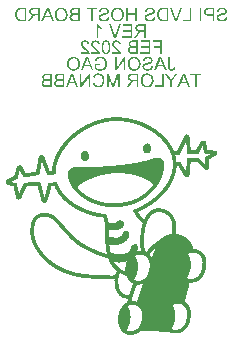
<source format=gbo>
G04*
G04 #@! TF.GenerationSoftware,Altium Limited,Altium Designer,22.2.1 (43)*
G04*
G04 Layer_Color=32896*
%FSLAX25Y25*%
%MOIN*%
G70*
G04*
G04 #@! TF.SameCoordinates,8C13D30C-EDE4-482D-8627-422F1F93D62C*
G04*
G04*
G04 #@! TF.FilePolarity,Positive*
G04*
G01*
G75*
G36*
X385757Y389980D02*
X385762Y389959D01*
X385785Y389946D01*
X385839Y389949D01*
X386262Y389946D01*
X386359Y389951D01*
X386380Y389946D01*
X386398Y389923D01*
X386403Y389913D01*
X386411Y389905D01*
X386429Y389897D01*
X386806Y389900D01*
X386829Y389892D01*
X386844Y389867D01*
X386857Y389854D01*
X387159Y389849D01*
X387180Y389854D01*
X387216Y389849D01*
X387223Y389841D01*
X387239Y389815D01*
X387252Y389803D01*
X387293Y389797D01*
X387308Y389803D01*
X387475Y389800D01*
X387544Y389803D01*
X387564Y389797D01*
X387577Y389779D01*
X387582Y389769D01*
X387598Y389754D01*
X387618Y389749D01*
X387903Y389751D01*
X387926Y389723D01*
X387931Y389713D01*
X387949Y389700D01*
X388003Y389703D01*
X388098Y389700D01*
X388180Y389705D01*
X388200Y389700D01*
X388208Y389692D01*
X388223Y389667D01*
X388231Y389659D01*
X388249Y389651D01*
X388431Y389654D01*
X388451Y389649D01*
X388464Y389626D01*
X388482Y389608D01*
X388636Y389603D01*
X388656Y389608D01*
X388692Y389603D01*
X388700Y389595D01*
X388715Y389569D01*
X388728Y389557D01*
X388769Y389551D01*
X388785Y389557D01*
X388854Y389554D01*
X388923Y389557D01*
X388944Y389551D01*
X388962Y389518D01*
X388977Y389508D01*
X388997Y389503D01*
X389185Y389505D01*
X389202Y389482D01*
X389208Y389472D01*
X389231Y389454D01*
X389285Y389457D01*
X389297Y389454D01*
X389349Y389459D01*
X389385Y389454D01*
X389397Y389436D01*
X389403Y389426D01*
X389415Y389413D01*
X389433Y389405D01*
X389564Y389408D01*
X389584Y389403D01*
X389602Y389369D01*
X389610Y389362D01*
X389718Y389356D01*
X389738Y389362D01*
X389774Y389356D01*
X389782Y389349D01*
X389797Y389323D01*
X389810Y389310D01*
X389851Y389305D01*
X389866Y389310D01*
X389895Y389308D01*
X389954Y389310D01*
X389977Y389303D01*
X389992Y389277D01*
X390007Y389262D01*
X390028Y389257D01*
X390169Y389259D01*
X390187Y389236D01*
X390192Y389226D01*
X390215Y389208D01*
X390269Y389210D01*
X390282Y389208D01*
X390333Y389213D01*
X390369Y389208D01*
X390382Y389190D01*
X390387Y389180D01*
X390400Y389167D01*
X390418Y389159D01*
X390497Y389162D01*
X390520Y389154D01*
X390536Y389128D01*
X390548Y389116D01*
X390636Y389110D01*
X390687Y389116D01*
X390715Y389108D01*
X390731Y389082D01*
X390759Y389059D01*
X390841Y389064D01*
X390864Y389057D01*
X390879Y389031D01*
X390892Y389018D01*
X390902Y389013D01*
X390918Y389008D01*
X390953Y389013D01*
X390969Y389018D01*
X391005Y389013D01*
X391013Y389005D01*
X391028Y388980D01*
X391041Y388967D01*
X391092Y388962D01*
X391107Y388967D01*
X391118Y388962D01*
X391184Y388967D01*
X391207Y388959D01*
X391223Y388933D01*
X391235Y388921D01*
X391253Y388913D01*
X391348Y388916D01*
X391356Y388908D01*
X391371Y388882D01*
X391384Y388869D01*
X391441Y388864D01*
X391461Y388869D01*
X391497Y388864D01*
X391505Y388857D01*
X391520Y388831D01*
X391528Y388823D01*
X391546Y388816D01*
X391641Y388818D01*
X391653Y388805D01*
X391669Y388780D01*
X391702Y388762D01*
X391743Y388767D01*
X391758Y388772D01*
X391799Y388762D01*
X391812Y388739D01*
X391841Y388716D01*
X391923Y388721D01*
X391946Y388713D01*
X391961Y388687D01*
X391974Y388675D01*
X392025Y388669D01*
X392046Y388664D01*
X392064Y388631D01*
X392071Y388623D01*
X392097Y388618D01*
X392163Y388623D01*
X392192Y388616D01*
X392207Y388590D01*
X392235Y388567D01*
X392317Y388572D01*
X392340Y388564D01*
X392356Y388539D01*
X392369Y388526D01*
X392420Y388521D01*
X392440Y388516D01*
X392458Y388482D01*
X392466Y388475D01*
X392497Y388470D01*
X392548Y388475D01*
X392584Y388470D01*
X392597Y388452D01*
X392602Y388441D01*
X392615Y388428D01*
X392633Y388421D01*
X392712Y388423D01*
X392735Y388416D01*
X392751Y388390D01*
X392763Y388377D01*
X392830Y388372D01*
X392848Y388344D01*
X392853Y388334D01*
X392874Y388323D01*
X392958Y388326D01*
X392979Y388321D01*
X393004Y388280D01*
X393071Y388275D01*
X393079Y388267D01*
X393094Y388241D01*
X393117Y388223D01*
X393204Y388229D01*
X393230Y388218D01*
X393250Y388182D01*
X393317Y388177D01*
X393325Y388170D01*
X393340Y388144D01*
X393356Y388128D01*
X393422Y388123D01*
X393438Y388098D01*
X393466Y388075D01*
X393548Y388080D01*
X393571Y388072D01*
X393586Y388047D01*
X393599Y388034D01*
X393651Y388029D01*
X393671Y388023D01*
X393689Y387990D01*
X393697Y387982D01*
X393722Y387977D01*
X393743Y387982D01*
X393763Y387977D01*
X393776Y387965D01*
X393781Y387949D01*
X393794Y387936D01*
X393845Y387931D01*
X393866Y387926D01*
X393879Y387903D01*
X393897Y387885D01*
X393917Y387880D01*
X393984Y387885D01*
X394012Y387877D01*
X394027Y387852D01*
X394040Y387839D01*
X394058Y387831D01*
X394091Y387834D01*
X394112Y387829D01*
X394130Y387795D01*
X394138Y387788D01*
X394204Y387782D01*
X394212Y387775D01*
X394227Y387749D01*
X394240Y387736D01*
X394266Y387731D01*
X394281Y387736D01*
X394307Y387731D01*
X394332Y387690D01*
X394399Y387685D01*
X394412Y387672D01*
X394427Y387647D01*
X394443Y387636D01*
X394504Y387631D01*
X394519Y387606D01*
X394532Y387593D01*
X394550Y387585D01*
X394584Y387588D01*
X394604Y387582D01*
X394622Y387549D01*
X394630Y387542D01*
X394696Y387536D01*
X394704Y387529D01*
X394720Y387503D01*
X394732Y387490D01*
X394758Y387485D01*
X394773Y387490D01*
X394799Y387485D01*
X394825Y387444D01*
X394881Y387439D01*
X394901Y387434D01*
X394919Y387401D01*
X394935Y387390D01*
X394996Y387385D01*
X395012Y387359D01*
X395025Y387347D01*
X395042Y387339D01*
X395076Y387341D01*
X395096Y387336D01*
X395114Y387303D01*
X395122Y387295D01*
X395189Y387290D01*
X395196Y387282D01*
X395212Y387257D01*
X395224Y387244D01*
X395250Y387239D01*
X395266Y387244D01*
X395291Y387239D01*
X395317Y387198D01*
X395384Y387193D01*
X395396Y387180D01*
X395401Y387170D01*
X395425Y387147D01*
X395435Y387141D01*
X395443Y387134D01*
X395458Y387108D01*
X395465Y387101D01*
X395483Y387093D01*
X395517Y387095D01*
X395540Y387088D01*
X395555Y387062D01*
X395568Y387049D01*
X395619Y387044D01*
X395640Y387039D01*
X395658Y387006D01*
X395666Y386998D01*
X395691Y386993D01*
X395712Y386998D01*
X395735Y386990D01*
X395750Y386965D01*
X395763Y386952D01*
X395814Y386947D01*
X395835Y386942D01*
X395848Y386918D01*
X395860Y386906D01*
X395871Y386901D01*
X395894Y386877D01*
X395899Y386867D01*
X395906Y386859D01*
X395924Y386847D01*
X395973Y386849D01*
X395986Y386837D01*
X396001Y386811D01*
X396009Y386803D01*
X396076Y386798D01*
X396094Y386775D01*
X396099Y386765D01*
X396122Y386747D01*
X396132Y386742D01*
X396140Y386729D01*
X396145Y386719D01*
X396158Y386706D01*
X396209Y386701D01*
X396230Y386696D01*
X396247Y386662D01*
X396255Y386654D01*
X396322Y386649D01*
X396329Y386642D01*
X396345Y386616D01*
X396363Y386603D01*
X396373Y386598D01*
X396391Y386575D01*
X396396Y386565D01*
X396406Y386555D01*
X396473Y386549D01*
X396494Y386513D01*
X396501Y386506D01*
X396527Y386501D01*
X396547Y386506D01*
X396568Y386501D01*
X396581Y386488D01*
X396586Y386478D01*
X396609Y386455D01*
X396619Y386449D01*
X396637Y386426D01*
X396642Y386416D01*
X396658Y386406D01*
X396719Y386401D01*
X396734Y386375D01*
X396747Y386362D01*
X396765Y386354D01*
X396799Y386357D01*
X396819Y386352D01*
X396832Y386329D01*
X396850Y386311D01*
X396860Y386306D01*
X396873Y386293D01*
X396888Y386267D01*
X396896Y386260D01*
X396922Y386255D01*
X396942Y386260D01*
X396963Y386255D01*
X396981Y386231D01*
X396986Y386221D01*
X397017Y386201D01*
X397032Y386175D01*
X397045Y386162D01*
X397111Y386157D01*
X397124Y386139D01*
X397129Y386129D01*
X397142Y386116D01*
X397152Y386111D01*
X397170Y386093D01*
X397176Y386083D01*
X397193Y386065D01*
X397255Y386060D01*
X397268Y386047D01*
X397273Y386037D01*
X397296Y386014D01*
X397306Y386008D01*
X397314Y386001D01*
X397329Y385975D01*
X397337Y385967D01*
X397404Y385962D01*
X397422Y385939D01*
X397427Y385929D01*
X397450Y385911D01*
X397460Y385906D01*
X397468Y385893D01*
X397473Y385883D01*
X397486Y385870D01*
X397504Y385862D01*
X397537Y385865D01*
X397557Y385860D01*
X397570Y385837D01*
X397588Y385819D01*
X397599Y385814D01*
X397616Y385796D01*
X397621Y385785D01*
X397639Y385767D01*
X397650Y385762D01*
X397660Y385752D01*
X397680Y385721D01*
X397747Y385716D01*
X397755Y385708D01*
X397770Y385683D01*
X397793Y385665D01*
X397804Y385660D01*
X397816Y385642D01*
X397821Y385631D01*
X397829Y385624D01*
X397847Y385616D01*
X397881Y385619D01*
X397901Y385614D01*
X397914Y385591D01*
X397932Y385573D01*
X397942Y385567D01*
X397960Y385549D01*
X397965Y385539D01*
X397978Y385526D01*
X397988Y385521D01*
X398011Y385498D01*
X398016Y385488D01*
X398029Y385475D01*
X398091Y385470D01*
X398103Y385457D01*
X398109Y385447D01*
X398132Y385424D01*
X398142Y385419D01*
X398155Y385406D01*
X398160Y385396D01*
X398183Y385373D01*
X398193Y385367D01*
X398201Y385360D01*
X398216Y385334D01*
X398224Y385327D01*
X398291Y385321D01*
X398309Y385298D01*
X398314Y385288D01*
X398321Y385280D01*
X398332Y385275D01*
X398355Y385252D01*
X398360Y385242D01*
X398368Y385234D01*
X398378Y385229D01*
X398406Y385201D01*
X398411Y385191D01*
X398434Y385173D01*
X398445Y385168D01*
X398452Y385155D01*
X398457Y385144D01*
X398470Y385132D01*
X398488Y385124D01*
X398521Y385126D01*
X398537Y385121D01*
X398547Y385116D01*
X398555Y385098D01*
X398573Y385080D01*
X398583Y385075D01*
X398601Y385057D01*
X398606Y385047D01*
X398624Y385029D01*
X398634Y385024D01*
X398647Y385011D01*
X398652Y385001D01*
X398670Y384983D01*
X398680Y384978D01*
X398693Y384965D01*
X398709Y384939D01*
X398716Y384932D01*
X398783Y384927D01*
X398791Y384919D01*
X398806Y384893D01*
X398842Y384868D01*
X398847Y384857D01*
X398870Y384834D01*
X398888Y384821D01*
X398893Y384811D01*
X398903Y384801D01*
X398908Y384791D01*
X398921Y384783D01*
X398932Y384778D01*
X398950Y384755D01*
X398955Y384745D01*
X398962Y384737D01*
X399014Y384732D01*
X399034Y384727D01*
X399047Y384703D01*
X399060Y384691D01*
X399070Y384686D01*
X399093Y384663D01*
X399098Y384652D01*
X399111Y384639D01*
X399121Y384634D01*
X399144Y384611D01*
X399149Y384601D01*
X399162Y384588D01*
X399173Y384583D01*
X399190Y384565D01*
X399196Y384555D01*
X399208Y384542D01*
X399219Y384537D01*
X399242Y384514D01*
X399247Y384504D01*
X399260Y384491D01*
X399270Y384486D01*
X399288Y384468D01*
X399293Y384457D01*
X399311Y384439D01*
X399373Y384434D01*
X399385Y384421D01*
X399391Y384411D01*
X399413Y384388D01*
X399424Y384383D01*
X399431Y384375D01*
X399437Y384365D01*
X399460Y384342D01*
X399470Y384337D01*
X399483Y384324D01*
X399488Y384314D01*
X399511Y384291D01*
X399521Y384286D01*
X399534Y384273D01*
X399539Y384263D01*
X399562Y384240D01*
X399572Y384234D01*
X399580Y384227D01*
X399585Y384216D01*
X399608Y384193D01*
X399619Y384188D01*
X399631Y384175D01*
X399637Y384165D01*
X399660Y384142D01*
X399670Y384137D01*
X399678Y384129D01*
X399683Y384119D01*
X399706Y384096D01*
X399716Y384091D01*
X399729Y384078D01*
X399734Y384068D01*
X399757Y384045D01*
X399767Y384039D01*
X399775Y384032D01*
X399780Y384022D01*
X399808Y383993D01*
X399819Y383988D01*
X399826Y383980D01*
X399831Y383970D01*
X399854Y383947D01*
X399865Y383942D01*
X399872Y383934D01*
X399888Y383909D01*
X399898Y383898D01*
X399919Y383893D01*
X399947Y383896D01*
X399970Y383888D01*
X399985Y383863D01*
X399993Y383855D01*
X400003Y383850D01*
X400031Y383822D01*
X400036Y383811D01*
X400044Y383804D01*
X400055Y383799D01*
X400077Y383775D01*
X400083Y383765D01*
X400090Y383757D01*
X400101Y383752D01*
X400129Y383724D01*
X400134Y383714D01*
X400142Y383706D01*
X400152Y383701D01*
X400162Y383691D01*
X400188Y383660D01*
X400198Y383655D01*
X400226Y383627D01*
X400231Y383616D01*
X400239Y383609D01*
X400249Y383604D01*
X400278Y383576D01*
X400283Y383565D01*
X400290Y383558D01*
X400301Y383552D01*
X400324Y383529D01*
X400329Y383519D01*
X400337Y383511D01*
X400347Y383506D01*
X400375Y383478D01*
X400380Y383468D01*
X400388Y383460D01*
X400398Y383455D01*
X400408Y383445D01*
X400434Y383414D01*
X400444Y383409D01*
X400454Y383399D01*
X400465Y383394D01*
X400472Y383381D01*
X400478Y383370D01*
X400500Y383352D01*
X400511Y383347D01*
X400519Y383340D01*
X400524Y383288D01*
X400529Y383268D01*
X400552Y383255D01*
X400565Y383242D01*
X400570Y383232D01*
X400593Y383209D01*
X400603Y383204D01*
X400616Y383191D01*
X400621Y383181D01*
X400644Y383158D01*
X400654Y383153D01*
X400667Y383140D01*
X400672Y383129D01*
X400690Y383112D01*
X400701Y383106D01*
X400713Y383094D01*
X400718Y383083D01*
X400741Y383060D01*
X400752Y383055D01*
X400765Y383042D01*
X400770Y383032D01*
X400793Y383009D01*
X400803Y383004D01*
X400811Y382996D01*
X400816Y382986D01*
X400839Y382963D01*
X400849Y382958D01*
X400862Y382945D01*
X400867Y382935D01*
X400890Y382911D01*
X400901Y382906D01*
X400908Y382899D01*
X400913Y382888D01*
X400936Y382865D01*
X400947Y382860D01*
X400959Y382847D01*
X400965Y382837D01*
X400988Y382814D01*
X400998Y382809D01*
X401011Y382796D01*
X401016Y382735D01*
X401029Y382722D01*
X401039Y382717D01*
X401062Y382694D01*
X401067Y382683D01*
X401080Y382670D01*
X401090Y382665D01*
X401113Y382642D01*
X401118Y382632D01*
X401131Y382619D01*
X401141Y382614D01*
X401159Y382596D01*
X401164Y382586D01*
X401177Y382573D01*
X401188Y382568D01*
X401211Y382545D01*
X401216Y382535D01*
X401229Y382522D01*
X401239Y382517D01*
X401257Y382499D01*
X401262Y382488D01*
X401290Y382465D01*
X401300Y382460D01*
X401308Y382453D01*
X401313Y382417D01*
X401308Y382401D01*
X401318Y382381D01*
X401349Y382360D01*
X401354Y382350D01*
X401365Y382340D01*
X401370Y382330D01*
X401377Y382327D01*
X401388Y382317D01*
X401398Y382312D01*
X401411Y382294D01*
X401416Y382283D01*
X401429Y382276D01*
X401446Y382263D01*
X401452Y382253D01*
X401462Y382242D01*
X401467Y382232D01*
X401490Y382219D01*
X401503Y382207D01*
X401508Y382155D01*
X401513Y382135D01*
X401526Y382127D01*
X401536Y382122D01*
X401554Y382104D01*
X401559Y382094D01*
X401577Y382076D01*
X401587Y382071D01*
X401600Y382058D01*
X401606Y382048D01*
X401623Y382030D01*
X401634Y382025D01*
X401652Y382007D01*
X401657Y381996D01*
X401670Y381983D01*
X401695Y381968D01*
X401708Y381945D01*
X401703Y381914D01*
X401708Y381894D01*
X401731Y381876D01*
X401741Y381871D01*
X401744Y381863D01*
X401754Y381853D01*
X401759Y381842D01*
X401782Y381824D01*
X401793Y381819D01*
X401800Y381807D01*
X401805Y381796D01*
X401828Y381778D01*
X401839Y381773D01*
X401847Y381766D01*
X401852Y381714D01*
X401857Y381694D01*
X401875Y381681D01*
X401885Y381676D01*
X401893Y381668D01*
X401898Y381658D01*
X401921Y381635D01*
X401931Y381630D01*
X401944Y381617D01*
X401949Y381607D01*
X401972Y381583D01*
X401982Y381578D01*
X401995Y381566D01*
X402000Y381504D01*
X402018Y381486D01*
X402029Y381481D01*
X402046Y381463D01*
X402051Y381453D01*
X402062Y381442D01*
X402093Y381422D01*
X402098Y381371D01*
X402105Y381348D01*
X402131Y381332D01*
X402149Y381309D01*
X402154Y381299D01*
X402172Y381286D01*
X402182Y381281D01*
X402200Y381258D01*
X402195Y381222D01*
X402200Y381202D01*
X402223Y381189D01*
X402241Y381171D01*
X402246Y381160D01*
X402259Y381148D01*
X402285Y381132D01*
X402298Y381114D01*
X402295Y381076D01*
X402298Y381058D01*
X402305Y381050D01*
X402331Y381035D01*
X402344Y381017D01*
X402349Y381007D01*
X402372Y380989D01*
X402382Y380984D01*
X402392Y380973D01*
X402398Y380907D01*
X402423Y380891D01*
X402436Y380878D01*
X402441Y380868D01*
X402464Y380845D01*
X402474Y380840D01*
X402487Y380827D01*
X402493Y380766D01*
X402505Y380753D01*
X402516Y380748D01*
X402539Y380725D01*
X402544Y380715D01*
X402552Y380707D01*
X402577Y380691D01*
X402585Y380684D01*
X402590Y380632D01*
X402598Y380609D01*
X402623Y380594D01*
X402636Y380581D01*
X402641Y380530D01*
X402646Y380509D01*
X402659Y380502D01*
X402669Y380497D01*
X402682Y380484D01*
X402687Y380473D01*
X402703Y380458D01*
X402734Y380438D01*
X402739Y380371D01*
X402746Y380363D01*
X402772Y380348D01*
X402787Y380327D01*
X402792Y380266D01*
X402818Y380250D01*
X402831Y380238D01*
X402836Y380176D01*
X402854Y380158D01*
X402864Y380153D01*
X402882Y380135D01*
X402887Y380125D01*
X402915Y380102D01*
X402926Y380097D01*
X402939Y380073D01*
X402933Y380043D01*
X402941Y380020D01*
X402967Y380004D01*
X402980Y379992D01*
X402985Y379940D01*
X402990Y379920D01*
X403023Y379902D01*
X403031Y379894D01*
X403036Y379827D01*
X403044Y379820D01*
X403069Y379804D01*
X403077Y379797D01*
X403082Y379745D01*
X403087Y379725D01*
X403128Y379699D01*
X403133Y379643D01*
X403138Y379622D01*
X403167Y379609D01*
X403185Y379587D01*
X403180Y379551D01*
X403187Y379527D01*
X403213Y379512D01*
X403226Y379499D01*
X403231Y379448D01*
X403236Y379428D01*
X403269Y379410D01*
X403277Y379402D01*
X403282Y379335D01*
X403290Y379328D01*
X403315Y379312D01*
X403323Y379305D01*
X403328Y379253D01*
X403333Y379233D01*
X403351Y379220D01*
X403362Y379215D01*
X403374Y379202D01*
X403379Y379166D01*
X403374Y379115D01*
X403382Y379086D01*
X403408Y379071D01*
X403431Y379043D01*
X403426Y379007D01*
X403431Y378987D01*
X403472Y378961D01*
X403477Y378894D01*
X403485Y378887D01*
X403510Y378871D01*
X403528Y378848D01*
X403523Y378766D01*
X403528Y378746D01*
X403536Y378738D01*
X403561Y378723D01*
X403572Y378712D01*
X403577Y378692D01*
X403574Y378648D01*
X403582Y378641D01*
X403600Y378628D01*
X403772Y378630D01*
X403885Y378625D01*
X403905Y378630D01*
X403918Y378648D01*
X403923Y378658D01*
X403936Y378671D01*
X403954Y378679D01*
X404279Y378676D01*
X404300Y378681D01*
X404313Y378699D01*
X404318Y378710D01*
X404331Y378723D01*
X404500Y378728D01*
X404566Y378723D01*
X404595Y378730D01*
X404610Y378756D01*
X404618Y378764D01*
X404643Y378779D01*
X404661Y378802D01*
X404656Y378838D01*
X404664Y378861D01*
X404690Y378876D01*
X404702Y378889D01*
X404707Y378940D01*
X404713Y378961D01*
X404746Y378979D01*
X404759Y378997D01*
X404756Y379035D01*
X404761Y379056D01*
X404787Y379071D01*
X404800Y379084D01*
X404808Y379102D01*
X404805Y379197D01*
X404813Y379205D01*
X404838Y379220D01*
X404854Y379235D01*
X404859Y379302D01*
X404884Y379317D01*
X404907Y379345D01*
X404902Y379381D01*
X404907Y379402D01*
X404941Y379420D01*
X404949Y379428D01*
X404954Y379494D01*
X404961Y379502D01*
X404987Y379517D01*
X405005Y379535D01*
X405002Y379574D01*
X405005Y379597D01*
X405046Y379622D01*
X405051Y379689D01*
X405059Y379697D01*
X405084Y379712D01*
X405100Y379728D01*
X405105Y379794D01*
X405130Y379809D01*
X405154Y379838D01*
X405148Y379874D01*
X405154Y379894D01*
X405187Y379912D01*
X405195Y379920D01*
X405200Y379986D01*
X405207Y379994D01*
X405233Y380010D01*
X405246Y380022D01*
X405251Y380053D01*
X405246Y380068D01*
X405248Y380071D01*
X405254Y380092D01*
X405289Y380112D01*
X405300Y380133D01*
X405297Y380217D01*
X405302Y380238D01*
X405320Y380250D01*
X405331Y380256D01*
X405343Y380268D01*
X405348Y380320D01*
X405353Y380340D01*
X405384Y380356D01*
X405400Y380381D01*
X405395Y380412D01*
X405402Y380435D01*
X405428Y380450D01*
X405443Y380466D01*
X405448Y380532D01*
X405484Y380553D01*
X405497Y380571D01*
X405494Y380609D01*
X405497Y380627D01*
X405505Y380635D01*
X405530Y380650D01*
X405538Y380658D01*
X405543Y380709D01*
X405548Y380730D01*
X405566Y380743D01*
X405577Y380748D01*
X405589Y380761D01*
X405594Y380812D01*
X405600Y380832D01*
X405630Y380848D01*
X405646Y380873D01*
X405641Y380904D01*
X405648Y380927D01*
X405674Y380943D01*
X405689Y380958D01*
X405694Y381025D01*
X405730Y381045D01*
X405743Y381063D01*
X405741Y381102D01*
X405743Y381119D01*
X405751Y381127D01*
X405777Y381143D01*
X405784Y381150D01*
X405789Y381202D01*
X405794Y381222D01*
X405818Y381235D01*
X405835Y381253D01*
X405841Y381309D01*
X405835Y381330D01*
X405841Y381366D01*
X405864Y381384D01*
X405874Y381389D01*
X405892Y381412D01*
X405887Y381448D01*
X405892Y381468D01*
X405933Y381494D01*
X405938Y381560D01*
X405946Y381568D01*
X405971Y381583D01*
X405984Y381596D01*
X405989Y381627D01*
X405984Y381643D01*
X405987Y381645D01*
X405992Y381666D01*
X406017Y381681D01*
X406030Y381694D01*
X406035Y381745D01*
X406041Y381766D01*
X406074Y381784D01*
X406082Y381791D01*
X406087Y381858D01*
X406100Y381871D01*
X406115Y381876D01*
X406138Y381904D01*
X406133Y381940D01*
X406138Y381960D01*
X406171Y381978D01*
X406179Y381986D01*
X406184Y382053D01*
X406192Y382060D01*
X406217Y382076D01*
X406230Y382089D01*
X406235Y382119D01*
X406230Y382135D01*
X406233Y382137D01*
X406238Y382158D01*
X406264Y382173D01*
X406276Y382186D01*
X406282Y382237D01*
X406287Y382258D01*
X406320Y382276D01*
X406333Y382299D01*
X406328Y382381D01*
X406338Y382406D01*
X406371Y382424D01*
X406384Y382448D01*
X406379Y382478D01*
X406384Y382499D01*
X406397Y382512D01*
X406412Y382517D01*
X406428Y382532D01*
X406433Y382599D01*
X406458Y382614D01*
X406476Y382632D01*
X406482Y382658D01*
X406476Y382673D01*
X406482Y382699D01*
X406515Y382717D01*
X406523Y382724D01*
X406528Y382791D01*
X406535Y382799D01*
X406561Y382814D01*
X406576Y382829D01*
X406581Y382896D01*
X406617Y382917D01*
X406630Y382940D01*
X406625Y382970D01*
X406630Y382991D01*
X406643Y383004D01*
X406658Y383009D01*
X406674Y383024D01*
X406679Y383091D01*
X406705Y383106D01*
X406722Y383124D01*
X406728Y383150D01*
X406722Y383165D01*
X406728Y383191D01*
X406761Y383209D01*
X406769Y383217D01*
X406774Y383283D01*
X406781Y383291D01*
X406807Y383306D01*
X406822Y383322D01*
X406828Y383388D01*
X406863Y383409D01*
X406876Y383432D01*
X406871Y383514D01*
X406876Y383535D01*
X406917Y383560D01*
X406922Y383616D01*
X406928Y383637D01*
X406961Y383655D01*
X406969Y383663D01*
X406974Y383693D01*
X406969Y383709D01*
X406976Y383732D01*
X407002Y383747D01*
X407015Y383760D01*
X407020Y383811D01*
X407025Y383832D01*
X407048Y383845D01*
X407066Y383863D01*
X407071Y383873D01*
X407089Y383891D01*
X407099Y383896D01*
X407112Y383909D01*
X407117Y383919D01*
X407135Y383937D01*
X407146Y383942D01*
X407163Y383960D01*
X407169Y383970D01*
X407187Y383988D01*
X407197Y383993D01*
X407210Y384006D01*
X407215Y384016D01*
X407233Y384034D01*
X407243Y384039D01*
X407261Y384057D01*
X407266Y384068D01*
X407284Y384086D01*
X407294Y384091D01*
X407307Y384104D01*
X407322Y384129D01*
X407340Y384142D01*
X407374Y384139D01*
X407397Y384142D01*
X407404Y384150D01*
X407420Y384175D01*
X407428Y384183D01*
X407479Y384188D01*
X407499Y384193D01*
X407512Y384216D01*
X407530Y384234D01*
X407627Y384240D01*
X407663Y384234D01*
X407699Y384245D01*
X407717Y384278D01*
X407740Y384291D01*
X407822Y384286D01*
X407920Y384291D01*
X407943Y384283D01*
X407958Y384257D01*
X407971Y384245D01*
X407989Y384237D01*
X408120Y384240D01*
X408140Y384234D01*
X408166Y384193D01*
X408232Y384188D01*
X408240Y384180D01*
X408256Y384155D01*
X408263Y384147D01*
X408281Y384139D01*
X408315Y384142D01*
X408338Y384134D01*
X408353Y384109D01*
X408361Y384101D01*
X408371Y384096D01*
X408399Y384068D01*
X408404Y384057D01*
X408412Y384050D01*
X408422Y384045D01*
X408445Y384022D01*
X408450Y384011D01*
X408458Y384004D01*
X408468Y383998D01*
X408497Y383970D01*
X408502Y383960D01*
X408509Y383952D01*
X408520Y383947D01*
X408543Y383924D01*
X408548Y383914D01*
X408556Y383906D01*
X408581Y383891D01*
X408599Y383868D01*
X408594Y383832D01*
X408602Y383809D01*
X408627Y383793D01*
X408640Y383781D01*
X408645Y383729D01*
X408650Y383709D01*
X408684Y383691D01*
X408697Y383673D01*
X408691Y383591D01*
X408699Y383563D01*
X408735Y383542D01*
X408745Y383522D01*
X408743Y383191D01*
X408748Y383170D01*
X408766Y383158D01*
X408776Y383153D01*
X408789Y383140D01*
X408794Y382694D01*
X408789Y382658D01*
X408797Y382629D01*
X408822Y382614D01*
X408840Y382596D01*
X408845Y382555D01*
X408840Y382540D01*
X408843Y382183D01*
X408840Y382109D01*
X408848Y382086D01*
X408873Y382071D01*
X408889Y382055D01*
X408894Y382035D01*
X408891Y381566D01*
X408896Y381545D01*
X408919Y381532D01*
X408943Y381509D01*
X408940Y381445D01*
X408943Y381160D01*
X408938Y381079D01*
X408943Y381058D01*
X408950Y381050D01*
X408976Y381035D01*
X408984Y381027D01*
X408991Y381009D01*
X408989Y380520D01*
X409017Y380497D01*
X409027Y380491D01*
X409035Y380484D01*
X409040Y380027D01*
X409035Y380012D01*
X409040Y379976D01*
X409048Y379968D01*
X409073Y379953D01*
X409086Y379940D01*
X409091Y379899D01*
X409086Y379884D01*
X409089Y379574D01*
X409086Y379499D01*
X409091Y379479D01*
X409120Y379461D01*
X409130Y379456D01*
X409135Y379446D01*
X409140Y379425D01*
X409137Y379202D01*
X409143Y379181D01*
X409150Y379174D01*
X410924Y379169D01*
X410945Y379174D01*
X410958Y379192D01*
X410963Y379202D01*
X410986Y379220D01*
X410996Y379225D01*
X411006Y379235D01*
X411012Y379302D01*
X411037Y379317D01*
X411050Y379330D01*
X411058Y379348D01*
X411055Y379381D01*
X411060Y379402D01*
X411094Y379420D01*
X411101Y379428D01*
X411106Y379494D01*
X411114Y379502D01*
X411140Y379517D01*
X411153Y379530D01*
X411158Y379556D01*
X411153Y379571D01*
X411158Y379597D01*
X411199Y379622D01*
X411204Y379689D01*
X411211Y379697D01*
X411240Y379715D01*
X411252Y379733D01*
X411258Y379794D01*
X411283Y379809D01*
X411306Y379838D01*
X411311Y379848D01*
X411324Y379856D01*
X411335Y379861D01*
X411347Y379874D01*
X411352Y379925D01*
X411358Y379945D01*
X411391Y379963D01*
X411399Y379971D01*
X411404Y379997D01*
X411399Y380017D01*
X411406Y380040D01*
X411432Y380056D01*
X411445Y380068D01*
X411450Y380120D01*
X411455Y380140D01*
X411488Y380158D01*
X411496Y380166D01*
X411501Y380233D01*
X411509Y380240D01*
X411535Y380256D01*
X411542Y380263D01*
X411550Y380281D01*
X411547Y380314D01*
X411555Y380338D01*
X411581Y380353D01*
X411593Y380366D01*
X411599Y380417D01*
X411604Y380438D01*
X411637Y380455D01*
X411645Y380463D01*
X411650Y380489D01*
X411645Y380509D01*
X411650Y380530D01*
X411673Y380548D01*
X411683Y380553D01*
X411704Y380584D01*
X411729Y380599D01*
X411742Y380612D01*
X411747Y380679D01*
X411788Y380704D01*
X411796Y380722D01*
X411793Y380771D01*
X411806Y380784D01*
X411832Y380799D01*
X411842Y380809D01*
X411847Y380876D01*
X411873Y380891D01*
X411891Y380909D01*
X411896Y380935D01*
X411891Y380950D01*
X411896Y380976D01*
X411929Y380994D01*
X411937Y381002D01*
X411942Y381068D01*
X411950Y381076D01*
X411975Y381091D01*
X411988Y381104D01*
X411993Y381171D01*
X412011Y381184D01*
X412022Y381189D01*
X412034Y381202D01*
X412040Y381212D01*
X412055Y381227D01*
X412086Y381248D01*
X412091Y381314D01*
X412099Y381322D01*
X412124Y381337D01*
X412137Y381350D01*
X412142Y381376D01*
X412137Y381391D01*
X412145Y381419D01*
X412170Y381435D01*
X412183Y381448D01*
X412188Y381499D01*
X412193Y381520D01*
X412227Y381537D01*
X412234Y381545D01*
X412240Y381612D01*
X412247Y381619D01*
X412273Y381635D01*
X412281Y381643D01*
X412288Y381660D01*
X412286Y381694D01*
X412291Y381714D01*
X412332Y381740D01*
X412337Y381807D01*
X412365Y381830D01*
X412375Y381835D01*
X412383Y381848D01*
X412388Y381858D01*
X412396Y381866D01*
X412406Y381871D01*
X412434Y381899D01*
X412439Y381909D01*
X412447Y381917D01*
X412457Y381922D01*
X412480Y381945D01*
X412486Y381955D01*
X412498Y381968D01*
X412509Y381973D01*
X412532Y381996D01*
X412537Y382007D01*
X412560Y382025D01*
X412570Y382030D01*
X412578Y382042D01*
X412583Y382053D01*
X412611Y382076D01*
X412693Y382071D01*
X412716Y382078D01*
X412732Y382104D01*
X412745Y382117D01*
X412796Y382122D01*
X412816Y382127D01*
X412829Y382150D01*
X412847Y382168D01*
X412919Y382173D01*
X412986Y382168D01*
X413006Y382173D01*
X413029Y382201D01*
X413034Y382212D01*
X413055Y382222D01*
X413560Y382219D01*
X413626Y382224D01*
X413647Y382219D01*
X413655Y382212D01*
X413670Y382186D01*
X413678Y382178D01*
X413696Y382171D01*
X413791Y382173D01*
X413803Y382160D01*
X413819Y382135D01*
X413826Y382127D01*
X413893Y382122D01*
X413901Y382114D01*
X413919Y382086D01*
X413929Y382081D01*
X413939Y382071D01*
X413949Y382066D01*
X413970Y382035D01*
X413980Y382030D01*
X413990Y382019D01*
X414001Y382014D01*
X414003Y382007D01*
X414013Y381996D01*
X414019Y381986D01*
X414026Y381983D01*
X414037Y381973D01*
X414047Y381968D01*
X414067Y381937D01*
X414093Y381922D01*
X414106Y381909D01*
X414111Y381884D01*
X414106Y381868D01*
X414111Y381842D01*
X414129Y381830D01*
X414139Y381824D01*
X414152Y381812D01*
X414157Y381802D01*
X414175Y381784D01*
X414185Y381778D01*
X414203Y381760D01*
X414208Y381740D01*
X414203Y381673D01*
X414211Y381645D01*
X414237Y381630D01*
X414255Y381612D01*
X414260Y381571D01*
X414255Y381555D01*
X414257Y381440D01*
X414255Y381371D01*
X414262Y381348D01*
X414288Y381332D01*
X414303Y381317D01*
X414308Y381055D01*
X414334Y381040D01*
X414357Y381012D01*
X414355Y380958D01*
X414357Y380878D01*
X414352Y380781D01*
X414360Y380758D01*
X414385Y380743D01*
X414398Y380730D01*
X414406Y380712D01*
X414403Y380484D01*
X414408Y380463D01*
X414426Y380450D01*
X414436Y380445D01*
X414449Y380433D01*
X414455Y380248D01*
X414449Y380197D01*
X414457Y380168D01*
X414483Y380153D01*
X414501Y380135D01*
X414506Y380094D01*
X414501Y380079D01*
X414503Y379963D01*
X414501Y379894D01*
X414508Y379871D01*
X414534Y379856D01*
X414549Y379840D01*
X414555Y379579D01*
X414580Y379563D01*
X414603Y379535D01*
X414601Y379481D01*
X414603Y379402D01*
X414598Y379305D01*
X414606Y379281D01*
X414631Y379266D01*
X414644Y379253D01*
X414652Y379235D01*
X414649Y379140D01*
X414677Y379117D01*
X414726Y379120D01*
X414908Y379117D01*
X415006Y379122D01*
X415026Y379117D01*
X415034Y379110D01*
X415049Y379084D01*
X415060Y379074D01*
X415080Y379069D01*
X415503Y379071D01*
X415523Y379066D01*
X415536Y379043D01*
X415554Y379025D01*
X415862Y379020D01*
X415944Y379025D01*
X415970Y379015D01*
X415990Y378979D01*
X416008Y378971D01*
X416400Y378974D01*
X416423Y378945D01*
X416429Y378935D01*
X416436Y378928D01*
X416846Y378923D01*
X416867Y378928D01*
X416903Y378917D01*
X416916Y378894D01*
X416944Y378871D01*
X416987Y378874D01*
X417159Y378871D01*
X417272Y378876D01*
X417295Y378869D01*
X417310Y378843D01*
X417318Y378835D01*
X417344Y378820D01*
X417372Y378822D01*
X417403Y378828D01*
X417436Y378825D01*
X417444Y378817D01*
X417459Y378792D01*
X417472Y378779D01*
X417538Y378774D01*
X417551Y378756D01*
X417556Y378746D01*
X417569Y378733D01*
X417580Y378728D01*
X417597Y378710D01*
X417603Y378699D01*
X417621Y378681D01*
X417682Y378676D01*
X417695Y378663D01*
X417700Y378653D01*
X417723Y378630D01*
X417733Y378625D01*
X417741Y378617D01*
X417746Y378607D01*
X417774Y378579D01*
X417785Y378574D01*
X417792Y378566D01*
X417798Y378556D01*
X417821Y378533D01*
X417831Y378528D01*
X417844Y378515D01*
X417849Y378464D01*
X417854Y378443D01*
X417867Y378435D01*
X417877Y378430D01*
X417895Y378412D01*
X417900Y378402D01*
X417928Y378379D01*
X417939Y378374D01*
X417949Y378353D01*
X417946Y378269D01*
X417951Y378248D01*
X417964Y378235D01*
X417995Y378230D01*
X417997Y377700D01*
X417979Y377692D01*
X417959Y377687D01*
X417946Y377669D01*
X417951Y377582D01*
X417944Y377559D01*
X417918Y377543D01*
X417895Y377515D01*
X417890Y377505D01*
X417877Y377497D01*
X417867Y377492D01*
X417854Y377479D01*
X417849Y377418D01*
X417836Y377405D01*
X417826Y377400D01*
X417803Y377377D01*
X417798Y377366D01*
X417785Y377354D01*
X417774Y377348D01*
X417757Y377330D01*
X417751Y377320D01*
X417728Y377297D01*
X417690Y377300D01*
X417672Y377297D01*
X417659Y377284D01*
X417654Y377274D01*
X417631Y377251D01*
X417621Y377246D01*
X417603Y377223D01*
X417597Y377213D01*
X417587Y377202D01*
X417521Y377197D01*
X417505Y377171D01*
X417487Y377153D01*
X417467Y377148D01*
X417451Y377153D01*
X417421Y377148D01*
X417403Y377115D01*
X417395Y377107D01*
X417328Y377102D01*
X417321Y377095D01*
X417305Y377069D01*
X417292Y377056D01*
X417226Y377051D01*
X417200Y377010D01*
X417134Y377005D01*
X417121Y376992D01*
X417105Y376966D01*
X417095Y376956D01*
X417028Y376951D01*
X417013Y376925D01*
X416995Y376907D01*
X416974Y376902D01*
X416959Y376907D01*
X416928Y376902D01*
X416911Y376869D01*
X416903Y376861D01*
X416836Y376856D01*
X416828Y376849D01*
X416813Y376823D01*
X416800Y376810D01*
X416734Y376805D01*
X416708Y376764D01*
X416641Y376759D01*
X416628Y376746D01*
X416623Y376736D01*
X416600Y376713D01*
X416590Y376708D01*
X416582Y376700D01*
X416567Y376674D01*
X416544Y376656D01*
X416508Y376661D01*
X416485Y376654D01*
X416469Y376628D01*
X416457Y376615D01*
X416405Y376610D01*
X416385Y376605D01*
X416367Y376572D01*
X416359Y376564D01*
X416293Y376559D01*
X416285Y376551D01*
X416269Y376525D01*
X416262Y376518D01*
X416211Y376513D01*
X416190Y376507D01*
X416164Y376466D01*
X416098Y376461D01*
X416090Y376454D01*
X416075Y376428D01*
X416052Y376410D01*
X416016Y376415D01*
X415993Y376408D01*
X415977Y376382D01*
X415965Y376369D01*
X415913Y376364D01*
X415893Y376359D01*
X415875Y376325D01*
X415867Y376318D01*
X415800Y376313D01*
X415793Y376305D01*
X415777Y376279D01*
X415770Y376272D01*
X415718Y376267D01*
X415698Y376261D01*
X415672Y376220D01*
X415606Y376215D01*
X415598Y376208D01*
X415583Y376182D01*
X415559Y376164D01*
X415523Y376169D01*
X415500Y376161D01*
X415485Y376136D01*
X415457Y376113D01*
X415447Y376108D01*
X415439Y376095D01*
X415434Y376084D01*
X415421Y376072D01*
X415354Y376067D01*
X415336Y376033D01*
X415329Y376026D01*
X415262Y376020D01*
X415254Y376013D01*
X415239Y375987D01*
X415231Y375979D01*
X415206Y375964D01*
X415193Y375951D01*
X415188Y375915D01*
X415195Y375887D01*
X415221Y375872D01*
X415239Y375854D01*
X415244Y375813D01*
X415239Y375797D01*
X415241Y375339D01*
X415239Y375269D01*
X415244Y375249D01*
X415267Y375231D01*
X415277Y375226D01*
X415285Y375218D01*
X415290Y374613D01*
X415318Y374590D01*
X415329Y374585D01*
X415342Y374567D01*
X415339Y374513D01*
X415342Y374085D01*
X415336Y373987D01*
X415347Y373962D01*
X415380Y373944D01*
X415390Y373923D01*
X415388Y373285D01*
X415393Y373270D01*
X415388Y373234D01*
X415377Y373223D01*
X415347Y373203D01*
X415339Y373185D01*
X415342Y373100D01*
X415336Y373080D01*
X415295Y373054D01*
X415290Y372988D01*
X415262Y372965D01*
X415252Y372959D01*
X415244Y372947D01*
X415239Y372936D01*
X415231Y372929D01*
X415206Y372913D01*
X415198Y372906D01*
X415193Y372854D01*
X415188Y372834D01*
X415170Y372821D01*
X415160Y372816D01*
X415152Y372808D01*
X415147Y372798D01*
X415124Y372775D01*
X415113Y372770D01*
X415106Y372762D01*
X415090Y372736D01*
X415067Y372718D01*
X415031Y372724D01*
X415008Y372716D01*
X414993Y372690D01*
X414965Y372667D01*
X414954Y372662D01*
X414947Y372649D01*
X414942Y372639D01*
X414924Y372621D01*
X414885Y372624D01*
X414862Y372621D01*
X414844Y372588D01*
X414837Y372580D01*
X414770Y372575D01*
X414762Y372567D01*
X414747Y372542D01*
X414734Y372529D01*
X414144Y372524D01*
X414121Y372531D01*
X414106Y372557D01*
X414093Y372570D01*
X414052Y372575D01*
X414016Y372570D01*
X413980Y372575D01*
X413957Y372603D01*
X413952Y372613D01*
X413939Y372621D01*
X413929Y372626D01*
X413911Y372649D01*
X413906Y372659D01*
X413896Y372670D01*
X413829Y372675D01*
X413814Y372701D01*
X413801Y372713D01*
X413791Y372718D01*
X413767Y372742D01*
X413762Y372752D01*
X413750Y372765D01*
X413739Y372770D01*
X413716Y372793D01*
X413711Y372803D01*
X413703Y372811D01*
X413693Y372816D01*
X413670Y372839D01*
X413665Y372849D01*
X413652Y372862D01*
X413642Y372867D01*
X413619Y372890D01*
X413614Y372901D01*
X413606Y372908D01*
X413596Y372913D01*
X413567Y372941D01*
X413562Y372952D01*
X413555Y372959D01*
X413544Y372965D01*
X413521Y372988D01*
X413516Y372998D01*
X413503Y373011D01*
X413493Y373016D01*
X413470Y373039D01*
X413465Y373049D01*
X413457Y373057D01*
X413447Y373062D01*
X413424Y373085D01*
X413419Y373095D01*
X413406Y373108D01*
X413396Y373113D01*
X413373Y373136D01*
X413368Y373147D01*
X413360Y373154D01*
X413349Y373159D01*
X413321Y373188D01*
X413316Y373198D01*
X413308Y373205D01*
X413298Y373211D01*
X413275Y373234D01*
X413270Y373244D01*
X413257Y373257D01*
X413247Y373262D01*
X413224Y373285D01*
X413219Y373295D01*
X413211Y373303D01*
X413201Y373308D01*
X413178Y373331D01*
X413173Y373341D01*
X413160Y373354D01*
X413150Y373359D01*
X413127Y373382D01*
X413121Y373393D01*
X413114Y373400D01*
X413103Y373406D01*
X413075Y373434D01*
X413070Y373444D01*
X413062Y373452D01*
X413052Y373457D01*
X413029Y373480D01*
X413024Y373490D01*
X413011Y373503D01*
X413001Y373508D01*
X412978Y373531D01*
X412973Y373541D01*
X412965Y373549D01*
X412955Y373554D01*
X412932Y373577D01*
X412926Y373587D01*
X412914Y373600D01*
X412903Y373605D01*
X412880Y373628D01*
X412875Y373639D01*
X412868Y373646D01*
X412857Y373652D01*
X412829Y373680D01*
X412824Y373690D01*
X412816Y373698D01*
X412806Y373703D01*
X412783Y373726D01*
X412778Y373736D01*
X412765Y373749D01*
X412755Y373754D01*
X412732Y373777D01*
X412727Y373787D01*
X412719Y373795D01*
X412709Y373800D01*
X412686Y373823D01*
X412680Y373834D01*
X412668Y373847D01*
X412657Y373852D01*
X412634Y373875D01*
X412629Y373885D01*
X412616Y373898D01*
X412606Y373903D01*
X412583Y373926D01*
X412578Y373936D01*
X412570Y373944D01*
X412560Y373949D01*
X412537Y373972D01*
X412532Y373982D01*
X412519Y373995D01*
X412509Y374000D01*
X412486Y374023D01*
X412480Y374034D01*
X412457Y374051D01*
X412447Y374057D01*
X412437Y374072D01*
X412432Y374134D01*
X412406Y374149D01*
X412393Y374162D01*
X412388Y374172D01*
X412365Y374195D01*
X412355Y374200D01*
X412347Y374208D01*
X412342Y374218D01*
X412314Y374246D01*
X412304Y374252D01*
X412296Y374259D01*
X412291Y374270D01*
X412268Y374292D01*
X412250Y374305D01*
X412245Y374316D01*
X412216Y374344D01*
X412206Y374349D01*
X412198Y374357D01*
X412193Y374367D01*
X412170Y374390D01*
X412152Y374403D01*
X412147Y374413D01*
X412119Y374441D01*
X412109Y374446D01*
X412101Y374454D01*
X412096Y374464D01*
X412068Y374493D01*
X412057Y374498D01*
X412050Y374505D01*
X412045Y374516D01*
X412022Y374539D01*
X412004Y374552D01*
X411999Y374562D01*
X411970Y374590D01*
X411960Y374595D01*
X411952Y374603D01*
X411947Y374613D01*
X411937Y374623D01*
X411906Y374649D01*
X411901Y374659D01*
X411873Y374687D01*
X411863Y374693D01*
X411855Y374700D01*
X411850Y374710D01*
X411822Y374739D01*
X411811Y374744D01*
X411804Y374751D01*
X411798Y374762D01*
X411775Y374785D01*
X411758Y374798D01*
X411752Y374808D01*
X411724Y374836D01*
X411714Y374841D01*
X411706Y374849D01*
X411701Y374859D01*
X411678Y374882D01*
X411660Y374895D01*
X411655Y374905D01*
X411627Y374933D01*
X411617Y374939D01*
X411609Y374946D01*
X411604Y374956D01*
X411576Y374985D01*
X411565Y374990D01*
X411557Y374997D01*
X411552Y375008D01*
X411529Y375031D01*
X411511Y375044D01*
X411506Y375054D01*
X411478Y375082D01*
X411468Y375087D01*
X411460Y375095D01*
X411455Y375105D01*
X411432Y375128D01*
X411414Y375141D01*
X411409Y375151D01*
X411381Y375180D01*
X411370Y375185D01*
X411352Y375208D01*
X411347Y375218D01*
X411340Y375226D01*
X411322Y375233D01*
X411227Y375231D01*
X411211Y375236D01*
X411176Y375231D01*
X411168Y375223D01*
X411150Y375195D01*
X411132Y375182D01*
X410104Y375185D01*
X410089Y375180D01*
X410012Y375185D01*
X409989Y375177D01*
X409973Y375151D01*
X409958Y375136D01*
X409937Y375131D01*
X409120Y375133D01*
X409099Y375128D01*
X409086Y375105D01*
X409089Y375057D01*
X409086Y374726D01*
X409091Y374628D01*
X409084Y374605D01*
X409058Y374590D01*
X409045Y374577D01*
X409037Y374559D01*
X409040Y374085D01*
X409035Y374064D01*
X409017Y374051D01*
X409007Y374046D01*
X408994Y374034D01*
X408989Y373618D01*
X408994Y373552D01*
X408986Y373523D01*
X408961Y373508D01*
X408943Y373490D01*
X408938Y373454D01*
X408943Y373439D01*
X408940Y373062D01*
X408943Y373003D01*
X408938Y372983D01*
X408919Y372970D01*
X408909Y372965D01*
X408896Y372952D01*
X408891Y372490D01*
X408896Y372475D01*
X408886Y372439D01*
X408863Y372426D01*
X408840Y372398D01*
X408843Y372349D01*
X408840Y372019D01*
X408845Y371921D01*
X408838Y371898D01*
X408812Y371883D01*
X408799Y371870D01*
X408791Y371852D01*
X408794Y371378D01*
X408789Y371357D01*
X408771Y371344D01*
X408761Y371339D01*
X408748Y371326D01*
X408743Y370926D01*
X408748Y370906D01*
X408743Y370870D01*
X408735Y370862D01*
X408709Y370847D01*
X408702Y370839D01*
X408694Y370821D01*
X408697Y370691D01*
X408689Y370668D01*
X408663Y370652D01*
X408650Y370639D01*
X408645Y370588D01*
X408640Y370567D01*
X408607Y370550D01*
X408599Y370542D01*
X408594Y370516D01*
X408599Y370496D01*
X408594Y370475D01*
X408566Y370452D01*
X408556Y370447D01*
X408548Y370434D01*
X408543Y370424D01*
X408535Y370416D01*
X408525Y370411D01*
X408497Y370383D01*
X408491Y370373D01*
X408484Y370365D01*
X408473Y370360D01*
X408450Y370337D01*
X408445Y370327D01*
X408438Y370319D01*
X408427Y370314D01*
X408404Y370291D01*
X408399Y370280D01*
X408371Y370257D01*
X408335Y370263D01*
X408315Y370257D01*
X408297Y370224D01*
X408289Y370216D01*
X408222Y370211D01*
X408215Y370203D01*
X408199Y370178D01*
X408176Y370160D01*
X408094Y370165D01*
X408074Y370160D01*
X408066Y370152D01*
X408050Y370127D01*
X408043Y370119D01*
X408025Y370111D01*
X407638Y370114D01*
X407617Y370109D01*
X407581Y370114D01*
X407574Y370122D01*
X407558Y370147D01*
X407535Y370165D01*
X407453Y370160D01*
X407433Y370165D01*
X407425Y370173D01*
X407410Y370198D01*
X407402Y370206D01*
X407335Y370211D01*
X407328Y370219D01*
X407312Y370245D01*
X407299Y370257D01*
X407279Y370263D01*
X407263Y370257D01*
X407233Y370263D01*
X407220Y370286D01*
X407202Y370304D01*
X407192Y370309D01*
X407174Y370327D01*
X407169Y370337D01*
X407151Y370355D01*
X407140Y370360D01*
X407128Y370373D01*
X407122Y370383D01*
X407104Y370401D01*
X407094Y370406D01*
X407076Y370424D01*
X407071Y370434D01*
X407053Y370452D01*
X407043Y370457D01*
X407025Y370475D01*
X407020Y370485D01*
X407007Y370498D01*
X406979Y370516D01*
X406971Y370534D01*
X406974Y370567D01*
X406969Y370588D01*
X406946Y370606D01*
X406935Y370611D01*
X406915Y370642D01*
X406889Y370657D01*
X406876Y370670D01*
X406871Y370696D01*
X406876Y370711D01*
X406869Y370739D01*
X406843Y370755D01*
X406830Y370767D01*
X406825Y370778D01*
X406807Y370796D01*
X406797Y370801D01*
X406779Y370819D01*
X406774Y370870D01*
X406769Y370891D01*
X406741Y370903D01*
X406733Y370911D01*
X406725Y370929D01*
X406728Y370962D01*
X406720Y370985D01*
X406694Y371001D01*
X406676Y371024D01*
X406671Y371034D01*
X406653Y371047D01*
X406643Y371052D01*
X406630Y371065D01*
X406625Y371091D01*
X406630Y371106D01*
X406625Y371131D01*
X406584Y371157D01*
X406579Y371224D01*
X406551Y371247D01*
X406540Y371252D01*
X406533Y371265D01*
X406528Y371275D01*
X406520Y371283D01*
X406494Y371298D01*
X406487Y371306D01*
X406479Y371324D01*
X406482Y371357D01*
X406476Y371378D01*
X406458Y371391D01*
X406448Y371396D01*
X406435Y371408D01*
X406430Y371419D01*
X406412Y371437D01*
X406402Y371442D01*
X406384Y371460D01*
X406379Y371485D01*
X406384Y371506D01*
X406374Y371532D01*
X406346Y371544D01*
X406338Y371552D01*
X406333Y371619D01*
X406325Y371626D01*
X406299Y371642D01*
X406282Y371665D01*
X406276Y371675D01*
X406258Y371688D01*
X406248Y371693D01*
X406241Y371701D01*
X406233Y371719D01*
X406235Y371752D01*
X406230Y371772D01*
X406197Y371790D01*
X406189Y371798D01*
X406184Y371865D01*
X406156Y371888D01*
X406146Y371893D01*
X406138Y371906D01*
X406133Y371916D01*
X406110Y371934D01*
X406100Y371939D01*
X406092Y371947D01*
X406087Y371998D01*
X406082Y372019D01*
X406064Y372031D01*
X406053Y372037D01*
X406046Y372044D01*
X406041Y372055D01*
X406017Y372077D01*
X406007Y372083D01*
X405994Y372095D01*
X405987Y372113D01*
X405989Y372147D01*
X405984Y372167D01*
X405951Y372185D01*
X405943Y372193D01*
X405938Y372259D01*
X405915Y372277D01*
X405905Y372283D01*
X405887Y372306D01*
X405882Y372316D01*
X405859Y372329D01*
X405846Y372342D01*
X405841Y372393D01*
X405835Y372413D01*
X405802Y372431D01*
X405794Y372439D01*
X405789Y372506D01*
X405782Y372513D01*
X405756Y372529D01*
X405743Y372547D01*
X405738Y372557D01*
X405715Y372575D01*
X405705Y372580D01*
X405697Y372588D01*
X405692Y372654D01*
X405659Y372677D01*
X405648Y372682D01*
X405641Y372711D01*
X405646Y372731D01*
X405641Y372752D01*
X405628Y372765D01*
X405618Y372770D01*
X405600Y372788D01*
X405594Y372798D01*
X405582Y372811D01*
X405556Y372826D01*
X405548Y372834D01*
X405543Y372901D01*
X405520Y372918D01*
X405510Y372923D01*
X405492Y372947D01*
X405487Y372957D01*
X405474Y372965D01*
X405464Y372970D01*
X405451Y372983D01*
X405446Y373034D01*
X405441Y373054D01*
X405407Y373072D01*
X405400Y373080D01*
X405395Y373106D01*
X405400Y373126D01*
X405395Y373147D01*
X405372Y373165D01*
X405361Y373170D01*
X405341Y373200D01*
X405312Y373218D01*
X405300Y373236D01*
X405295Y373298D01*
X405259Y373318D01*
X405248Y373344D01*
X405251Y373388D01*
X405233Y373406D01*
X405223Y373411D01*
X405205Y373429D01*
X405200Y373439D01*
X405171Y373462D01*
X405161Y373467D01*
X405154Y373475D01*
X405148Y373500D01*
X405154Y373521D01*
X405146Y373544D01*
X405120Y373559D01*
X405102Y373582D01*
X405097Y373593D01*
X405079Y373605D01*
X405069Y373611D01*
X405054Y373626D01*
X405048Y373693D01*
X405038Y373698D01*
X405007Y373718D01*
X405002Y373739D01*
X405005Y373782D01*
X404977Y373805D01*
X404966Y373811D01*
X404954Y373829D01*
X404949Y373839D01*
X404928Y373854D01*
X404766Y373852D01*
X404700Y373857D01*
X404672Y373849D01*
X404651Y373813D01*
X404631Y373803D01*
X404433Y373805D01*
X404410Y373777D01*
X404413Y373728D01*
X404410Y373362D01*
X404415Y373249D01*
X404410Y373229D01*
X404392Y373216D01*
X404382Y373211D01*
X404369Y373198D01*
X404361Y373180D01*
X404364Y372793D01*
X404351Y372780D01*
X404325Y372765D01*
X404318Y372757D01*
X404313Y372516D01*
X404318Y372480D01*
X404313Y372444D01*
X404305Y372436D01*
X404279Y372421D01*
X404272Y372413D01*
X404264Y372395D01*
X404267Y372167D01*
X404259Y372144D01*
X404233Y372129D01*
X404220Y372116D01*
X404215Y371952D01*
X404220Y371936D01*
X404210Y371896D01*
X404177Y371878D01*
X404169Y371870D01*
X404164Y371824D01*
X404169Y371808D01*
X404167Y371785D01*
X404169Y371726D01*
X404164Y371706D01*
X404156Y371698D01*
X404131Y371683D01*
X404120Y371673D01*
X404115Y371652D01*
X404118Y371475D01*
X404113Y371455D01*
X404084Y371437D01*
X404074Y371431D01*
X404067Y371419D01*
X404072Y371337D01*
X404064Y371308D01*
X404038Y371293D01*
X404031Y371285D01*
X404018Y371267D01*
X404020Y371131D01*
X404015Y371111D01*
X403992Y371098D01*
X403974Y371080D01*
X403969Y370968D01*
X403974Y370947D01*
X403964Y370911D01*
X403931Y370893D01*
X403918Y370875D01*
X403923Y370788D01*
X403915Y370765D01*
X403879Y370744D01*
X403869Y370719D01*
X403872Y370639D01*
X403867Y370619D01*
X403849Y370606D01*
X403838Y370601D01*
X403826Y370588D01*
X403821Y370547D01*
X403826Y370511D01*
X403821Y370475D01*
X403813Y370468D01*
X403787Y370452D01*
X403779Y370444D01*
X403772Y370427D01*
X403774Y370332D01*
X403746Y370309D01*
X403736Y370304D01*
X403728Y370296D01*
X403718Y370265D01*
X403721Y370257D01*
X403728Y370209D01*
X403718Y370173D01*
X403695Y370160D01*
X403685Y370155D01*
X403672Y370137D01*
X403677Y370050D01*
X403669Y370027D01*
X403633Y370006D01*
X403623Y369981D01*
X403626Y369901D01*
X403620Y369881D01*
X403597Y369868D01*
X403580Y369850D01*
X403574Y369798D01*
X403569Y369778D01*
X403533Y369757D01*
X403526Y369740D01*
X403528Y369655D01*
X403523Y369634D01*
X403482Y369609D01*
X403477Y369542D01*
X403469Y369534D01*
X403444Y369519D01*
X403426Y369496D01*
X403431Y369414D01*
X403426Y369393D01*
X403418Y369386D01*
X403392Y369370D01*
X403385Y369363D01*
X403379Y369296D01*
X403372Y369288D01*
X403346Y369273D01*
X403333Y369260D01*
X403328Y369193D01*
X403287Y369168D01*
X403282Y369101D01*
X403254Y369078D01*
X403244Y369073D01*
X403233Y369063D01*
X403228Y369037D01*
X403231Y369009D01*
X403236Y368988D01*
X403231Y368952D01*
X403203Y368929D01*
X403192Y368924D01*
X403185Y368917D01*
X403180Y368891D01*
X403185Y368870D01*
X403177Y368847D01*
X403151Y368832D01*
X403138Y368819D01*
X403133Y368768D01*
X403128Y368747D01*
X403095Y368729D01*
X403087Y368722D01*
X403082Y368655D01*
X403074Y368647D01*
X403049Y368632D01*
X403041Y368624D01*
X403036Y368573D01*
X403028Y368550D01*
X403003Y368535D01*
X402990Y368522D01*
X402985Y368471D01*
X402980Y368450D01*
X402956Y368437D01*
X402946Y368432D01*
X402939Y368424D01*
X402933Y368399D01*
X402939Y368378D01*
X402931Y368355D01*
X402905Y368340D01*
X402892Y368327D01*
X402887Y368276D01*
X402882Y368255D01*
X402849Y368237D01*
X402841Y368230D01*
X402836Y368163D01*
X402828Y368155D01*
X402803Y368140D01*
X402795Y368132D01*
X402790Y368081D01*
X402785Y368060D01*
X402767Y368047D01*
X402757Y368042D01*
X402749Y368035D01*
X402744Y368024D01*
X402721Y368001D01*
X402710Y367996D01*
X402693Y367978D01*
X402687Y367958D01*
X402693Y367942D01*
X402687Y367912D01*
X402654Y367894D01*
X402646Y367886D01*
X402641Y367819D01*
X402633Y367812D01*
X402608Y367796D01*
X402590Y367778D01*
X402593Y367740D01*
X402590Y367717D01*
X402572Y367704D01*
X402562Y367699D01*
X402549Y367686D01*
X402544Y367676D01*
X402528Y367660D01*
X402498Y367640D01*
X402493Y367573D01*
X402485Y367565D01*
X402459Y367550D01*
X402441Y367527D01*
X402446Y367491D01*
X402439Y367468D01*
X402413Y367453D01*
X402400Y367440D01*
X402395Y367430D01*
X402377Y367412D01*
X402367Y367407D01*
X402349Y367389D01*
X402344Y367337D01*
X402339Y367317D01*
X402311Y367304D01*
X402303Y367296D01*
X402298Y367245D01*
X402290Y367222D01*
X402264Y367207D01*
X402246Y367183D01*
X402241Y367173D01*
X402223Y367160D01*
X402213Y367155D01*
X402200Y367143D01*
X402195Y367122D01*
X402200Y367107D01*
X402195Y367076D01*
X402172Y367063D01*
X402154Y367045D01*
X402149Y367035D01*
X402134Y367020D01*
X402103Y366999D01*
X402098Y366932D01*
X402090Y366925D01*
X402064Y366909D01*
X402057Y366901D01*
X402051Y366850D01*
X402046Y366830D01*
X402029Y366817D01*
X402018Y366812D01*
X402005Y366799D01*
X402000Y366789D01*
X401982Y366771D01*
X401972Y366766D01*
X401954Y366748D01*
X401949Y366727D01*
X401954Y366707D01*
X401949Y366686D01*
X401936Y366673D01*
X401926Y366668D01*
X401908Y366650D01*
X401903Y366640D01*
X401890Y366627D01*
X401880Y366622D01*
X401857Y366599D01*
X401852Y366589D01*
X401808Y366555D01*
X401803Y366535D01*
X401805Y366507D01*
X401798Y366484D01*
X401772Y366468D01*
X401754Y366445D01*
X401749Y366435D01*
X401731Y366422D01*
X401721Y366417D01*
X401708Y366404D01*
X401703Y366384D01*
X401708Y366368D01*
X401703Y366337D01*
X401680Y366325D01*
X401662Y366307D01*
X401657Y366297D01*
X401641Y366281D01*
X401611Y366261D01*
X401606Y366194D01*
X401598Y366186D01*
X401572Y366171D01*
X401559Y366153D01*
X401554Y366143D01*
X401546Y366135D01*
X401536Y366130D01*
X401513Y366107D01*
X401500Y366089D01*
X401475Y366073D01*
X401457Y366050D01*
X401462Y366015D01*
X401454Y365991D01*
X401429Y365976D01*
X401416Y365963D01*
X401411Y365953D01*
X401388Y365930D01*
X401377Y365925D01*
X401370Y365917D01*
X401365Y365907D01*
X401341Y365884D01*
X401331Y365879D01*
X401318Y365866D01*
X401311Y365848D01*
X401313Y365804D01*
X401295Y365786D01*
X401285Y365781D01*
X401267Y365763D01*
X401262Y365753D01*
X401249Y365740D01*
X401239Y365735D01*
X401216Y365712D01*
X401211Y365702D01*
X401203Y365694D01*
X401177Y365679D01*
X401170Y365671D01*
X401164Y365604D01*
X401157Y365597D01*
X401131Y365581D01*
X401113Y365558D01*
X401108Y365548D01*
X401095Y365540D01*
X401077Y365527D01*
X401072Y365517D01*
X401062Y365507D01*
X401057Y365497D01*
X401049Y365494D01*
X401039Y365484D01*
X401029Y365479D01*
X401016Y365461D01*
X401011Y365451D01*
X400993Y365438D01*
X400983Y365433D01*
X400965Y365409D01*
X400970Y365374D01*
X400965Y365353D01*
X400942Y365340D01*
X400923Y365322D01*
X400918Y365312D01*
X400901Y365294D01*
X400890Y365289D01*
X400872Y365271D01*
X400867Y365261D01*
X400849Y365243D01*
X400839Y365238D01*
X400816Y365210D01*
X400788Y365186D01*
X400765Y365158D01*
X400736Y365135D01*
X400726Y365130D01*
X400718Y365102D01*
X400724Y365081D01*
X400718Y365061D01*
X400711Y365053D01*
X400685Y365038D01*
X400672Y365020D01*
X400667Y365009D01*
X400660Y365002D01*
X400649Y364997D01*
X400626Y364974D01*
X400621Y364963D01*
X400613Y364956D01*
X400603Y364951D01*
X400575Y364922D01*
X400570Y364912D01*
X400562Y364904D01*
X400552Y364899D01*
X400524Y364871D01*
X400519Y364861D01*
X400511Y364853D01*
X400500Y364848D01*
X400478Y364825D01*
X400472Y364815D01*
X400449Y364797D01*
X400439Y364792D01*
X400429Y364781D01*
X400424Y364715D01*
X400398Y364699D01*
X400385Y364686D01*
X400380Y364676D01*
X400357Y364653D01*
X400347Y364648D01*
X400334Y364635D01*
X400329Y364625D01*
X400306Y364602D01*
X400295Y364597D01*
X400288Y364589D01*
X400283Y364579D01*
X400254Y364551D01*
X400244Y364545D01*
X400237Y364538D01*
X400231Y364528D01*
X400208Y364505D01*
X400198Y364499D01*
X400185Y364487D01*
X400180Y364476D01*
X400157Y364453D01*
X400147Y364448D01*
X400139Y364440D01*
X400134Y364430D01*
X400111Y364407D01*
X400101Y364402D01*
X400088Y364389D01*
X400083Y364379D01*
X400060Y364356D01*
X400049Y364351D01*
X400042Y364343D01*
X400036Y364333D01*
X400008Y364304D01*
X399998Y364299D01*
X399990Y364292D01*
X399985Y364282D01*
X399962Y364258D01*
X399952Y364253D01*
X399939Y364241D01*
X399934Y364179D01*
X399916Y364161D01*
X399906Y364156D01*
X399888Y364138D01*
X399883Y364128D01*
X399870Y364115D01*
X399860Y364110D01*
X399836Y364087D01*
X399831Y364076D01*
X399819Y364064D01*
X399808Y364058D01*
X399790Y364040D01*
X399785Y364030D01*
X399772Y364017D01*
X399762Y364012D01*
X399739Y363989D01*
X399734Y363979D01*
X399721Y363966D01*
X399711Y363961D01*
X399693Y363943D01*
X399688Y363933D01*
X399675Y363920D01*
X399665Y363915D01*
X399642Y363892D01*
X399637Y363881D01*
X399624Y363869D01*
X399613Y363864D01*
X399590Y363841D01*
X399585Y363830D01*
X399572Y363818D01*
X399562Y363812D01*
X399544Y363794D01*
X399539Y363784D01*
X399526Y363771D01*
X399516Y363766D01*
X399493Y363743D01*
X399488Y363733D01*
X399475Y363720D01*
X399465Y363715D01*
X399447Y363697D01*
X399442Y363687D01*
X399429Y363674D01*
X399419Y363669D01*
X399396Y363646D01*
X399391Y363635D01*
X399378Y363623D01*
X399367Y363617D01*
X399344Y363594D01*
X399339Y363584D01*
X399326Y363571D01*
X399316Y363566D01*
X399298Y363548D01*
X399293Y363538D01*
X399280Y363525D01*
X399270Y363520D01*
X399247Y363497D01*
X399242Y363487D01*
X399229Y363474D01*
X399219Y363469D01*
X399201Y363451D01*
X399196Y363441D01*
X399183Y363428D01*
X399173Y363423D01*
X399149Y363400D01*
X399144Y363389D01*
X399131Y363376D01*
X399121Y363371D01*
X399098Y363348D01*
X399093Y363338D01*
X399080Y363325D01*
X399070Y363320D01*
X399052Y363302D01*
X399047Y363292D01*
X399029Y363274D01*
X399008Y363269D01*
X398988Y363274D01*
X398968Y363269D01*
X398955Y363256D01*
X398950Y363246D01*
X398926Y363223D01*
X398916Y363218D01*
X398908Y363210D01*
X398903Y363200D01*
X398880Y363176D01*
X398870Y363171D01*
X398857Y363159D01*
X398852Y363148D01*
X398829Y363125D01*
X398819Y363120D01*
X398811Y363112D01*
X398806Y363102D01*
X398778Y363074D01*
X398767Y363069D01*
X398760Y363061D01*
X398755Y363051D01*
X398732Y363028D01*
X398721Y363023D01*
X398709Y363010D01*
X398703Y363000D01*
X398680Y362977D01*
X398670Y362971D01*
X398662Y362964D01*
X398657Y362953D01*
X398634Y362930D01*
X398624Y362925D01*
X398611Y362913D01*
X398606Y362902D01*
X398583Y362879D01*
X398573Y362874D01*
X398565Y362866D01*
X398560Y362856D01*
X398537Y362833D01*
X398527Y362828D01*
X398503Y362800D01*
X398498Y362789D01*
X398491Y362782D01*
X398465Y362777D01*
X398445Y362782D01*
X398421Y362774D01*
X398406Y362748D01*
X398398Y362741D01*
X398388Y362736D01*
X398360Y362707D01*
X398355Y362697D01*
X398347Y362689D01*
X398337Y362684D01*
X398314Y362661D01*
X398301Y362643D01*
X398291Y362638D01*
X398263Y362610D01*
X398257Y362600D01*
X398250Y362592D01*
X398239Y362587D01*
X398211Y362559D01*
X398206Y362548D01*
X398198Y362541D01*
X398188Y362536D01*
X398178Y362525D01*
X398152Y362495D01*
X398142Y362490D01*
X398132Y362479D01*
X398122Y362474D01*
X398114Y362461D01*
X398109Y362451D01*
X398096Y362438D01*
X398044Y362433D01*
X398024Y362428D01*
X398016Y362415D01*
X398011Y362405D01*
X397998Y362392D01*
X397988Y362387D01*
X397970Y362369D01*
X397965Y362359D01*
X397947Y362341D01*
X397937Y362336D01*
X397919Y362318D01*
X397914Y362308D01*
X397896Y362290D01*
X397886Y362284D01*
X397873Y362272D01*
X397868Y362261D01*
X397850Y362243D01*
X397839Y362238D01*
X397827Y362225D01*
X397811Y362200D01*
X397804Y362192D01*
X397737Y362187D01*
X397729Y362179D01*
X397714Y362154D01*
X397696Y362141D01*
X397686Y362136D01*
X397678Y362128D01*
X397673Y362118D01*
X397650Y362095D01*
X397632Y362082D01*
X397627Y362072D01*
X397616Y362061D01*
X397611Y362051D01*
X397599Y362043D01*
X397588Y362038D01*
X397570Y362015D01*
X397565Y362005D01*
X397557Y361997D01*
X397506Y361992D01*
X397486Y361987D01*
X397473Y361964D01*
X397460Y361951D01*
X397450Y361946D01*
X397427Y361923D01*
X397422Y361913D01*
X397409Y361900D01*
X397398Y361895D01*
X397375Y361872D01*
X397370Y361861D01*
X397358Y361849D01*
X397347Y361843D01*
X397329Y361825D01*
X397324Y361815D01*
X397306Y361797D01*
X397286Y361792D01*
X397265Y361797D01*
X397245Y361792D01*
X397232Y361779D01*
X397227Y361769D01*
X397204Y361746D01*
X397193Y361741D01*
X397186Y361733D01*
X397181Y361723D01*
X397158Y361700D01*
X397147Y361695D01*
X397140Y361687D01*
X397124Y361661D01*
X397116Y361654D01*
X397099Y361646D01*
X397065Y361649D01*
X397042Y361641D01*
X397027Y361615D01*
X397019Y361608D01*
X397009Y361602D01*
X396981Y361574D01*
X396975Y361564D01*
X396952Y361546D01*
X396942Y361541D01*
X396935Y361528D01*
X396929Y361518D01*
X396917Y361505D01*
X396865Y361500D01*
X396845Y361495D01*
X396837Y361482D01*
X396832Y361472D01*
X396814Y361454D01*
X396804Y361449D01*
X396786Y361431D01*
X396781Y361420D01*
X396768Y361408D01*
X396758Y361403D01*
X396742Y361387D01*
X396722Y361356D01*
X396655Y361351D01*
X396647Y361344D01*
X396632Y361318D01*
X396614Y361305D01*
X396604Y361300D01*
X396586Y361277D01*
X396581Y361267D01*
X396573Y361259D01*
X396522Y361254D01*
X396501Y361249D01*
X396488Y361226D01*
X396476Y361213D01*
X396465Y361208D01*
X396442Y361185D01*
X396437Y361174D01*
X396424Y361161D01*
X396414Y361156D01*
X396391Y361133D01*
X396386Y361123D01*
X396373Y361110D01*
X396311Y361105D01*
X396299Y361092D01*
X396294Y361082D01*
X396270Y361059D01*
X396260Y361054D01*
X396253Y361046D01*
X396237Y361020D01*
X396230Y361013D01*
X396163Y361008D01*
X396145Y360985D01*
X396140Y360974D01*
X396117Y360956D01*
X396106Y360951D01*
X396094Y360928D01*
X396081Y360915D01*
X396063Y360908D01*
X396029Y360910D01*
X396009Y360905D01*
X395996Y360882D01*
X395978Y360864D01*
X395968Y360859D01*
X395950Y360841D01*
X395945Y360831D01*
X395927Y360813D01*
X395917Y360808D01*
X395906Y360798D01*
X395886Y360767D01*
X395819Y360762D01*
X395796Y360733D01*
X395791Y360723D01*
X395783Y360721D01*
X395773Y360710D01*
X395763Y360705D01*
X395750Y360687D01*
X395745Y360677D01*
X395737Y360669D01*
X395719Y360662D01*
X395686Y360664D01*
X395666Y360659D01*
X395640Y360618D01*
X395573Y360613D01*
X395560Y360600D01*
X395555Y360590D01*
X395532Y360567D01*
X395522Y360562D01*
X395514Y360554D01*
X395499Y360528D01*
X395491Y360521D01*
X395425Y360515D01*
X395407Y360492D01*
X395401Y360482D01*
X395378Y360464D01*
X395368Y360459D01*
X395355Y360436D01*
X395342Y360423D01*
X395291Y360418D01*
X395271Y360413D01*
X395263Y360400D01*
X395258Y360390D01*
X395240Y360372D01*
X395230Y360367D01*
X395217Y360354D01*
X395201Y360328D01*
X395183Y360315D01*
X395148Y360321D01*
X395127Y360315D01*
X395119Y360308D01*
X395104Y360282D01*
X395096Y360275D01*
X395045Y360269D01*
X395025Y360264D01*
X395012Y360241D01*
X394999Y360228D01*
X394989Y360223D01*
X394966Y360200D01*
X394960Y360190D01*
X394948Y360177D01*
X394886Y360172D01*
X394868Y360154D01*
X394863Y360144D01*
X394845Y360126D01*
X394835Y360121D01*
X394812Y360092D01*
X394807Y360082D01*
X394789Y360069D01*
X394753Y360074D01*
X394730Y360067D01*
X394714Y360041D01*
X394702Y360028D01*
X394650Y360023D01*
X394630Y360018D01*
X394612Y359985D01*
X394594Y359972D01*
X394555Y359975D01*
X394537Y359972D01*
X394530Y359964D01*
X394514Y359939D01*
X394484Y359918D01*
X394468Y359893D01*
X394456Y359880D01*
X394389Y359875D01*
X394366Y359841D01*
X394361Y359831D01*
X394343Y359823D01*
X394312Y359828D01*
X394291Y359823D01*
X394279Y359810D01*
X394273Y359800D01*
X394255Y359782D01*
X394245Y359777D01*
X394222Y359749D01*
X394217Y359739D01*
X394202Y359728D01*
X394140Y359723D01*
X394125Y359698D01*
X394112Y359685D01*
X394061Y359680D01*
X394040Y359675D01*
X394022Y359641D01*
X394015Y359634D01*
X393948Y359629D01*
X393940Y359621D01*
X393925Y359595D01*
X393902Y359577D01*
X393866Y359582D01*
X393845Y359577D01*
X393832Y359559D01*
X393827Y359549D01*
X393814Y359536D01*
X393804Y359531D01*
X393786Y359513D01*
X393781Y359503D01*
X393763Y359485D01*
X393702Y359480D01*
X393694Y359472D01*
X393679Y359446D01*
X393671Y359439D01*
X393620Y359434D01*
X393597Y359426D01*
X393581Y359400D01*
X393568Y359387D01*
X393517Y359382D01*
X393497Y359377D01*
X393479Y359344D01*
X393461Y359331D01*
X393425Y359336D01*
X393402Y359329D01*
X393386Y359303D01*
X393374Y359290D01*
X393322Y359285D01*
X393302Y359280D01*
X393276Y359239D01*
X393210Y359234D01*
X393202Y359226D01*
X393186Y359200D01*
X393179Y359193D01*
X393127Y359188D01*
X393104Y359180D01*
X393089Y359154D01*
X393076Y359141D01*
X393025Y359136D01*
X393004Y359131D01*
X392986Y359098D01*
X392969Y359085D01*
X392933Y359090D01*
X392910Y359082D01*
X392894Y359057D01*
X392881Y359044D01*
X392830Y359039D01*
X392810Y359034D01*
X392784Y358993D01*
X392717Y358987D01*
X392710Y358980D01*
X392694Y358954D01*
X392687Y358946D01*
X392635Y358941D01*
X392612Y358934D01*
X392597Y358908D01*
X392584Y358895D01*
X392533Y358890D01*
X392512Y358885D01*
X392494Y358852D01*
X392476Y358839D01*
X392440Y358844D01*
X392420Y358839D01*
X392407Y358826D01*
X392402Y358811D01*
X392389Y358798D01*
X392338Y358793D01*
X392317Y358788D01*
X392292Y358747D01*
X392225Y358741D01*
X392217Y358734D01*
X392202Y358708D01*
X392194Y358700D01*
X392176Y358693D01*
X392092Y358695D01*
X392071Y358690D01*
X392053Y358657D01*
X392046Y358649D01*
X391979Y358644D01*
X391971Y358636D01*
X391956Y358611D01*
X391933Y358593D01*
X391897Y358598D01*
X391876Y358593D01*
X391851Y358552D01*
X391784Y358547D01*
X391771Y358534D01*
X391756Y358508D01*
X391738Y358495D01*
X391656Y358500D01*
X391628Y358493D01*
X391612Y358467D01*
X391615Y358429D01*
X391612Y358385D01*
X391617Y358365D01*
X391635Y358352D01*
X391646Y358347D01*
X391658Y358334D01*
X391664Y358324D01*
X391682Y358306D01*
X391692Y358300D01*
X391710Y358282D01*
X391715Y358221D01*
X391723Y358213D01*
X391748Y358198D01*
X391756Y358190D01*
X391761Y358139D01*
X391769Y358116D01*
X391794Y358101D01*
X391802Y358093D01*
X391807Y358083D01*
X391817Y358072D01*
X391823Y358062D01*
X391841Y358054D01*
X391859Y358036D01*
X391864Y358016D01*
X391859Y358000D01*
X391864Y357970D01*
X391876Y357962D01*
X391887Y357957D01*
X391905Y357939D01*
X391910Y357929D01*
X391923Y357916D01*
X391948Y357901D01*
X391956Y357893D01*
X391961Y357826D01*
X391984Y357808D01*
X391994Y357803D01*
X392015Y357772D01*
X392040Y357757D01*
X392053Y357744D01*
X392058Y357693D01*
X392064Y357672D01*
X392076Y357665D01*
X392087Y357660D01*
X392099Y357647D01*
X392105Y357636D01*
X392128Y357613D01*
X392138Y357608D01*
X392151Y357595D01*
X392156Y357585D01*
X392174Y357567D01*
X392184Y357562D01*
X392202Y357544D01*
X392207Y357483D01*
X392220Y357470D01*
X392230Y357465D01*
X392253Y357442D01*
X392258Y357431D01*
X392266Y357424D01*
X392276Y357419D01*
X392287Y357408D01*
X392312Y357378D01*
X392338Y357362D01*
X392356Y357339D01*
X392351Y357303D01*
X392358Y357280D01*
X392384Y357265D01*
X392397Y357252D01*
X392402Y357242D01*
X392425Y357219D01*
X392435Y357213D01*
X392443Y357206D01*
X392448Y357195D01*
X392471Y357172D01*
X392481Y357167D01*
X392494Y357154D01*
X392502Y357137D01*
X392499Y357093D01*
X392517Y357075D01*
X392528Y357070D01*
X392546Y357052D01*
X392551Y357042D01*
X392564Y357029D01*
X392574Y357024D01*
X392597Y357001D01*
X392602Y356991D01*
X392615Y356978D01*
X392625Y356973D01*
X392643Y356955D01*
X392648Y356944D01*
X392661Y356931D01*
X392687Y356916D01*
X392694Y356908D01*
X392699Y356842D01*
X392707Y356834D01*
X392735Y356816D01*
X392740Y356806D01*
X392751Y356796D01*
X392756Y356785D01*
X392763Y356783D01*
X392774Y356772D01*
X392784Y356767D01*
X392797Y356750D01*
X392802Y356739D01*
X392833Y356719D01*
X392838Y356708D01*
X392848Y356698D01*
X392853Y356688D01*
X392871Y356675D01*
X392881Y356670D01*
X392902Y356639D01*
X392912Y356634D01*
X392922Y356624D01*
X392933Y356619D01*
X392946Y356601D01*
X392951Y356591D01*
X392981Y356570D01*
X392986Y356560D01*
X392997Y356550D01*
X393002Y356539D01*
X393025Y356526D01*
X393038Y356514D01*
X393043Y356462D01*
X393048Y356442D01*
X393061Y356434D01*
X393071Y356429D01*
X393084Y356416D01*
X393089Y356406D01*
X393112Y356383D01*
X393122Y356378D01*
X393135Y356365D01*
X393140Y356355D01*
X393158Y356337D01*
X393168Y356332D01*
X393186Y356314D01*
X393192Y356303D01*
X393210Y356285D01*
X393220Y356280D01*
X393233Y356267D01*
X393238Y356257D01*
X393256Y356239D01*
X393266Y356234D01*
X393284Y356216D01*
X393289Y356206D01*
X393307Y356188D01*
X393317Y356183D01*
X393330Y356170D01*
X393335Y356160D01*
X393358Y356137D01*
X393369Y356132D01*
X393381Y356119D01*
X393386Y356109D01*
X393404Y356091D01*
X393415Y356085D01*
X393432Y356067D01*
X393438Y356057D01*
X393456Y356039D01*
X393466Y356034D01*
X393479Y356021D01*
X393484Y356011D01*
X393507Y355988D01*
X393517Y355983D01*
X393543Y355942D01*
X393568Y355937D01*
X393576Y355944D01*
X393591Y355970D01*
X393604Y355983D01*
X393615Y355988D01*
X393627Y356001D01*
X393633Y356052D01*
X393638Y356073D01*
X393671Y356091D01*
X393679Y356098D01*
X393684Y356165D01*
X393691Y356173D01*
X393717Y356188D01*
X393725Y356196D01*
X393730Y356247D01*
X393738Y356270D01*
X393763Y356285D01*
X393776Y356298D01*
X393781Y356349D01*
X393786Y356370D01*
X393814Y356383D01*
X393832Y356406D01*
X393827Y356442D01*
X393835Y356465D01*
X393861Y356480D01*
X393874Y356493D01*
X393879Y356544D01*
X393884Y356565D01*
X393917Y356583D01*
X393925Y356591D01*
X393930Y356657D01*
X393938Y356665D01*
X393963Y356680D01*
X393971Y356688D01*
X393976Y356739D01*
X393981Y356760D01*
X393999Y356772D01*
X394009Y356778D01*
X394017Y356785D01*
X394022Y356796D01*
X394045Y356819D01*
X394056Y356824D01*
X394074Y356842D01*
X394079Y356862D01*
X394074Y356878D01*
X394079Y356908D01*
X394112Y356926D01*
X394120Y356934D01*
X394125Y357001D01*
X394132Y357008D01*
X394158Y357024D01*
X394176Y357047D01*
X394181Y357057D01*
X394204Y357070D01*
X394217Y357083D01*
X394222Y357134D01*
X394227Y357154D01*
X394250Y357167D01*
X394268Y357185D01*
X394273Y357195D01*
X394286Y357208D01*
X394312Y357224D01*
X394325Y357247D01*
X394320Y357278D01*
X394325Y357298D01*
X394332Y357306D01*
X394358Y357321D01*
X394378Y357352D01*
X394407Y357370D01*
X394420Y357388D01*
X394425Y357449D01*
X394450Y357465D01*
X394463Y357478D01*
X394468Y357488D01*
X394491Y357511D01*
X394502Y357516D01*
X394514Y357529D01*
X394519Y357590D01*
X394532Y357603D01*
X394543Y357608D01*
X394566Y357631D01*
X394571Y357642D01*
X394584Y357654D01*
X394594Y357660D01*
X394612Y357678D01*
X394617Y357688D01*
X394630Y357701D01*
X394640Y357706D01*
X394663Y357729D01*
X394668Y357739D01*
X394712Y357772D01*
X394717Y357793D01*
X394714Y357821D01*
X394722Y357844D01*
X394748Y357859D01*
X394766Y357883D01*
X394771Y357893D01*
X394801Y357913D01*
X394807Y357924D01*
X394817Y357934D01*
X394822Y357944D01*
X394835Y357952D01*
X394853Y357965D01*
X394858Y357975D01*
X394868Y357985D01*
X394873Y357995D01*
X394886Y358003D01*
X394896Y358008D01*
X394914Y358031D01*
X394919Y358042D01*
X394932Y358049D01*
X394950Y358062D01*
X394955Y358072D01*
X394966Y358083D01*
X394971Y358093D01*
X394984Y358101D01*
X394994Y358106D01*
X395002Y358113D01*
X395007Y358124D01*
X395017Y358134D01*
X395022Y358144D01*
X395048Y358159D01*
X395053Y358170D01*
X395063Y358180D01*
X395068Y358190D01*
X395081Y358198D01*
X395099Y358211D01*
X395104Y358221D01*
X395114Y358231D01*
X395119Y358242D01*
X395127Y358244D01*
X395137Y358254D01*
X395148Y358260D01*
X395160Y358277D01*
X395166Y358288D01*
X395178Y358295D01*
X395196Y358308D01*
X395201Y358318D01*
X395212Y358329D01*
X395217Y358339D01*
X395230Y358347D01*
X395240Y358352D01*
X395248Y358359D01*
X395253Y358370D01*
X395276Y358393D01*
X395294Y358406D01*
X395299Y358416D01*
X395309Y358426D01*
X395314Y358436D01*
X395327Y358444D01*
X395345Y358457D01*
X395350Y358467D01*
X395360Y358477D01*
X395366Y358488D01*
X395373Y358490D01*
X395384Y358500D01*
X395394Y358506D01*
X395407Y358524D01*
X395412Y358534D01*
X395425Y358541D01*
X395443Y358554D01*
X395448Y358564D01*
X395458Y358575D01*
X395463Y358585D01*
X395476Y358593D01*
X395486Y358598D01*
X395504Y358621D01*
X395509Y358631D01*
X395517Y358639D01*
X395568Y358644D01*
X395589Y358649D01*
X395601Y358672D01*
X395614Y358685D01*
X395624Y358690D01*
X395648Y358713D01*
X395653Y358723D01*
X395666Y358736D01*
X395676Y358741D01*
X395694Y358759D01*
X395699Y358770D01*
X395717Y358788D01*
X395778Y358793D01*
X395791Y358805D01*
X395796Y358816D01*
X395819Y358839D01*
X395830Y358844D01*
X395837Y358852D01*
X395853Y358877D01*
X395860Y358885D01*
X395927Y358890D01*
X395945Y358913D01*
X395950Y358923D01*
X395973Y358941D01*
X395983Y358946D01*
X395991Y358959D01*
X395996Y358970D01*
X396009Y358982D01*
X396027Y358990D01*
X396060Y358987D01*
X396081Y358993D01*
X396099Y359026D01*
X396106Y359034D01*
X396173Y359039D01*
X396181Y359047D01*
X396196Y359072D01*
X396214Y359085D01*
X396224Y359090D01*
X396242Y359113D01*
X396247Y359123D01*
X396255Y359131D01*
X396306Y359136D01*
X396327Y359141D01*
X396353Y359182D01*
X396419Y359188D01*
X396427Y359195D01*
X396442Y359221D01*
X396452Y359231D01*
X396473Y359236D01*
X396501Y359234D01*
X396524Y359241D01*
X396540Y359267D01*
X396555Y359282D01*
X396581Y359288D01*
X396609Y359285D01*
X396624Y359280D01*
X396665Y359285D01*
X396673Y359293D01*
X396688Y359318D01*
X396711Y359336D01*
X396747Y359331D01*
X396770Y359339D01*
X396786Y359364D01*
X396799Y359377D01*
X396817Y359385D01*
X396896Y359382D01*
X396919Y359390D01*
X396935Y359416D01*
X396947Y359429D01*
X396988Y359434D01*
X397024Y359429D01*
X397060Y359434D01*
X397068Y359441D01*
X397083Y359467D01*
X397091Y359475D01*
X397109Y359482D01*
X397240Y359480D01*
X397263Y359487D01*
X397278Y359513D01*
X397291Y359526D01*
X397409Y359531D01*
X397424Y359526D01*
X397460Y359536D01*
X397473Y359559D01*
X397501Y359582D01*
X397578Y359577D01*
X397593Y359582D01*
X397680Y359577D01*
X397704Y359585D01*
X397719Y359611D01*
X397732Y359623D01*
X397750Y359631D01*
X398239Y359629D01*
X398247Y359636D01*
X398263Y359662D01*
X398275Y359675D01*
X398680Y359680D01*
X398693Y359667D01*
X398709Y359641D01*
X398716Y359634D01*
X399173Y359629D01*
X399188Y359634D01*
X399224Y359629D01*
X399232Y359621D01*
X399250Y359593D01*
X399267Y359580D01*
X399408Y359582D01*
X399424Y359577D01*
X399501Y359582D01*
X399524Y359575D01*
X399549Y359539D01*
X399575Y359528D01*
X399752Y359531D01*
X399772Y359526D01*
X399785Y359503D01*
X399803Y359485D01*
X399865Y359480D01*
X399947Y359485D01*
X399972Y359475D01*
X399990Y359441D01*
X400011Y359431D01*
X400096Y359434D01*
X400116Y359429D01*
X400129Y359411D01*
X400134Y359400D01*
X400147Y359387D01*
X400203Y359382D01*
X400224Y359387D01*
X400259Y359382D01*
X400278Y359359D01*
X400283Y359349D01*
X400306Y359331D01*
X400388Y359336D01*
X400408Y359331D01*
X400416Y359323D01*
X400431Y359298D01*
X400439Y359290D01*
X400449Y359285D01*
X400465Y359280D01*
X400488Y359282D01*
X400519Y359288D01*
X400552Y359285D01*
X400565Y359272D01*
X400580Y359246D01*
X400598Y359234D01*
X400636Y359236D01*
X400657Y359231D01*
X400672Y359206D01*
X400685Y359193D01*
X400703Y359185D01*
X400798Y359188D01*
X400806Y359180D01*
X400821Y359154D01*
X400836Y359139D01*
X400903Y359134D01*
X400918Y359108D01*
X400947Y359085D01*
X400977Y359090D01*
X400998Y359085D01*
X401006Y359077D01*
X401021Y359052D01*
X401029Y359044D01*
X401095Y359039D01*
X401103Y359031D01*
X401118Y359005D01*
X401136Y358987D01*
X401175Y358990D01*
X401198Y358987D01*
X401224Y358946D01*
X401290Y358941D01*
X401298Y358934D01*
X401313Y358908D01*
X401329Y358893D01*
X401395Y358888D01*
X401411Y358862D01*
X401423Y358849D01*
X401434Y358844D01*
X401457Y358821D01*
X401462Y358811D01*
X401475Y358798D01*
X401536Y358793D01*
X401554Y358775D01*
X401559Y358765D01*
X401577Y358747D01*
X401587Y358741D01*
X401595Y358734D01*
X401611Y358708D01*
X401618Y358700D01*
X401685Y358695D01*
X401693Y358688D01*
X401708Y358662D01*
X401721Y358649D01*
X401772Y358644D01*
X401793Y358639D01*
X401800Y358626D01*
X401805Y358616D01*
X401818Y358603D01*
X401828Y358598D01*
X401847Y358580D01*
X401852Y358570D01*
X401869Y358552D01*
X401880Y358547D01*
X401893Y358534D01*
X401908Y358508D01*
X401926Y358495D01*
X401959Y358498D01*
X401982Y358495D01*
X401990Y358488D01*
X402005Y358462D01*
X402023Y358449D01*
X402034Y358444D01*
X402041Y358436D01*
X402046Y358426D01*
X402057Y358416D01*
X402087Y358390D01*
X402103Y358365D01*
X402126Y358347D01*
X402162Y358352D01*
X402182Y358347D01*
X402195Y358329D01*
X402200Y358318D01*
X402213Y358306D01*
X402223Y358300D01*
X402246Y358277D01*
X402251Y358267D01*
X402259Y358260D01*
X402270Y358254D01*
X402292Y358231D01*
X402298Y358221D01*
X402311Y358208D01*
X402321Y358203D01*
X402344Y358180D01*
X402349Y358170D01*
X402357Y358162D01*
X402367Y358157D01*
X402390Y358134D01*
X402395Y358124D01*
X402408Y358111D01*
X402418Y358106D01*
X402441Y358083D01*
X402446Y358072D01*
X402459Y358060D01*
X402521Y358054D01*
X402539Y358036D01*
X402544Y358026D01*
X402562Y358008D01*
X402572Y358003D01*
X402585Y357990D01*
X402590Y357980D01*
X402613Y357957D01*
X402623Y357952D01*
X402636Y357939D01*
X402641Y357929D01*
X402659Y357911D01*
X402669Y357906D01*
X402682Y357893D01*
X402687Y357883D01*
X402710Y357859D01*
X402721Y357854D01*
X402734Y357842D01*
X402739Y357780D01*
X402751Y357767D01*
X402762Y357762D01*
X402785Y357739D01*
X402790Y357729D01*
X402803Y357716D01*
X402813Y357711D01*
X402836Y357688D01*
X402841Y357678D01*
X402849Y357670D01*
X402859Y357665D01*
X402882Y357642D01*
X402887Y357631D01*
X402900Y357619D01*
X402910Y357613D01*
X402933Y357590D01*
X402939Y357580D01*
X402951Y357567D01*
X402962Y357562D01*
X402985Y357539D01*
X402990Y357529D01*
X403013Y357511D01*
X403023Y357506D01*
X403036Y357488D01*
X403033Y357449D01*
X403039Y357429D01*
X403064Y357414D01*
X403077Y357401D01*
X403082Y357390D01*
X403105Y357367D01*
X403116Y357362D01*
X403133Y357339D01*
X403138Y357329D01*
X403162Y357316D01*
X403185Y357288D01*
X403180Y357252D01*
X403185Y357231D01*
X403208Y357219D01*
X403226Y357201D01*
X403231Y357190D01*
X403244Y357178D01*
X403269Y357162D01*
X403277Y357154D01*
X403282Y357088D01*
X403305Y357070D01*
X403315Y357065D01*
X403336Y357034D01*
X403362Y357019D01*
X403377Y357003D01*
X403382Y356937D01*
X403418Y356916D01*
X403431Y356893D01*
X403426Y356862D01*
X403431Y356842D01*
X403444Y356829D01*
X403454Y356824D01*
X403477Y356801D01*
X403482Y356790D01*
X403505Y356772D01*
X403515Y356767D01*
X403526Y356752D01*
X403531Y356691D01*
X403556Y356675D01*
X403569Y356662D01*
X403574Y356611D01*
X403580Y356591D01*
X403613Y356573D01*
X403620Y356565D01*
X403626Y356498D01*
X403633Y356490D01*
X403659Y356475D01*
X403677Y356452D01*
X403672Y356416D01*
X403677Y356396D01*
X403695Y356383D01*
X403705Y356378D01*
X403713Y356370D01*
X403728Y356344D01*
X403726Y356316D01*
X403721Y356285D01*
X403723Y356252D01*
X403731Y356244D01*
X403756Y356229D01*
X403769Y356216D01*
X403774Y356150D01*
X403802Y356132D01*
X403813Y356126D01*
X403823Y356106D01*
X403821Y356021D01*
X403826Y356001D01*
X403867Y355975D01*
X403872Y355909D01*
X403879Y355901D01*
X403905Y355886D01*
X403923Y355862D01*
X403918Y355775D01*
X403928Y355750D01*
X403951Y355737D01*
X403962Y355732D01*
X403972Y355706D01*
X403969Y355565D01*
X403997Y355542D01*
X404008Y355537D01*
X404020Y355519D01*
X404015Y355437D01*
X404020Y355416D01*
X404049Y355393D01*
X404059Y355388D01*
X404069Y355368D01*
X404067Y355222D01*
X404079Y355209D01*
X404105Y355193D01*
X404113Y355186D01*
X404118Y355022D01*
X404113Y355001D01*
X404123Y354965D01*
X404146Y354952D01*
X404169Y354924D01*
X404164Y354837D01*
X404169Y354822D01*
X404164Y354745D01*
X404172Y354722D01*
X404197Y354706D01*
X404213Y354691D01*
X404218Y354670D01*
X404215Y354396D01*
X404220Y354376D01*
X404244Y354363D01*
X404261Y354345D01*
X404267Y353909D01*
X404261Y353873D01*
X404267Y353837D01*
X404284Y353824D01*
X404295Y353819D01*
X404302Y353812D01*
X404315Y353794D01*
X404313Y352463D01*
X404318Y352381D01*
X404308Y352355D01*
X404274Y352337D01*
X404264Y352317D01*
X404267Y351740D01*
X404261Y351720D01*
X404244Y351707D01*
X404233Y351702D01*
X404220Y351689D01*
X404215Y351325D01*
X404220Y351309D01*
X404215Y351294D01*
X404210Y351273D01*
X404197Y351266D01*
X404187Y351261D01*
X404169Y351243D01*
X404164Y351202D01*
X404169Y351181D01*
X404164Y351115D01*
X404169Y351079D01*
X404179Y351068D01*
X404200Y351063D01*
X404428Y351066D01*
X404449Y351061D01*
X404461Y351038D01*
X404479Y351020D01*
X404731Y351015D01*
X404751Y351020D01*
X404787Y351015D01*
X404795Y351007D01*
X404810Y350981D01*
X404823Y350968D01*
X404864Y350963D01*
X404879Y350968D01*
X405000Y350966D01*
X405064Y350968D01*
X405084Y350963D01*
X405092Y350956D01*
X405107Y350930D01*
X405115Y350922D01*
X405284Y350917D01*
X405300Y350922D01*
X405315Y350917D01*
X405336Y350912D01*
X405348Y350889D01*
X405366Y350871D01*
X405412Y350866D01*
X405428Y350871D01*
X405443Y350866D01*
X405505Y350871D01*
X405525Y350866D01*
X405533Y350858D01*
X405548Y350833D01*
X405574Y350817D01*
X405720Y350820D01*
X405743Y350792D01*
X405748Y350781D01*
X405766Y350768D01*
X405848Y350774D01*
X405869Y350768D01*
X405879Y350758D01*
X405900Y350728D01*
X405918Y350720D01*
X406002Y350722D01*
X406023Y350717D01*
X406041Y350689D01*
X406046Y350679D01*
X406064Y350671D01*
X406079Y350666D01*
X406115Y350671D01*
X406130Y350676D01*
X406148Y350674D01*
X406169Y350669D01*
X406184Y350643D01*
X406202Y350625D01*
X406228Y350620D01*
X406243Y350625D01*
X406269Y350620D01*
X406287Y350587D01*
X406294Y350579D01*
X406361Y350574D01*
X406369Y350566D01*
X406384Y350540D01*
X406397Y350528D01*
X406438Y350522D01*
X406474Y350528D01*
X406510Y350522D01*
X406517Y350515D01*
X406533Y350489D01*
X406540Y350481D01*
X406558Y350474D01*
X406592Y350476D01*
X406615Y350468D01*
X406630Y350443D01*
X406643Y350430D01*
X406694Y350425D01*
X406715Y350420D01*
X406722Y350402D01*
X406746Y350379D01*
X406756Y350374D01*
X406766Y350363D01*
X406787Y350333D01*
X406853Y350327D01*
X406861Y350320D01*
X406876Y350294D01*
X406889Y350281D01*
X406956Y350276D01*
X406969Y350258D01*
X406974Y350248D01*
X406987Y350235D01*
X406997Y350230D01*
X407012Y350215D01*
X407033Y350184D01*
X407099Y350179D01*
X407122Y350151D01*
X407128Y350140D01*
X407140Y350133D01*
X407151Y350128D01*
X407158Y350120D01*
X407174Y350094D01*
X407181Y350086D01*
X407248Y350081D01*
X407266Y350058D01*
X407271Y350048D01*
X407279Y350040D01*
X407289Y350035D01*
X407312Y350012D01*
X407317Y350002D01*
X407343Y349981D01*
X407381Y349984D01*
X407402Y349979D01*
X407420Y349945D01*
X407428Y349938D01*
X407494Y349933D01*
X407502Y349925D01*
X407517Y349899D01*
X407530Y349887D01*
X407551Y349881D01*
X407566Y349887D01*
X407597Y349881D01*
X407610Y349864D01*
X407615Y349853D01*
X407627Y349840D01*
X407638Y349835D01*
X407653Y349820D01*
X407674Y349789D01*
X407740Y349784D01*
X407763Y349756D01*
X407768Y349746D01*
X407781Y349738D01*
X407792Y349733D01*
X407809Y349710D01*
X407815Y349699D01*
X407825Y349689D01*
X407892Y349684D01*
X407907Y349658D01*
X407920Y349646D01*
X407930Y349640D01*
X407953Y349617D01*
X407958Y349607D01*
X407986Y349584D01*
X407997Y349579D01*
X408004Y349566D01*
X408009Y349556D01*
X408022Y349543D01*
X408074Y349538D01*
X408094Y349533D01*
X408102Y349515D01*
X408125Y349492D01*
X408135Y349487D01*
X408148Y349474D01*
X408153Y349464D01*
X408171Y349446D01*
X408181Y349441D01*
X408194Y349428D01*
X408199Y349417D01*
X408222Y349394D01*
X408232Y349389D01*
X408245Y349376D01*
X408250Y349366D01*
X408268Y349348D01*
X408279Y349343D01*
X408297Y349325D01*
X408302Y349315D01*
X408320Y349297D01*
X408330Y349292D01*
X408343Y349279D01*
X408348Y349269D01*
X408371Y349246D01*
X408381Y349240D01*
X408394Y349228D01*
X408399Y349218D01*
X408417Y349200D01*
X408427Y349194D01*
X408440Y349182D01*
X408445Y349171D01*
X408468Y349148D01*
X408479Y349143D01*
X408491Y349130D01*
X408497Y349120D01*
X408514Y349102D01*
X408525Y349097D01*
X408543Y349079D01*
X408548Y349069D01*
X408566Y349051D01*
X408576Y349046D01*
X408589Y349033D01*
X408594Y349023D01*
X408617Y349000D01*
X408627Y348994D01*
X408640Y348982D01*
X408645Y348971D01*
X408663Y348953D01*
X408673Y348948D01*
X408686Y348936D01*
X408691Y348925D01*
X408714Y348902D01*
X408725Y348897D01*
X408738Y348884D01*
X408743Y348874D01*
X408761Y348856D01*
X408771Y348851D01*
X408789Y348833D01*
X408794Y348823D01*
X408812Y348805D01*
X408822Y348800D01*
X408845Y348771D01*
X408840Y348741D01*
X408845Y348720D01*
X408858Y348707D01*
X408868Y348702D01*
X408891Y348679D01*
X408896Y348669D01*
X408904Y348661D01*
X408914Y348656D01*
X408938Y348633D01*
X408943Y348623D01*
X408950Y348615D01*
X408976Y348600D01*
X408984Y348592D01*
X408989Y348541D01*
X408994Y348520D01*
X409012Y348507D01*
X409022Y348502D01*
X409030Y348495D01*
X409035Y348484D01*
X409058Y348461D01*
X409068Y348456D01*
X409091Y348428D01*
X409086Y348392D01*
X409091Y348372D01*
X409125Y348354D01*
X409132Y348346D01*
X409137Y348279D01*
X409145Y348271D01*
X409171Y348256D01*
X409189Y348233D01*
X409194Y348223D01*
X409212Y348210D01*
X409222Y348205D01*
X409230Y348197D01*
X409235Y348146D01*
X409240Y348125D01*
X409273Y348107D01*
X409281Y348100D01*
X409286Y348033D01*
X409294Y348025D01*
X409319Y348010D01*
X409337Y347987D01*
X409332Y347951D01*
X409340Y347928D01*
X409366Y347913D01*
X409378Y347900D01*
X409384Y347849D01*
X409389Y347828D01*
X409422Y347810D01*
X409430Y347802D01*
X409435Y347772D01*
X409430Y347756D01*
X409437Y347733D01*
X409463Y347718D01*
X409476Y347705D01*
X409481Y347654D01*
X409486Y347633D01*
X409519Y347615D01*
X409527Y347607D01*
X409532Y347541D01*
X409540Y347533D01*
X409566Y347518D01*
X409584Y347495D01*
X409578Y347459D01*
X409586Y347436D01*
X409612Y347420D01*
X409625Y347408D01*
X409630Y347397D01*
X409635Y347382D01*
X409630Y347346D01*
X409625Y347331D01*
X409630Y347295D01*
X409637Y347287D01*
X409663Y347272D01*
X409676Y347259D01*
X409681Y347228D01*
X409676Y347213D01*
X409684Y347190D01*
X409719Y347169D01*
X409730Y347149D01*
X409727Y347064D01*
X409732Y347043D01*
X409750Y347031D01*
X409760Y347026D01*
X409773Y347013D01*
X409778Y346956D01*
X409773Y346936D01*
X409778Y346900D01*
X409786Y346892D01*
X409812Y346877D01*
X409830Y346854D01*
X409825Y346772D01*
X409830Y346751D01*
X409837Y346744D01*
X409863Y346728D01*
X409871Y346721D01*
X409876Y346710D01*
X409881Y346695D01*
X409873Y346641D01*
X409876Y346608D01*
X409889Y346595D01*
X409914Y346580D01*
X409922Y346572D01*
X409927Y346510D01*
X409922Y346428D01*
X409927Y346408D01*
X409935Y346400D01*
X409960Y346385D01*
X409968Y346377D01*
X409976Y346359D01*
X409973Y346264D01*
X409986Y346251D01*
X410012Y346236D01*
X410019Y346228D01*
X410024Y346167D01*
X410019Y346151D01*
X410024Y346110D01*
X410037Y346097D01*
X410406Y346092D01*
X410473Y346097D01*
X410501Y346090D01*
X410517Y346064D01*
X410524Y346057D01*
X410542Y346044D01*
X410776Y346046D01*
X410799Y346039D01*
X410814Y346013D01*
X410827Y346000D01*
X410991Y345995D01*
X411006Y346000D01*
X411037Y345995D01*
X411045Y345987D01*
X411060Y345962D01*
X411073Y345949D01*
X411119Y345944D01*
X411135Y345949D01*
X411153Y345946D01*
X411217Y345949D01*
X411240Y345941D01*
X411255Y345916D01*
X411268Y345903D01*
X411286Y345895D01*
X411381Y345898D01*
X411404Y345869D01*
X411409Y345859D01*
X411427Y345846D01*
X411514Y345851D01*
X411540Y345841D01*
X411552Y345813D01*
X411560Y345805D01*
X411627Y345800D01*
X411634Y345792D01*
X411650Y345767D01*
X411665Y345751D01*
X411691Y345746D01*
X411719Y345749D01*
X411740Y345754D01*
X411775Y345749D01*
X411783Y345741D01*
X411798Y345715D01*
X411811Y345703D01*
X411837Y345698D01*
X411858Y345703D01*
X411881Y345695D01*
X411896Y345669D01*
X411909Y345657D01*
X411960Y345651D01*
X411981Y345646D01*
X411999Y345613D01*
X412006Y345605D01*
X412073Y345600D01*
X412080Y345592D01*
X412096Y345567D01*
X412104Y345559D01*
X412155Y345554D01*
X412175Y345549D01*
X412188Y345526D01*
X412206Y345508D01*
X412216Y345503D01*
X412234Y345485D01*
X412240Y345475D01*
X412257Y345457D01*
X412278Y345451D01*
X412298Y345457D01*
X412319Y345451D01*
X412327Y345444D01*
X412342Y345418D01*
X412350Y345410D01*
X412416Y345405D01*
X412434Y345382D01*
X412439Y345372D01*
X412463Y345354D01*
X412473Y345349D01*
X412480Y345336D01*
X412486Y345326D01*
X412498Y345313D01*
X412516Y345305D01*
X412550Y345308D01*
X412570Y345303D01*
X412578Y345290D01*
X412583Y345280D01*
X412601Y345262D01*
X412611Y345257D01*
X412624Y345244D01*
X412629Y345234D01*
X412652Y345211D01*
X412663Y345205D01*
X412675Y345193D01*
X412680Y345182D01*
X412698Y345164D01*
X412709Y345159D01*
X412721Y345146D01*
X412737Y345121D01*
X412745Y345113D01*
X412811Y345108D01*
X412829Y345085D01*
X412834Y345075D01*
X412865Y345054D01*
X412870Y345044D01*
X412886Y345028D01*
X412916Y345003D01*
X412921Y344993D01*
X412932Y344982D01*
X412937Y344972D01*
X412945Y344970D01*
X412955Y344959D01*
X412965Y344954D01*
X412978Y344936D01*
X412983Y344926D01*
X413014Y344905D01*
X413019Y344895D01*
X413029Y344885D01*
X413034Y344875D01*
X413042Y344872D01*
X413052Y344862D01*
X413062Y344857D01*
X413075Y344839D01*
X413080Y344829D01*
X413111Y344808D01*
X413116Y344798D01*
X413127Y344788D01*
X413132Y344777D01*
X413144Y344770D01*
X413162Y344757D01*
X413167Y344746D01*
X413178Y344736D01*
X413183Y344726D01*
X413191Y344723D01*
X413201Y344713D01*
X413211Y344708D01*
X413224Y344690D01*
X413229Y344680D01*
X413260Y344659D01*
X413265Y344649D01*
X413275Y344639D01*
X413280Y344629D01*
X413288Y344626D01*
X413298Y344616D01*
X413308Y344611D01*
X413321Y344593D01*
X413327Y344582D01*
X413357Y344562D01*
X413362Y344552D01*
X413373Y344541D01*
X413378Y344531D01*
X413396Y344518D01*
X413406Y344513D01*
X413414Y344506D01*
X413419Y344454D01*
X413424Y344434D01*
X413447Y344421D01*
X413465Y344403D01*
X413470Y344393D01*
X413488Y344375D01*
X413498Y344370D01*
X413511Y344357D01*
X413516Y344346D01*
X413532Y344331D01*
X413562Y344311D01*
X413567Y344244D01*
X413596Y344221D01*
X413606Y344216D01*
X413614Y344203D01*
X413619Y344193D01*
X413626Y344185D01*
X413652Y344170D01*
X413660Y344162D01*
X413665Y344111D01*
X413670Y344090D01*
X413688Y344077D01*
X413698Y344072D01*
X413711Y344059D01*
X413716Y343993D01*
X413750Y343975D01*
X413757Y343967D01*
X413765Y343949D01*
X413762Y343916D01*
X413770Y343893D01*
X413796Y343877D01*
X413808Y343865D01*
X413814Y343813D01*
X413819Y343793D01*
X413852Y343775D01*
X413865Y343757D01*
X413862Y343724D01*
X413865Y343701D01*
X413872Y343693D01*
X413898Y343677D01*
X413906Y343670D01*
X413911Y343618D01*
X413916Y343598D01*
X413934Y343585D01*
X413944Y343580D01*
X413957Y343567D01*
X413962Y343516D01*
X413967Y343495D01*
X414003Y343475D01*
X414011Y343457D01*
X414008Y343372D01*
X414013Y343352D01*
X414042Y343334D01*
X414052Y343329D01*
X414060Y343311D01*
X414065Y343295D01*
X414060Y343260D01*
X414054Y343244D01*
X414057Y343226D01*
X414062Y343206D01*
X414088Y343190D01*
X414111Y343162D01*
X414106Y343080D01*
X414114Y343057D01*
X414139Y343042D01*
X414152Y343029D01*
X414160Y343011D01*
X414157Y342880D01*
X414162Y342860D01*
X414180Y342847D01*
X414190Y342842D01*
X414203Y342829D01*
X414208Y342670D01*
X414203Y342654D01*
X414208Y342619D01*
X414216Y342611D01*
X414242Y342596D01*
X414255Y342583D01*
X414260Y342542D01*
X414255Y342526D01*
X414257Y342411D01*
X414255Y342342D01*
X414260Y342321D01*
X414283Y342303D01*
X414293Y342298D01*
X414301Y342290D01*
X414306Y340516D01*
X414301Y340496D01*
X414278Y340483D01*
X414255Y340455D01*
X414257Y340406D01*
X414255Y340127D01*
X414260Y340029D01*
X414255Y340009D01*
X414247Y340001D01*
X414221Y339986D01*
X414214Y339978D01*
X414206Y339960D01*
X414208Y339717D01*
X414180Y339693D01*
X414170Y339688D01*
X414162Y339681D01*
X414157Y339552D01*
X414162Y339486D01*
X414152Y339460D01*
X414119Y339442D01*
X414111Y339429D01*
X414106Y339394D01*
X414111Y339378D01*
X414108Y339304D01*
X414111Y339240D01*
X414103Y339217D01*
X414078Y339201D01*
X414065Y339189D01*
X414060Y339040D01*
X414054Y339019D01*
X414032Y339006D01*
X414013Y338988D01*
X414008Y338942D01*
X414013Y338927D01*
X414008Y338912D01*
X414013Y338860D01*
X414008Y338824D01*
X413990Y338812D01*
X413980Y338807D01*
X413973Y338799D01*
X413960Y338781D01*
X413962Y338696D01*
X413957Y338676D01*
X413939Y338663D01*
X413929Y338658D01*
X413916Y338645D01*
X413911Y338604D01*
X413916Y338568D01*
X413911Y338532D01*
X413903Y338525D01*
X413878Y338509D01*
X413860Y338486D01*
X413865Y338404D01*
X413860Y338384D01*
X413852Y338376D01*
X413826Y338360D01*
X413819Y338353D01*
X413814Y338342D01*
X413808Y338327D01*
X413814Y338291D01*
X413819Y338276D01*
X413814Y338240D01*
X413801Y338227D01*
X413775Y338212D01*
X413767Y338204D01*
X413762Y338178D01*
X413767Y338158D01*
X413760Y338135D01*
X413734Y338119D01*
X413721Y338107D01*
X413714Y338089D01*
X413716Y337994D01*
X413708Y337986D01*
X413680Y337968D01*
X413667Y337950D01*
X413662Y337889D01*
X413637Y337873D01*
X413629Y337866D01*
X413616Y337848D01*
X413619Y337809D01*
X413614Y337789D01*
X413575Y337766D01*
X413562Y337732D01*
X413567Y337712D01*
X413573Y337676D01*
X413562Y337640D01*
X413529Y337622D01*
X413521Y337614D01*
X413516Y337589D01*
X413521Y337568D01*
X413516Y337548D01*
X413488Y337525D01*
X413478Y337520D01*
X413470Y337507D01*
X413465Y337496D01*
X413442Y337478D01*
X413432Y337473D01*
X413421Y337458D01*
X413416Y337397D01*
X413391Y337381D01*
X413383Y337373D01*
X413370Y337355D01*
X413373Y337317D01*
X413368Y337297D01*
X413334Y337279D01*
X413327Y337271D01*
X413321Y337204D01*
X413298Y337186D01*
X413288Y337181D01*
X413270Y337158D01*
X413265Y337148D01*
X413247Y337135D01*
X413237Y337130D01*
X413229Y337122D01*
X413224Y337071D01*
X413219Y337050D01*
X413186Y337032D01*
X413178Y337025D01*
X413173Y336958D01*
X413160Y336945D01*
X413150Y336940D01*
X413127Y336917D01*
X413121Y336907D01*
X413114Y336899D01*
X413103Y336894D01*
X413080Y336871D01*
X413067Y336853D01*
X413042Y336838D01*
X413029Y336825D01*
X413024Y336799D01*
X413029Y336784D01*
X413021Y336756D01*
X412996Y336740D01*
X412983Y336727D01*
X412978Y336717D01*
X412955Y336694D01*
X412945Y336689D01*
X412937Y336681D01*
X412932Y336671D01*
X412909Y336648D01*
X412898Y336643D01*
X412891Y336635D01*
X412878Y336617D01*
X412880Y336568D01*
X412862Y336550D01*
X412852Y336545D01*
X412834Y336527D01*
X412829Y336517D01*
X412816Y336504D01*
X412806Y336499D01*
X412783Y336476D01*
X412778Y336466D01*
X412765Y336453D01*
X412755Y336448D01*
X412732Y336425D01*
X412727Y336415D01*
X412714Y336402D01*
X412704Y336397D01*
X412686Y336379D01*
X412680Y336368D01*
X412668Y336356D01*
X412657Y336350D01*
X412634Y336327D01*
X412629Y336317D01*
X412616Y336304D01*
X412606Y336299D01*
X412588Y336281D01*
X412583Y336271D01*
X412570Y336258D01*
X412560Y336253D01*
X412537Y336230D01*
X412532Y336220D01*
X412519Y336207D01*
X412509Y336202D01*
X412486Y336179D01*
X412480Y336169D01*
X412468Y336156D01*
X412457Y336151D01*
X412439Y336133D01*
X412434Y336122D01*
X412422Y336109D01*
X412411Y336104D01*
X412388Y336081D01*
X412383Y336071D01*
X412370Y336058D01*
X412360Y336053D01*
X412342Y336035D01*
X412337Y336025D01*
X412324Y336012D01*
X412314Y336007D01*
X412291Y335984D01*
X412286Y335974D01*
X412273Y335961D01*
X412263Y335956D01*
X412240Y335933D01*
X412234Y335922D01*
X412221Y335910D01*
X412211Y335904D01*
X412193Y335887D01*
X412188Y335876D01*
X412160Y335853D01*
X412129Y335858D01*
X412109Y335853D01*
X412096Y335840D01*
X412091Y335830D01*
X412068Y335807D01*
X412057Y335802D01*
X412050Y335794D01*
X412045Y335784D01*
X412022Y335761D01*
X412011Y335756D01*
X412004Y335748D01*
X411988Y335722D01*
X411981Y335715D01*
X411929Y335710D01*
X411909Y335704D01*
X411896Y335686D01*
X411891Y335676D01*
X411868Y335658D01*
X411858Y335653D01*
X411845Y335630D01*
X411817Y335607D01*
X411781Y335612D01*
X411760Y335607D01*
X411752Y335594D01*
X411747Y335584D01*
X411729Y335566D01*
X411719Y335561D01*
X411706Y335548D01*
X411691Y335522D01*
X411673Y335510D01*
X411640Y335512D01*
X411617Y335510D01*
X411609Y335502D01*
X411593Y335476D01*
X411586Y335469D01*
X411535Y335464D01*
X411514Y335458D01*
X411488Y335417D01*
X411422Y335412D01*
X411414Y335404D01*
X411399Y335379D01*
X411376Y335361D01*
X411340Y335366D01*
X411317Y335358D01*
X411301Y335333D01*
X411288Y335320D01*
X411237Y335315D01*
X411217Y335310D01*
X411199Y335276D01*
X411191Y335269D01*
X411160Y335263D01*
X411109Y335269D01*
X411073Y335263D01*
X411047Y335223D01*
X410981Y335217D01*
X410968Y335205D01*
X410953Y335179D01*
X410929Y335166D01*
X410847Y335171D01*
X410822Y335161D01*
X410804Y335128D01*
X410781Y335115D01*
X410699Y335120D01*
X410676Y335112D01*
X410655Y335076D01*
X410645Y335071D01*
X410624Y335066D01*
X410499Y335069D01*
X410478Y335064D01*
X410460Y335030D01*
X410453Y335022D01*
X410391Y335017D01*
X410309Y335022D01*
X410288Y335017D01*
X410281Y335010D01*
X410265Y334984D01*
X410258Y334976D01*
X410240Y334969D01*
X409996Y334971D01*
X409973Y334943D01*
X409968Y334933D01*
X409960Y334925D01*
X409663Y334920D01*
X409627Y334925D01*
X409591Y334915D01*
X409573Y334881D01*
X409566Y334874D01*
X409519Y334869D01*
X409504Y334874D01*
X408850Y334871D01*
X408781Y334874D01*
X408761Y334869D01*
X408748Y334856D01*
X408743Y334815D01*
X408748Y334779D01*
X408743Y334743D01*
X408735Y334735D01*
X408709Y334720D01*
X408697Y334707D01*
X408691Y334671D01*
X408697Y334656D01*
X408694Y334571D01*
X408697Y334512D01*
X408691Y334492D01*
X408663Y334474D01*
X408653Y334469D01*
X408645Y334456D01*
X408648Y334335D01*
X408645Y334302D01*
X408617Y334279D01*
X408607Y334274D01*
X408599Y334266D01*
X408594Y334220D01*
X408599Y334205D01*
X408597Y334187D01*
X408599Y334123D01*
X408594Y334102D01*
X408586Y334095D01*
X408561Y334079D01*
X408553Y334071D01*
X408545Y334053D01*
X408548Y333907D01*
X408540Y333900D01*
X408514Y333884D01*
X408502Y333872D01*
X408497Y333748D01*
X408502Y333682D01*
X408497Y333661D01*
X408486Y333651D01*
X408456Y333630D01*
X408448Y333612D01*
X408450Y333482D01*
X408445Y333461D01*
X408422Y333443D01*
X408412Y333438D01*
X408399Y333425D01*
X408402Y333300D01*
X408399Y333266D01*
X408391Y333259D01*
X408366Y333243D01*
X408353Y333230D01*
X408348Y333184D01*
X408353Y333169D01*
X408348Y333154D01*
X408353Y333087D01*
X408345Y333064D01*
X408320Y333049D01*
X408307Y333036D01*
X408299Y333018D01*
X408302Y332887D01*
X408297Y332867D01*
X408256Y332841D01*
X408250Y332764D01*
X408256Y332697D01*
X408250Y332677D01*
X408243Y332669D01*
X408217Y332654D01*
X408209Y332646D01*
X408202Y332628D01*
X408204Y332497D01*
X408199Y332477D01*
X408176Y332459D01*
X408166Y332454D01*
X408158Y332446D01*
X408153Y332277D01*
X408158Y332261D01*
X408153Y332246D01*
X408148Y332226D01*
X408135Y332218D01*
X408125Y332213D01*
X408107Y332195D01*
X408102Y332149D01*
X408107Y332133D01*
X408104Y332120D01*
X408107Y332056D01*
X408102Y332036D01*
X408094Y332028D01*
X408068Y332013D01*
X408058Y332003D01*
X408053Y331982D01*
X408056Y331841D01*
X408048Y331833D01*
X408022Y331818D01*
X408009Y331805D01*
X408004Y331728D01*
X408009Y331662D01*
X407999Y331636D01*
X407968Y331615D01*
X407956Y331597D01*
X407958Y331462D01*
X407953Y331441D01*
X407935Y331428D01*
X407925Y331423D01*
X407912Y331410D01*
X407907Y331292D01*
X407912Y331277D01*
X407907Y331262D01*
X407902Y331241D01*
X407868Y331223D01*
X407861Y331210D01*
X407856Y331164D01*
X407861Y331149D01*
X407858Y331136D01*
X407861Y331072D01*
X407856Y331051D01*
X407848Y331044D01*
X407822Y331028D01*
X407812Y331018D01*
X407807Y330998D01*
X407809Y330857D01*
X407802Y330849D01*
X407776Y330834D01*
X407758Y330810D01*
X407763Y330728D01*
X407758Y330708D01*
X407751Y330700D01*
X407725Y330685D01*
X407717Y330677D01*
X407710Y330659D01*
X407712Y330528D01*
X407707Y330508D01*
X407684Y330490D01*
X407674Y330485D01*
X407661Y330472D01*
X407663Y330346D01*
X407661Y330313D01*
X407638Y330295D01*
X407627Y330290D01*
X407615Y330277D01*
X407610Y330231D01*
X407615Y330216D01*
X407610Y330200D01*
X407615Y330134D01*
X407607Y330111D01*
X407581Y330095D01*
X407569Y330082D01*
X407561Y330064D01*
X407563Y329934D01*
X407558Y329913D01*
X407525Y329895D01*
X407517Y329888D01*
X407512Y329811D01*
X407517Y329744D01*
X407512Y329724D01*
X407504Y329716D01*
X407479Y329700D01*
X407471Y329693D01*
X407463Y329675D01*
X407466Y329544D01*
X407461Y329523D01*
X407438Y329506D01*
X407428Y329500D01*
X407415Y329488D01*
X407417Y329362D01*
X407415Y329329D01*
X407392Y329311D01*
X407381Y329306D01*
X407363Y329282D01*
X407369Y329201D01*
X407363Y329180D01*
X407356Y329172D01*
X407330Y329157D01*
X407322Y329149D01*
X407315Y329131D01*
X407317Y329000D01*
X407310Y328977D01*
X407284Y328962D01*
X407271Y328949D01*
X407266Y328877D01*
X407271Y328811D01*
X407263Y328783D01*
X407238Y328767D01*
X407217Y328742D01*
X407220Y328606D01*
X407215Y328585D01*
X407197Y328572D01*
X407187Y328567D01*
X407169Y328549D01*
X407163Y328513D01*
X407174Y328488D01*
X407197Y328475D01*
X407220Y328447D01*
X407225Y328436D01*
X407256Y328416D01*
X407271Y328390D01*
X407294Y328372D01*
X407330Y328378D01*
X407351Y328372D01*
X407363Y328355D01*
X407369Y328344D01*
X407381Y328331D01*
X407392Y328326D01*
X407410Y328308D01*
X407415Y328298D01*
X407433Y328280D01*
X407494Y328275D01*
X407507Y328262D01*
X407512Y328252D01*
X407535Y328229D01*
X407545Y328224D01*
X407553Y328216D01*
X407558Y328206D01*
X407586Y328178D01*
X407597Y328172D01*
X407604Y328165D01*
X407610Y328154D01*
X407633Y328131D01*
X407643Y328126D01*
X407651Y328119D01*
X407666Y328093D01*
X407674Y328085D01*
X407740Y328080D01*
X407758Y328057D01*
X407763Y328047D01*
X407771Y328039D01*
X407781Y328034D01*
X407809Y328006D01*
X407815Y327996D01*
X407822Y327988D01*
X407833Y327983D01*
X407856Y327960D01*
X407861Y327949D01*
X407868Y327942D01*
X407879Y327937D01*
X407907Y327908D01*
X407912Y327898D01*
X407920Y327890D01*
X407930Y327885D01*
X407953Y327862D01*
X407958Y327852D01*
X407966Y327844D01*
X407976Y327839D01*
X408004Y327811D01*
X408009Y327801D01*
X408017Y327793D01*
X408027Y327788D01*
X408056Y327760D01*
X408061Y327749D01*
X408068Y327742D01*
X408079Y327737D01*
X408102Y327714D01*
X408107Y327703D01*
X408130Y327685D01*
X408140Y327680D01*
X408148Y327673D01*
X408153Y327606D01*
X408176Y327588D01*
X408186Y327583D01*
X408194Y327575D01*
X408199Y327565D01*
X408222Y327542D01*
X408232Y327537D01*
X408245Y327524D01*
X408250Y327514D01*
X408274Y327490D01*
X408284Y327485D01*
X408291Y327478D01*
X408297Y327467D01*
X408320Y327444D01*
X408330Y327439D01*
X408338Y327432D01*
X408350Y327414D01*
X408348Y327365D01*
X408366Y327347D01*
X408376Y327342D01*
X408394Y327324D01*
X408399Y327314D01*
X408412Y327301D01*
X408438Y327285D01*
X408450Y327268D01*
X408448Y327234D01*
X408450Y327211D01*
X408473Y327193D01*
X408484Y327188D01*
X408504Y327157D01*
X408530Y327142D01*
X408545Y327127D01*
X408550Y327060D01*
X408586Y327039D01*
X408599Y327016D01*
X408594Y326986D01*
X408599Y326965D01*
X408607Y326957D01*
X408632Y326942D01*
X408643Y326932D01*
X408648Y326865D01*
X408673Y326850D01*
X408691Y326832D01*
X408697Y326806D01*
X408691Y326785D01*
X408702Y326760D01*
X408730Y326747D01*
X408738Y326739D01*
X408743Y326673D01*
X408750Y326665D01*
X408776Y326650D01*
X408791Y326634D01*
X408797Y326568D01*
X408832Y326547D01*
X408845Y326524D01*
X408840Y326442D01*
X408848Y326419D01*
X408873Y326403D01*
X408881Y326396D01*
X408896Y326370D01*
X408891Y326329D01*
X408886Y326314D01*
X408891Y326278D01*
X408899Y326270D01*
X408925Y326255D01*
X408943Y326232D01*
X408938Y326150D01*
X408943Y326129D01*
X408950Y326121D01*
X408976Y326106D01*
X408984Y326098D01*
X408991Y326080D01*
X408989Y325950D01*
X408996Y325927D01*
X409022Y325911D01*
X409035Y325899D01*
X409040Y325740D01*
X409035Y325724D01*
X409040Y325688D01*
X409068Y325665D01*
X409079Y325660D01*
X409086Y325652D01*
X409091Y325611D01*
X409086Y325596D01*
X409089Y325481D01*
X409086Y325411D01*
X409091Y325391D01*
X409099Y325383D01*
X409125Y325368D01*
X409135Y325353D01*
X409140Y325332D01*
X409137Y324765D01*
X409143Y324745D01*
X409176Y324727D01*
X409184Y324719D01*
X409189Y324658D01*
X409184Y324642D01*
X409189Y324637D01*
X409186Y324383D01*
X409189Y324324D01*
X409184Y324304D01*
X409161Y324291D01*
X409137Y324268D01*
X409140Y323501D01*
X409137Y323473D01*
X409130Y323466D01*
X409104Y323450D01*
X409086Y323427D01*
X409089Y323378D01*
X409086Y323145D01*
X409091Y323048D01*
X409084Y323025D01*
X409058Y323009D01*
X409045Y322996D01*
X409037Y322978D01*
X409040Y322735D01*
X409032Y322727D01*
X409007Y322712D01*
X408994Y322699D01*
X408989Y322586D01*
X408994Y322504D01*
X408984Y322479D01*
X408961Y322466D01*
X408950Y322461D01*
X408943Y322453D01*
X408938Y322412D01*
X408943Y322397D01*
X408940Y322317D01*
X408943Y322258D01*
X408935Y322235D01*
X408909Y322220D01*
X408896Y322207D01*
X408891Y322089D01*
X408896Y322074D01*
X408886Y322038D01*
X408863Y322025D01*
X408840Y322002D01*
X408845Y321915D01*
X408838Y321891D01*
X408812Y321876D01*
X408799Y321863D01*
X408791Y321845D01*
X408794Y321715D01*
X408789Y321694D01*
X408766Y321681D01*
X408748Y321663D01*
X408743Y321643D01*
X408748Y321576D01*
X408740Y321548D01*
X408714Y321533D01*
X408691Y321504D01*
X408697Y321422D01*
X408689Y321399D01*
X408663Y321384D01*
X408650Y321371D01*
X408645Y321361D01*
X408640Y321345D01*
X408645Y321310D01*
X408650Y321294D01*
X408645Y321258D01*
X408638Y321251D01*
X408612Y321235D01*
X408599Y321222D01*
X408594Y321197D01*
X408599Y321176D01*
X408591Y321153D01*
X408566Y321138D01*
X408553Y321125D01*
X408545Y321107D01*
X408548Y321012D01*
X408540Y321005D01*
X408514Y320989D01*
X408502Y320976D01*
X408497Y320910D01*
X408456Y320884D01*
X408448Y320866D01*
X408450Y320817D01*
X408438Y320805D01*
X408412Y320789D01*
X408402Y320779D01*
X408397Y320712D01*
X408371Y320697D01*
X408353Y320679D01*
X408348Y320658D01*
X408353Y320643D01*
X408348Y320612D01*
X408315Y320594D01*
X408307Y320587D01*
X408302Y320520D01*
X408294Y320512D01*
X408268Y320497D01*
X408256Y320484D01*
X408250Y320417D01*
X408209Y320392D01*
X408202Y320374D01*
X408204Y320325D01*
X408191Y320312D01*
X408181Y320307D01*
X408158Y320284D01*
X408145Y320266D01*
X408120Y320251D01*
X408107Y320238D01*
X408102Y320212D01*
X408107Y320192D01*
X408099Y320169D01*
X408074Y320153D01*
X408061Y320141D01*
X408056Y320079D01*
X408038Y320061D01*
X408027Y320056D01*
X408009Y320038D01*
X408004Y320028D01*
X407994Y320018D01*
X407963Y319997D01*
X407956Y319979D01*
X407958Y319946D01*
X407953Y319925D01*
X407930Y319907D01*
X407920Y319902D01*
X407899Y319871D01*
X407889Y319866D01*
X407879Y319856D01*
X407868Y319851D01*
X407866Y319843D01*
X407856Y319833D01*
X407851Y319823D01*
X407833Y319810D01*
X407822Y319805D01*
X407815Y319797D01*
X407809Y319746D01*
X407804Y319725D01*
X407781Y319712D01*
X407763Y319694D01*
X407758Y319684D01*
X407740Y319666D01*
X407730Y319661D01*
X407717Y319648D01*
X407712Y319638D01*
X407694Y319620D01*
X407684Y319615D01*
X407666Y319597D01*
X407661Y319587D01*
X407643Y319569D01*
X407633Y319564D01*
X407615Y319546D01*
X407610Y319525D01*
X407615Y319505D01*
X407610Y319484D01*
X407581Y319461D01*
X407571Y319456D01*
X407563Y319443D01*
X407558Y319433D01*
X407551Y319425D01*
X407540Y319420D01*
X407517Y319397D01*
X407512Y319387D01*
X407499Y319374D01*
X407489Y319369D01*
X407466Y319346D01*
X407461Y319336D01*
X407453Y319328D01*
X407443Y319323D01*
X407415Y319295D01*
X407410Y319284D01*
X407402Y319277D01*
X407392Y319271D01*
X407369Y319248D01*
X407363Y319238D01*
X407356Y319231D01*
X407345Y319225D01*
X407317Y319197D01*
X407312Y319187D01*
X407304Y319179D01*
X407294Y319174D01*
X407271Y319151D01*
X407266Y319141D01*
X407253Y319128D01*
X407243Y319123D01*
X407220Y319100D01*
X407215Y319090D01*
X407207Y319082D01*
X407197Y319077D01*
X407174Y319054D01*
X407169Y319043D01*
X407161Y319036D01*
X407143Y319023D01*
X407094Y319025D01*
X407076Y319007D01*
X407071Y318997D01*
X407053Y318979D01*
X407043Y318974D01*
X407025Y318956D01*
X407020Y318946D01*
X407002Y318928D01*
X406992Y318923D01*
X406979Y318910D01*
X406974Y318900D01*
X406956Y318882D01*
X406946Y318877D01*
X406933Y318864D01*
X406917Y318838D01*
X406910Y318830D01*
X406843Y318825D01*
X406835Y318818D01*
X406820Y318792D01*
X406789Y318772D01*
X406774Y318746D01*
X406761Y318733D01*
X406710Y318728D01*
X406689Y318723D01*
X406676Y318700D01*
X406664Y318687D01*
X406653Y318682D01*
X406635Y318664D01*
X406617Y318636D01*
X406551Y318631D01*
X406528Y318602D01*
X406523Y318592D01*
X406510Y318584D01*
X406499Y318579D01*
X406492Y318572D01*
X406476Y318546D01*
X406453Y318528D01*
X406417Y318533D01*
X406394Y318526D01*
X406379Y318500D01*
X406366Y318487D01*
X406315Y318482D01*
X406294Y318477D01*
X406276Y318443D01*
X406258Y318431D01*
X406225Y318433D01*
X406202Y318431D01*
X406189Y318418D01*
X406184Y318402D01*
X406171Y318390D01*
X406120Y318385D01*
X406100Y318379D01*
X406074Y318338D01*
X406007Y318333D01*
X406000Y318325D01*
X405984Y318300D01*
X405961Y318282D01*
X405879Y318287D01*
X405859Y318282D01*
X405851Y318274D01*
X405835Y318249D01*
X405802Y318231D01*
X405756Y318236D01*
X405741Y318241D01*
X405725Y318236D01*
X405705Y318231D01*
X405692Y318208D01*
X405669Y318184D01*
X405587Y318190D01*
X405559Y318182D01*
X405543Y318156D01*
X405530Y318144D01*
X405513Y318136D01*
X405433Y318138D01*
X405410Y318131D01*
X405395Y318105D01*
X405382Y318092D01*
X405295Y318087D01*
X405243Y318092D01*
X405215Y318085D01*
X405200Y318059D01*
X405182Y318041D01*
X405141Y318036D01*
X405125Y318041D01*
X405061Y318038D01*
X404992Y318041D01*
X404972Y318036D01*
X404964Y318028D01*
X404949Y318003D01*
X404938Y317992D01*
X404918Y317987D01*
X404643Y317990D01*
X404623Y317985D01*
X404610Y317962D01*
X404592Y317944D01*
X404536Y317938D01*
X404520Y317944D01*
X404515Y317938D01*
X403472Y317941D01*
X403413Y317938D01*
X403392Y317944D01*
X403374Y317977D01*
X403367Y317985D01*
X403146Y317990D01*
X403131Y317985D01*
X403116Y317990D01*
X403095Y317995D01*
X403077Y318028D01*
X403069Y318036D01*
X403018Y318041D01*
X403003Y318036D01*
X402990Y318038D01*
X402926Y318036D01*
X402905Y318041D01*
X402898Y318049D01*
X402882Y318074D01*
X402875Y318082D01*
X402856Y318090D01*
X402772Y318087D01*
X402751Y318092D01*
X402734Y318126D01*
X402726Y318133D01*
X402700Y318138D01*
X402633Y318133D01*
X402605Y318141D01*
X402590Y318167D01*
X402564Y318187D01*
X402480Y318184D01*
X402457Y318192D01*
X402441Y318218D01*
X402428Y318231D01*
X402377Y318236D01*
X402357Y318241D01*
X402339Y318274D01*
X402331Y318282D01*
X402305Y318287D01*
X402285Y318282D01*
X402264Y318287D01*
X402251Y318300D01*
X402246Y318315D01*
X402234Y318328D01*
X402182Y318333D01*
X402162Y318338D01*
X402136Y318379D01*
X402070Y318385D01*
X402062Y318392D01*
X402046Y318418D01*
X402039Y318425D01*
X402021Y318433D01*
X401936Y318431D01*
X401916Y318436D01*
X401898Y318469D01*
X401880Y318482D01*
X400872Y318479D01*
X400839Y318482D01*
X400831Y318490D01*
X400816Y318515D01*
X400793Y318533D01*
X400744Y318531D01*
X399870Y318533D01*
X399772Y318528D01*
X399752Y318533D01*
X399739Y318551D01*
X399734Y318561D01*
X399721Y318574D01*
X399703Y318582D01*
X398639Y318579D01*
X398616Y318587D01*
X398601Y318613D01*
X398588Y318625D01*
X397639Y318631D01*
X397557Y318625D01*
X397532Y318636D01*
X397519Y318659D01*
X397514Y318669D01*
X397501Y318677D01*
X397465Y318682D01*
X397450Y318677D01*
X396535Y318679D01*
X396476Y318677D01*
X396452Y318684D01*
X396437Y318710D01*
X396419Y318728D01*
X395360Y318725D01*
X395327Y318728D01*
X395319Y318736D01*
X395304Y318761D01*
X395281Y318779D01*
X395232Y318777D01*
X394358Y318779D01*
X394261Y318774D01*
X394237Y318782D01*
X394222Y318808D01*
X394209Y318820D01*
X394191Y318828D01*
X393163Y318825D01*
X393151Y318838D01*
X393135Y318864D01*
X393127Y318871D01*
X392487Y318877D01*
X392466Y318871D01*
X392453Y318854D01*
X392448Y318843D01*
X392435Y318830D01*
X392425Y318825D01*
X392407Y318808D01*
X392402Y318797D01*
X392389Y318784D01*
X392379Y318779D01*
X392356Y318756D01*
X392351Y318746D01*
X392338Y318733D01*
X392328Y318728D01*
X392304Y318705D01*
X392299Y318695D01*
X392292Y318687D01*
X392282Y318682D01*
X392258Y318659D01*
X392253Y318649D01*
X392241Y318636D01*
X392230Y318631D01*
X392207Y318607D01*
X392202Y318597D01*
X392194Y318590D01*
X392184Y318584D01*
X392161Y318561D01*
X392156Y318551D01*
X392143Y318538D01*
X392133Y318533D01*
X392110Y318510D01*
X392105Y318500D01*
X392092Y318487D01*
X392030Y318482D01*
X392017Y318469D01*
X392012Y318459D01*
X391989Y318436D01*
X391979Y318431D01*
X391966Y318418D01*
X391961Y318408D01*
X391938Y318385D01*
X391928Y318379D01*
X391920Y318372D01*
X391905Y318346D01*
X391897Y318338D01*
X391830Y318333D01*
X391812Y318310D01*
X391807Y318300D01*
X391784Y318282D01*
X391774Y318277D01*
X391761Y318254D01*
X391748Y318241D01*
X391697Y318236D01*
X391676Y318231D01*
X391669Y318218D01*
X391664Y318208D01*
X391646Y318190D01*
X391635Y318184D01*
X391623Y318172D01*
X391605Y318144D01*
X391538Y318138D01*
X391530Y318131D01*
X391515Y318105D01*
X391500Y318090D01*
X391433Y318085D01*
X391418Y318059D01*
X391389Y318036D01*
X391353Y318041D01*
X391328Y318031D01*
X391315Y318003D01*
X391307Y317995D01*
X391241Y317990D01*
X391233Y317982D01*
X391218Y317956D01*
X391205Y317944D01*
X391179Y317938D01*
X391164Y317944D01*
X391138Y317938D01*
X391112Y317897D01*
X391046Y317892D01*
X391038Y317884D01*
X391023Y317859D01*
X391010Y317846D01*
X390953Y317841D01*
X390933Y317846D01*
X390897Y317841D01*
X390874Y317813D01*
X390869Y317803D01*
X390851Y317790D01*
X390764Y317795D01*
X390743Y317790D01*
X390725Y317761D01*
X390720Y317751D01*
X390692Y317738D01*
X390651Y317744D01*
X390636Y317749D01*
X390595Y317738D01*
X390582Y317715D01*
X390564Y317697D01*
X390518Y317692D01*
X390420Y317697D01*
X390395Y317687D01*
X390382Y317664D01*
X390377Y317654D01*
X390356Y317644D01*
X390210Y317646D01*
X390197Y317633D01*
X390182Y317608D01*
X390174Y317600D01*
X390036Y317595D01*
X389984Y317600D01*
X389956Y317592D01*
X389941Y317567D01*
X389933Y317559D01*
X389915Y317546D01*
X389718Y317549D01*
X389702Y317544D01*
X389646Y317549D01*
X389610Y317544D01*
X389602Y317536D01*
X389597Y317500D01*
X388569Y317497D01*
X388562Y317531D01*
X388539Y317549D01*
X388485Y317546D01*
X388405Y317549D01*
X388308Y317544D01*
X388287Y317549D01*
X388280Y317556D01*
X388264Y317582D01*
X388239Y317597D01*
X388057Y317595D01*
X388036Y317600D01*
X388023Y317618D01*
X388018Y317628D01*
X388005Y317641D01*
X387928Y317646D01*
X387862Y317641D01*
X387836Y317651D01*
X387828Y317664D01*
X387823Y317674D01*
X387816Y317682D01*
X387798Y317695D01*
X387713Y317692D01*
X387690Y317700D01*
X387675Y317726D01*
X387662Y317738D01*
X387611Y317744D01*
X387590Y317749D01*
X387572Y317782D01*
X387549Y317795D01*
X387482Y317790D01*
X387446Y317795D01*
X387421Y317836D01*
X387354Y317841D01*
X387347Y317849D01*
X387329Y317877D01*
X387311Y317890D01*
X387249Y317895D01*
X387234Y317920D01*
X387226Y317928D01*
X387208Y317941D01*
X387170Y317938D01*
X387149Y317944D01*
X387131Y317977D01*
X387123Y317985D01*
X387057Y317990D01*
X387049Y317997D01*
X387034Y318023D01*
X387011Y318041D01*
X387000Y318046D01*
X386987Y318069D01*
X386975Y318082D01*
X386923Y318087D01*
X386903Y318092D01*
X386890Y318115D01*
X386872Y318133D01*
X386862Y318138D01*
X386844Y318156D01*
X386839Y318167D01*
X386831Y318174D01*
X386813Y318187D01*
X386765Y318184D01*
X386741Y318213D01*
X386736Y318223D01*
X386729Y318226D01*
X386718Y318236D01*
X386708Y318241D01*
X386700Y318249D01*
X386695Y318259D01*
X386672Y318282D01*
X386662Y318287D01*
X386654Y318295D01*
X386639Y318320D01*
X386631Y318328D01*
X386580Y318333D01*
X386559Y318338D01*
X386547Y318356D01*
X386542Y318367D01*
X386534Y318374D01*
X386524Y318379D01*
X386500Y318402D01*
X386495Y318413D01*
X386483Y318425D01*
X386472Y318431D01*
X386449Y318454D01*
X386444Y318464D01*
X386436Y318472D01*
X386426Y318477D01*
X386398Y318505D01*
X386393Y318515D01*
X386385Y318523D01*
X386375Y318528D01*
X386352Y318551D01*
X386347Y318561D01*
X386339Y318569D01*
X386329Y318574D01*
X386300Y318602D01*
X386295Y318613D01*
X386288Y318620D01*
X386277Y318625D01*
X386254Y318649D01*
X386249Y318659D01*
X386236Y318672D01*
X386226Y318677D01*
X386203Y318700D01*
X386198Y318710D01*
X386190Y318718D01*
X386180Y318723D01*
X386152Y318751D01*
X386147Y318761D01*
X386124Y318779D01*
X386113Y318784D01*
X386106Y318792D01*
X386101Y318823D01*
X386106Y318838D01*
X386098Y318861D01*
X386072Y318877D01*
X386059Y318889D01*
X386054Y318900D01*
X386031Y318923D01*
X386021Y318928D01*
X386003Y318951D01*
X385998Y318961D01*
X385985Y318969D01*
X385975Y318974D01*
X385967Y318982D01*
X385954Y319000D01*
X385957Y319048D01*
X385939Y319066D01*
X385929Y319072D01*
X385911Y319090D01*
X385906Y319100D01*
X385893Y319112D01*
X385867Y319128D01*
X385854Y319146D01*
X385857Y319179D01*
X385854Y319202D01*
X385831Y319220D01*
X385821Y319225D01*
X385801Y319256D01*
X385775Y319271D01*
X385759Y319287D01*
X385754Y319354D01*
X385718Y319374D01*
X385706Y319397D01*
X385711Y319428D01*
X385706Y319448D01*
X385698Y319456D01*
X385672Y319472D01*
X385662Y319482D01*
X385657Y319548D01*
X385631Y319564D01*
X385613Y319582D01*
X385608Y319607D01*
X385613Y319623D01*
X385608Y319648D01*
X385575Y319666D01*
X385567Y319674D01*
X385562Y319741D01*
X385555Y319748D01*
X385529Y319764D01*
X385513Y319779D01*
X385508Y319846D01*
X385472Y319866D01*
X385460Y319889D01*
X385465Y319920D01*
X385460Y319941D01*
X385452Y319948D01*
X385426Y319964D01*
X385419Y319971D01*
X385414Y319982D01*
X385408Y319997D01*
X385411Y320020D01*
X385416Y320051D01*
X385414Y320084D01*
X385401Y320097D01*
X385375Y320112D01*
X385367Y320120D01*
X385362Y320151D01*
X385367Y320166D01*
X385360Y320189D01*
X385334Y320205D01*
X385321Y320217D01*
X385314Y320235D01*
X385316Y320330D01*
X385288Y320353D01*
X385278Y320358D01*
X385270Y320366D01*
X385265Y320423D01*
X385270Y320443D01*
X385265Y320479D01*
X385237Y320502D01*
X385226Y320507D01*
X385213Y320530D01*
X385219Y320612D01*
X385213Y320633D01*
X385185Y320651D01*
X385175Y320656D01*
X385170Y320666D01*
X385165Y320687D01*
X385167Y320823D01*
X385155Y320835D01*
X385129Y320851D01*
X385116Y320869D01*
X385121Y320951D01*
X385114Y320979D01*
X385078Y320999D01*
X385067Y321020D01*
X385070Y321166D01*
X385057Y321179D01*
X385032Y321194D01*
X385024Y321202D01*
X385019Y321356D01*
X385024Y321392D01*
X385016Y321420D01*
X384991Y321435D01*
X384973Y321453D01*
X384967Y321494D01*
X384973Y321510D01*
X384970Y321620D01*
X384973Y321694D01*
X384965Y321717D01*
X384939Y321733D01*
X384924Y321748D01*
X384919Y321768D01*
X384921Y322140D01*
X384916Y322161D01*
X384893Y322174D01*
X384875Y322192D01*
X384870Y322248D01*
X384875Y322263D01*
X384870Y322268D01*
X384873Y323014D01*
X384870Y323073D01*
X384875Y323094D01*
X384898Y323107D01*
X384921Y323130D01*
X384919Y323548D01*
X384921Y323581D01*
X384929Y323589D01*
X384955Y323604D01*
X384973Y323627D01*
X384970Y323676D01*
X384973Y323760D01*
X384967Y323858D01*
X384975Y323881D01*
X385001Y323896D01*
X385014Y323909D01*
X385021Y323927D01*
X385019Y324109D01*
X385024Y324130D01*
X385057Y324148D01*
X385065Y324155D01*
X385070Y324263D01*
X385065Y324283D01*
X385070Y324319D01*
X385078Y324327D01*
X385103Y324342D01*
X385111Y324350D01*
X385119Y324368D01*
X385116Y324499D01*
X385124Y324522D01*
X385149Y324537D01*
X385162Y324550D01*
X385167Y324668D01*
X385162Y324683D01*
X385165Y324696D01*
X385170Y324717D01*
X385195Y324732D01*
X385219Y324760D01*
X385213Y324842D01*
X385219Y324863D01*
X385242Y324881D01*
X385252Y324886D01*
X385260Y324894D01*
X385267Y324911D01*
X385265Y325006D01*
X385293Y325029D01*
X385303Y325035D01*
X385314Y325050D01*
X385319Y325112D01*
X385344Y325127D01*
X385367Y325155D01*
X385362Y325237D01*
X385370Y325260D01*
X385396Y325276D01*
X385411Y325291D01*
X385416Y325358D01*
X385442Y325373D01*
X385465Y325401D01*
X385460Y325483D01*
X385467Y325506D01*
X385493Y325522D01*
X385506Y325535D01*
X385511Y325586D01*
X385516Y325606D01*
X385549Y325624D01*
X385557Y325632D01*
X385562Y325698D01*
X385570Y325706D01*
X385595Y325722D01*
X385603Y325729D01*
X385611Y325747D01*
X385608Y325781D01*
X385613Y325801D01*
X385654Y325827D01*
X385660Y325883D01*
X385665Y325904D01*
X385693Y325917D01*
X385706Y325929D01*
X385711Y325955D01*
X385706Y325975D01*
X385713Y325998D01*
X385739Y326014D01*
X385752Y326027D01*
X385757Y326078D01*
X385762Y326098D01*
X385795Y326116D01*
X385803Y326124D01*
X385808Y326191D01*
X385816Y326199D01*
X385842Y326214D01*
X385849Y326221D01*
X385857Y326239D01*
X385854Y326273D01*
X385859Y326293D01*
X385883Y326306D01*
X385901Y326324D01*
X385906Y326334D01*
X385924Y326352D01*
X385934Y326357D01*
X385952Y326375D01*
X385957Y326396D01*
X385952Y326416D01*
X385957Y326437D01*
X385965Y326445D01*
X385990Y326460D01*
X385998Y326468D01*
X386003Y326534D01*
X386026Y326552D01*
X386036Y326557D01*
X386054Y326581D01*
X386059Y326591D01*
X386083Y326604D01*
X386095Y326616D01*
X386103Y326634D01*
X386101Y326668D01*
X386106Y326688D01*
X386119Y326696D01*
X386129Y326701D01*
X386147Y326719D01*
X386152Y326729D01*
X386165Y326742D01*
X386190Y326757D01*
X386198Y326765D01*
X386203Y326791D01*
X386198Y326811D01*
X386203Y326832D01*
X386226Y326850D01*
X386236Y326855D01*
X386257Y326886D01*
X386282Y326901D01*
X386295Y326914D01*
X386300Y326980D01*
X386318Y326993D01*
X386329Y326998D01*
X386342Y327011D01*
X386347Y327021D01*
X386365Y327039D01*
X386375Y327045D01*
X386393Y327062D01*
X386398Y327073D01*
X386416Y327091D01*
X386426Y327096D01*
X386444Y327114D01*
X386449Y327134D01*
X386444Y327155D01*
X386449Y327175D01*
X386462Y327188D01*
X386472Y327193D01*
X386495Y327216D01*
X386500Y327226D01*
X386508Y327234D01*
X386518Y327239D01*
X386542Y327262D01*
X386547Y327273D01*
X386559Y327285D01*
X386570Y327291D01*
X386593Y327314D01*
X386598Y327324D01*
X386606Y327332D01*
X386616Y327337D01*
X386639Y327360D01*
X386644Y327370D01*
X386657Y327383D01*
X386667Y327388D01*
X386690Y327411D01*
X386695Y327421D01*
X386703Y327429D01*
X386713Y327434D01*
X386741Y327462D01*
X386747Y327473D01*
X386754Y327480D01*
X386765Y327485D01*
X386788Y327508D01*
X386793Y327519D01*
X386806Y327532D01*
X386816Y327537D01*
X386839Y327560D01*
X386844Y327570D01*
X386852Y327578D01*
X386862Y327583D01*
X386885Y327606D01*
X386890Y327616D01*
X386903Y327629D01*
X386913Y327634D01*
X386936Y327657D01*
X386941Y327667D01*
X386949Y327675D01*
X386959Y327680D01*
X386987Y327708D01*
X386993Y327719D01*
X387000Y327726D01*
X387011Y327731D01*
X387034Y327755D01*
X387039Y327765D01*
X387052Y327778D01*
X387062Y327783D01*
X387085Y327806D01*
X387090Y327816D01*
X387103Y327829D01*
X387164Y327834D01*
X387177Y327847D01*
X387182Y327857D01*
X387206Y327880D01*
X387216Y327885D01*
X387228Y327898D01*
X387234Y327908D01*
X387252Y327926D01*
X387262Y327931D01*
X387275Y327944D01*
X387290Y327970D01*
X387308Y327983D01*
X387347Y327980D01*
X387364Y327983D01*
X387382Y328006D01*
X387387Y328016D01*
X387418Y328037D01*
X387434Y328062D01*
X387449Y328078D01*
X387516Y328083D01*
X387536Y328119D01*
X387559Y328131D01*
X387590Y328126D01*
X387611Y328131D01*
X387618Y328139D01*
X387634Y328165D01*
X387646Y328172D01*
X387664Y328185D01*
X387680Y328211D01*
X387700Y328226D01*
X387762Y328231D01*
X387777Y328257D01*
X387790Y328270D01*
X387841Y328275D01*
X387862Y328280D01*
X387869Y328293D01*
X387875Y328303D01*
X387893Y328321D01*
X387903Y328326D01*
X387926Y328355D01*
X387921Y328436D01*
X387928Y328460D01*
X387954Y328475D01*
X387967Y328488D01*
X387975Y328506D01*
X387972Y328637D01*
X387977Y328657D01*
X388000Y328670D01*
X388018Y328688D01*
X388023Y328708D01*
X388018Y328775D01*
X388026Y328803D01*
X388052Y328818D01*
X388059Y328826D01*
X388072Y328844D01*
X388069Y328980D01*
X388074Y329000D01*
X388098Y329013D01*
X388118Y329034D01*
X388123Y329054D01*
X388121Y329088D01*
X388116Y329103D01*
X388118Y329126D01*
X388123Y329147D01*
X388149Y329162D01*
X388167Y329180D01*
X388172Y329226D01*
X388167Y329241D01*
X388169Y329259D01*
X388167Y329324D01*
X388172Y329344D01*
X388190Y329357D01*
X388200Y329362D01*
X388213Y329375D01*
X388223Y329400D01*
X388218Y329416D01*
X388221Y329465D01*
X388218Y329477D01*
X388213Y329498D01*
X388187Y329508D01*
X387749Y329506D01*
X387736Y329518D01*
X387721Y329544D01*
X387713Y329552D01*
X387503Y329557D01*
X387487Y329552D01*
X387452Y329557D01*
X387444Y329564D01*
X387428Y329590D01*
X387416Y329603D01*
X387375Y329608D01*
X387359Y329603D01*
X387326Y329606D01*
X387272Y329603D01*
X387252Y329608D01*
X387234Y329631D01*
X387228Y329641D01*
X387218Y329652D01*
X387193Y329657D01*
X387057Y329654D01*
X387049Y329662D01*
X387034Y329688D01*
X387011Y329706D01*
X386929Y329700D01*
X386908Y329706D01*
X386900Y329713D01*
X386885Y329739D01*
X386877Y329747D01*
X386859Y329754D01*
X386765Y329752D01*
X386752Y329765D01*
X386736Y329790D01*
X386721Y329800D01*
X386659Y329805D01*
X386644Y329831D01*
X386616Y329854D01*
X386534Y329849D01*
X386513Y329854D01*
X386495Y329877D01*
X386490Y329888D01*
X386480Y329898D01*
X386413Y329903D01*
X386385Y329946D01*
X386354Y329952D01*
X386339Y329946D01*
X386313Y329952D01*
X386295Y329985D01*
X386288Y329993D01*
X386221Y329998D01*
X386213Y330006D01*
X386198Y330031D01*
X386185Y330044D01*
X386134Y330049D01*
X386113Y330054D01*
X386106Y330067D01*
X386101Y330077D01*
X386088Y330090D01*
X386077Y330095D01*
X386062Y330111D01*
X386042Y330141D01*
X385975Y330147D01*
X385952Y330175D01*
X385947Y330185D01*
X385934Y330193D01*
X385924Y330198D01*
X385906Y330221D01*
X385901Y330231D01*
X385893Y330239D01*
X385842Y330244D01*
X385821Y330249D01*
X385808Y330272D01*
X385790Y330290D01*
X385780Y330295D01*
X385762Y330313D01*
X385757Y330323D01*
X385729Y330346D01*
X385698Y330341D01*
X385678Y330346D01*
X385665Y330359D01*
X385660Y330369D01*
X385642Y330387D01*
X385631Y330393D01*
X385619Y330405D01*
X385613Y330416D01*
X385590Y330439D01*
X385580Y330444D01*
X385567Y330457D01*
X385562Y330467D01*
X385539Y330490D01*
X385529Y330495D01*
X385521Y330503D01*
X385516Y330513D01*
X385493Y330536D01*
X385483Y330541D01*
X385472Y330552D01*
X385452Y330582D01*
X385434Y330590D01*
X385401Y330587D01*
X385378Y330595D01*
X385362Y330621D01*
X385354Y330628D01*
X385344Y330634D01*
X385316Y330662D01*
X385311Y330672D01*
X385303Y330680D01*
X385293Y330685D01*
X385270Y330708D01*
X385257Y330726D01*
X385247Y330731D01*
X385237Y330741D01*
X385226Y330746D01*
X385219Y330759D01*
X385213Y330769D01*
X385190Y330787D01*
X385180Y330792D01*
X385173Y330800D01*
X385167Y330852D01*
X385162Y330872D01*
X385139Y330885D01*
X385126Y330898D01*
X385121Y330908D01*
X385098Y330931D01*
X385088Y330936D01*
X385075Y330949D01*
X385070Y330959D01*
X385047Y330982D01*
X385037Y330987D01*
X385029Y330995D01*
X385024Y331005D01*
X385001Y331028D01*
X384991Y331033D01*
X384978Y331046D01*
X384973Y331057D01*
X384949Y331080D01*
X384939Y331085D01*
X384926Y331098D01*
X384921Y331159D01*
X384908Y331172D01*
X384898Y331177D01*
X384875Y331200D01*
X384870Y331210D01*
X384857Y331223D01*
X384847Y331228D01*
X384824Y331251D01*
X384819Y331262D01*
X384811Y331269D01*
X384785Y331285D01*
X384778Y331292D01*
X384772Y331359D01*
X384750Y331377D01*
X384739Y331382D01*
X384721Y331405D01*
X384716Y331416D01*
X384703Y331423D01*
X384693Y331428D01*
X384680Y331441D01*
X384675Y331492D01*
X384670Y331513D01*
X384637Y331531D01*
X384624Y331549D01*
X384626Y331582D01*
X384624Y331605D01*
X384601Y331623D01*
X384591Y331628D01*
X384578Y331646D01*
X384573Y331657D01*
X384549Y331674D01*
X384539Y331680D01*
X384529Y331690D01*
X384524Y331756D01*
X384488Y331777D01*
X384475Y331800D01*
X384480Y331831D01*
X384475Y331851D01*
X384468Y331859D01*
X384442Y331874D01*
X384434Y331882D01*
X384429Y331949D01*
X384421Y331956D01*
X384396Y331972D01*
X384383Y331985D01*
X384378Y332010D01*
X384383Y332026D01*
X384378Y332051D01*
X384349Y332069D01*
X384339Y332074D01*
X384329Y332095D01*
X384332Y332179D01*
X384327Y332200D01*
X384285Y332226D01*
X384280Y332282D01*
X384275Y332302D01*
X384247Y332315D01*
X384229Y332338D01*
X384234Y332426D01*
X384229Y332441D01*
X384224Y332451D01*
X384201Y332464D01*
X384191Y332469D01*
X384178Y332497D01*
X384183Y332543D01*
X384188Y332559D01*
X384183Y332574D01*
X384178Y332595D01*
X384155Y332608D01*
X384132Y332631D01*
X384137Y332718D01*
X384129Y332741D01*
X384103Y332756D01*
X384091Y332769D01*
X384083Y332787D01*
X384085Y332882D01*
X384078Y332890D01*
X384052Y332905D01*
X384039Y332918D01*
X384034Y333020D01*
X384039Y333056D01*
X384032Y333084D01*
X384006Y333100D01*
X383988Y333118D01*
X383983Y333159D01*
X383988Y333174D01*
X383985Y333202D01*
X383988Y333261D01*
X383983Y333282D01*
X383965Y333295D01*
X383955Y333300D01*
X383939Y333315D01*
X383934Y333336D01*
X383937Y333523D01*
X383929Y333530D01*
X383904Y333546D01*
X383886Y333569D01*
X383888Y333628D01*
X383886Y333656D01*
X383891Y333753D01*
X383880Y333779D01*
X383857Y333792D01*
X383847Y333797D01*
X383837Y333818D01*
X383839Y334148D01*
X383834Y334169D01*
X383811Y334182D01*
X383793Y334200D01*
X383788Y334543D01*
X383793Y334579D01*
X383783Y334615D01*
X383750Y334633D01*
X383742Y334646D01*
X383737Y334687D01*
X383742Y334702D01*
X383739Y335356D01*
X383742Y335425D01*
X383734Y335448D01*
X383709Y335464D01*
X383693Y335479D01*
X383688Y335499D01*
X383691Y335743D01*
X383686Y335758D01*
X383688Y335771D01*
X383693Y335792D01*
X383719Y335807D01*
X383737Y335825D01*
X383742Y335871D01*
X383737Y335887D01*
X383742Y335968D01*
X383737Y335989D01*
X383724Y336002D01*
X383688Y336007D01*
X383673Y336002D01*
X380584Y336004D01*
X380514Y336002D01*
X380502Y336015D01*
X380486Y336040D01*
X380468Y336053D01*
X379363Y336051D01*
X379330Y336053D01*
X379322Y336061D01*
X379307Y336087D01*
X379284Y336104D01*
X379235Y336102D01*
X378509Y336104D01*
X378412Y336099D01*
X378389Y336107D01*
X378374Y336133D01*
X378361Y336145D01*
X378343Y336153D01*
X377510Y336151D01*
X377502Y336158D01*
X377487Y336184D01*
X377474Y336197D01*
X376746Y336202D01*
X376694Y336197D01*
X376666Y336204D01*
X376651Y336230D01*
X376633Y336248D01*
X376597Y336253D01*
X376582Y336248D01*
X376010Y336250D01*
X375951Y336248D01*
X375928Y336256D01*
X375913Y336281D01*
X375895Y336299D01*
X375328Y336297D01*
X375295Y336299D01*
X375272Y336327D01*
X375267Y336338D01*
X375249Y336350D01*
X375200Y336348D01*
X374818Y336350D01*
X374721Y336345D01*
X374697Y336353D01*
X374682Y336379D01*
X374669Y336391D01*
X374651Y336399D01*
X374177Y336397D01*
X374154Y336404D01*
X374138Y336430D01*
X374126Y336443D01*
X373792Y336448D01*
X373741Y336443D01*
X373713Y336451D01*
X373698Y336476D01*
X373680Y336494D01*
X373644Y336499D01*
X373628Y336494D01*
X373400Y336497D01*
X373341Y336494D01*
X373318Y336502D01*
X373303Y336527D01*
X373285Y336545D01*
X372964Y336543D01*
X372931Y336545D01*
X372923Y336553D01*
X372908Y336579D01*
X372885Y336597D01*
X372836Y336594D01*
X372700Y336597D01*
X372603Y336592D01*
X372580Y336599D01*
X372564Y336625D01*
X372552Y336638D01*
X372534Y336645D01*
X372305Y336643D01*
X372285Y336648D01*
X372272Y336671D01*
X372254Y336689D01*
X372003Y336694D01*
X371983Y336689D01*
X371947Y336694D01*
X371939Y336702D01*
X371923Y336727D01*
X371911Y336740D01*
X371875Y336745D01*
X371859Y336740D01*
X371775Y336743D01*
X371716Y336740D01*
X371695Y336745D01*
X371683Y336763D01*
X371677Y336773D01*
X371665Y336786D01*
X371449Y336791D01*
X371434Y336786D01*
X371398Y336797D01*
X371385Y336820D01*
X371367Y336838D01*
X371342Y336843D01*
X371290Y336838D01*
X371275Y336843D01*
X371178Y336838D01*
X371157Y336843D01*
X371149Y336850D01*
X371134Y336876D01*
X371126Y336884D01*
X371108Y336891D01*
X370978Y336889D01*
X370954Y336897D01*
X370939Y336922D01*
X370926Y336935D01*
X370772Y336940D01*
X370752Y336935D01*
X370716Y336940D01*
X370708Y336948D01*
X370693Y336974D01*
X370685Y336981D01*
X370667Y336989D01*
X370537Y336986D01*
X370514Y336994D01*
X370498Y337020D01*
X370485Y337032D01*
X370321Y337038D01*
X370301Y337032D01*
X370265Y337043D01*
X370247Y337076D01*
X370239Y337084D01*
X370188Y337089D01*
X370173Y337084D01*
X370160Y337086D01*
X370096Y337084D01*
X370075Y337089D01*
X370068Y337097D01*
X370052Y337122D01*
X370044Y337130D01*
X370026Y337138D01*
X369942Y337135D01*
X369921Y337140D01*
X369903Y337173D01*
X369896Y337181D01*
X369788Y337186D01*
X369767Y337181D01*
X369732Y337186D01*
X369724Y337194D01*
X369708Y337220D01*
X369701Y337227D01*
X369683Y337235D01*
X369552Y337232D01*
X369529Y337240D01*
X369514Y337266D01*
X369498Y337281D01*
X369473Y337286D01*
X369444Y337284D01*
X369424Y337279D01*
X369388Y337284D01*
X369380Y337291D01*
X369365Y337317D01*
X369352Y337330D01*
X369306Y337335D01*
X369291Y337330D01*
X369268Y337332D01*
X369209Y337330D01*
X369188Y337335D01*
X369180Y337343D01*
X369165Y337368D01*
X369157Y337376D01*
X369139Y337384D01*
X369044Y337381D01*
X369022Y337409D01*
X369016Y337420D01*
X368998Y337432D01*
X368911Y337427D01*
X368886Y337438D01*
X368873Y337461D01*
X368868Y337471D01*
X368847Y337481D01*
X368763Y337478D01*
X368742Y337484D01*
X368729Y337507D01*
X368709Y337527D01*
X368688Y337532D01*
X368655Y337530D01*
X368639Y337525D01*
X368599Y337530D01*
X368581Y337553D01*
X368575Y337563D01*
X368552Y337581D01*
X368470Y337576D01*
X368450Y337581D01*
X368432Y337604D01*
X368427Y337614D01*
X368419Y337622D01*
X368401Y337630D01*
X368306Y337627D01*
X368283Y337655D01*
X368278Y337666D01*
X368260Y337679D01*
X368173Y337673D01*
X368147Y337684D01*
X368129Y337717D01*
X368109Y337727D01*
X368024Y337725D01*
X368004Y337730D01*
X367978Y337771D01*
X367922Y337776D01*
X367901Y337781D01*
X367888Y337809D01*
X367865Y337827D01*
X367778Y337822D01*
X367753Y337832D01*
X367740Y337855D01*
X367735Y337866D01*
X367709Y337876D01*
X367629Y337873D01*
X367609Y337878D01*
X367583Y337919D01*
X367517Y337925D01*
X367509Y337932D01*
X367494Y337958D01*
X367486Y337966D01*
X367468Y337973D01*
X367383Y337971D01*
X367363Y337976D01*
X367345Y338009D01*
X367337Y338017D01*
X367270Y338022D01*
X367263Y338030D01*
X367247Y338055D01*
X367224Y338073D01*
X367142Y338068D01*
X367122Y338073D01*
X367114Y338081D01*
X367099Y338107D01*
X367091Y338114D01*
X367024Y338119D01*
X367017Y338127D01*
X367001Y338153D01*
X366986Y338168D01*
X366919Y338173D01*
X366899Y338209D01*
X366878Y338219D01*
X366794Y338217D01*
X366773Y338222D01*
X366747Y338263D01*
X366691Y338268D01*
X366671Y338273D01*
X366658Y338301D01*
X366635Y338319D01*
X366599Y338314D01*
X366576Y338322D01*
X366560Y338348D01*
X366548Y338360D01*
X366496Y338366D01*
X366476Y338371D01*
X366458Y338404D01*
X366440Y338417D01*
X366358Y338412D01*
X366330Y338419D01*
X366314Y338445D01*
X366301Y338458D01*
X366283Y338465D01*
X366240Y338463D01*
X366227Y338476D01*
X366212Y338501D01*
X366201Y338512D01*
X366135Y338517D01*
X366119Y338542D01*
X366102Y338560D01*
X366081Y338565D01*
X366066Y338560D01*
X366035Y338565D01*
X366009Y338607D01*
X365943Y338612D01*
X365935Y338619D01*
X365919Y338645D01*
X365896Y338663D01*
X365814Y338658D01*
X365794Y338663D01*
X365786Y338671D01*
X365771Y338696D01*
X365763Y338704D01*
X365745Y338712D01*
X365712Y338709D01*
X365689Y338717D01*
X365673Y338742D01*
X365658Y338758D01*
X365591Y338763D01*
X365571Y338799D01*
X365563Y338807D01*
X365538Y338812D01*
X365517Y338807D01*
X365496Y338812D01*
X365478Y338835D01*
X365473Y338845D01*
X365466Y338853D01*
X365414Y338858D01*
X365394Y338863D01*
X365368Y338904D01*
X365312Y338909D01*
X365291Y338914D01*
X365279Y338942D01*
X365271Y338950D01*
X365253Y338958D01*
X365220Y338955D01*
X365196Y338963D01*
X365181Y338988D01*
X365166Y339004D01*
X365099Y339009D01*
X365079Y339045D01*
X365071Y339053D01*
X365045Y339058D01*
X365025Y339053D01*
X365004Y339058D01*
X364986Y339081D01*
X364981Y339091D01*
X364971Y339101D01*
X364904Y339106D01*
X364876Y339150D01*
X364809Y339155D01*
X364797Y339168D01*
X364791Y339178D01*
X364768Y339201D01*
X364758Y339206D01*
X364750Y339214D01*
X364735Y339240D01*
X364725Y339250D01*
X364658Y339255D01*
X364643Y339281D01*
X364625Y339299D01*
X364604Y339304D01*
X364589Y339299D01*
X364558Y339304D01*
X364532Y339345D01*
X364466Y339350D01*
X364458Y339358D01*
X364443Y339383D01*
X364427Y339399D01*
X364361Y339404D01*
X364345Y339429D01*
X364333Y339442D01*
X364322Y339447D01*
X364299Y339471D01*
X364294Y339481D01*
X364281Y339494D01*
X364230Y339499D01*
X364210Y339504D01*
X364197Y339532D01*
X364174Y339550D01*
X364138Y339545D01*
X364115Y339552D01*
X364099Y339578D01*
X364087Y339591D01*
X364035Y339596D01*
X364015Y339601D01*
X364007Y339614D01*
X364002Y339624D01*
X363984Y339642D01*
X363974Y339647D01*
X363966Y339655D01*
X363940Y339691D01*
X363920Y339696D01*
X363876Y339693D01*
X363869Y339701D01*
X363853Y339727D01*
X363838Y339742D01*
X363771Y339747D01*
X363756Y339773D01*
X363743Y339786D01*
X363733Y339791D01*
X363710Y339814D01*
X363704Y339824D01*
X363692Y339837D01*
X363640Y339842D01*
X363620Y339847D01*
X363602Y339881D01*
X363584Y339894D01*
X363545Y339891D01*
X363528Y339894D01*
X363510Y339917D01*
X363505Y339927D01*
X363481Y339945D01*
X363471Y339950D01*
X363463Y339963D01*
X363458Y339973D01*
X363445Y339986D01*
X363394Y339991D01*
X363374Y339996D01*
X363366Y340009D01*
X363361Y340019D01*
X363348Y340032D01*
X363338Y340037D01*
X363322Y340052D01*
X363302Y340083D01*
X363235Y340088D01*
X363212Y340117D01*
X363207Y340127D01*
X363199Y340129D01*
X363189Y340140D01*
X363179Y340145D01*
X363166Y340163D01*
X363161Y340173D01*
X363153Y340181D01*
X363135Y340188D01*
X363102Y340186D01*
X363082Y340191D01*
X363069Y340209D01*
X363064Y340219D01*
X363051Y340232D01*
X363040Y340237D01*
X363022Y340255D01*
X363017Y340265D01*
X362989Y340288D01*
X362958Y340283D01*
X362938Y340288D01*
X362925Y340301D01*
X362920Y340311D01*
X362902Y340329D01*
X362892Y340334D01*
X362869Y340363D01*
X362864Y340373D01*
X362856Y340381D01*
X362789Y340386D01*
X362771Y340409D01*
X362766Y340419D01*
X362743Y340437D01*
X362733Y340442D01*
X362725Y340455D01*
X362720Y340465D01*
X362707Y340478D01*
X362656Y340483D01*
X362635Y340488D01*
X362628Y340501D01*
X362623Y340511D01*
X362610Y340524D01*
X362599Y340529D01*
X362582Y340547D01*
X362577Y340558D01*
X362559Y340575D01*
X362548Y340581D01*
X362535Y340593D01*
X362520Y340619D01*
X362512Y340627D01*
X362446Y340632D01*
X362438Y340639D01*
X362423Y340665D01*
X362405Y340678D01*
X362394Y340683D01*
X362387Y340691D01*
X362382Y340701D01*
X362359Y340724D01*
X362341Y340737D01*
X362325Y340763D01*
X362302Y340780D01*
X362266Y340775D01*
X362246Y340780D01*
X362233Y340798D01*
X362228Y340809D01*
X362215Y340822D01*
X362205Y340827D01*
X362187Y340845D01*
X362182Y340855D01*
X362169Y340868D01*
X362159Y340873D01*
X362136Y340896D01*
X362130Y340906D01*
X362118Y340919D01*
X362100Y340927D01*
X362056Y340924D01*
X362038Y340942D01*
X362033Y340952D01*
X362015Y340970D01*
X362005Y340975D01*
X361992Y340988D01*
X361987Y340998D01*
X361964Y341021D01*
X361953Y341027D01*
X361946Y341034D01*
X361930Y341060D01*
X361923Y341068D01*
X361856Y341073D01*
X361838Y341096D01*
X361833Y341106D01*
X361825Y341114D01*
X361815Y341119D01*
X361787Y341147D01*
X361782Y341157D01*
X361774Y341165D01*
X361764Y341170D01*
X361741Y341193D01*
X361736Y341203D01*
X361713Y341221D01*
X361702Y341227D01*
X361689Y341245D01*
X361684Y341255D01*
X361661Y341273D01*
X361625Y341268D01*
X361605Y341273D01*
X361592Y341296D01*
X361574Y341314D01*
X361564Y341319D01*
X361546Y341337D01*
X361541Y341347D01*
X361523Y341365D01*
X361513Y341370D01*
X361495Y341388D01*
X361490Y341398D01*
X361477Y341411D01*
X361466Y341416D01*
X361449Y341434D01*
X361443Y341444D01*
X361425Y341462D01*
X361415Y341468D01*
X361402Y341480D01*
X361387Y341506D01*
X361364Y341519D01*
X361333Y341514D01*
X361313Y341519D01*
X361295Y341542D01*
X361290Y341552D01*
X361272Y341565D01*
X361261Y341570D01*
X361243Y341593D01*
X361238Y341603D01*
X361225Y341611D01*
X361208Y341624D01*
X361202Y341634D01*
X361174Y341662D01*
X361164Y341668D01*
X361146Y341691D01*
X361141Y341701D01*
X361128Y341708D01*
X361110Y341721D01*
X361105Y341732D01*
X361095Y341742D01*
X361090Y341752D01*
X361077Y341760D01*
X361067Y341765D01*
X361049Y341788D01*
X361043Y341798D01*
X361036Y341806D01*
X360984Y341811D01*
X360964Y341816D01*
X360951Y341839D01*
X360938Y341852D01*
X360928Y341857D01*
X360905Y341880D01*
X360900Y341891D01*
X360887Y341903D01*
X360877Y341909D01*
X360854Y341932D01*
X360849Y341942D01*
X360836Y341955D01*
X360825Y341960D01*
X360807Y341978D01*
X360802Y341988D01*
X360790Y342001D01*
X360779Y342006D01*
X360756Y342029D01*
X360751Y342039D01*
X360738Y342052D01*
X360728Y342057D01*
X360705Y342080D01*
X360700Y342091D01*
X360692Y342098D01*
X360682Y342103D01*
X360659Y342126D01*
X360654Y342137D01*
X360641Y342149D01*
X360631Y342155D01*
X360608Y342178D01*
X360602Y342188D01*
X360590Y342201D01*
X360579Y342206D01*
X360561Y342224D01*
X360556Y342234D01*
X360543Y342247D01*
X360533Y342252D01*
X360510Y342275D01*
X360505Y342285D01*
X360492Y342298D01*
X360482Y342303D01*
X360459Y342326D01*
X360454Y342337D01*
X360446Y342344D01*
X360436Y342349D01*
X360413Y342372D01*
X360408Y342383D01*
X360395Y342396D01*
X360384Y342401D01*
X360362Y342424D01*
X360356Y342434D01*
X360349Y342442D01*
X360338Y342447D01*
X360315Y342470D01*
X360310Y342480D01*
X360297Y342493D01*
X360287Y342498D01*
X360264Y342521D01*
X360259Y342531D01*
X360246Y342544D01*
X360236Y342549D01*
X360218Y342567D01*
X360213Y342578D01*
X360200Y342590D01*
X360190Y342596D01*
X360167Y342619D01*
X360161Y342629D01*
X360149Y342642D01*
X360138Y342647D01*
X360115Y342670D01*
X360110Y342680D01*
X360103Y342688D01*
X360092Y342693D01*
X360069Y342716D01*
X360064Y342726D01*
X360051Y342739D01*
X360041Y342744D01*
X360018Y342767D01*
X360013Y342778D01*
X360000Y342790D01*
X359990Y342795D01*
X359972Y342813D01*
X359967Y342824D01*
X359954Y342836D01*
X359944Y342842D01*
X359921Y342865D01*
X359915Y342875D01*
X359903Y342888D01*
X359892Y342893D01*
X359869Y342916D01*
X359864Y342926D01*
X359856Y342934D01*
X359846Y342939D01*
X359823Y342962D01*
X359818Y342972D01*
X359805Y342985D01*
X359795Y342990D01*
X359772Y343013D01*
X359767Y343024D01*
X359754Y343037D01*
X359744Y343042D01*
X359726Y343060D01*
X359721Y343070D01*
X359708Y343083D01*
X359698Y343088D01*
X359674Y343111D01*
X359669Y343121D01*
X359657Y343134D01*
X359646Y343139D01*
X359623Y343162D01*
X359618Y343172D01*
X359605Y343185D01*
X359595Y343190D01*
X359577Y343208D01*
X359572Y343218D01*
X359564Y343226D01*
X359539Y343242D01*
X359521Y343265D01*
X359526Y343301D01*
X359518Y343324D01*
X359492Y343339D01*
X359485Y343347D01*
X359480Y343357D01*
X359451Y343385D01*
X359441Y343390D01*
X359433Y343398D01*
X359428Y343408D01*
X359405Y343431D01*
X359387Y343444D01*
X359382Y343454D01*
X359372Y343465D01*
X359367Y343475D01*
X359354Y343483D01*
X359344Y343488D01*
X359336Y343495D01*
X359331Y343506D01*
X359303Y343534D01*
X359292Y343539D01*
X359275Y343562D01*
X359269Y343572D01*
X359257Y343580D01*
X359246Y343585D01*
X359233Y343598D01*
X359228Y343649D01*
X359223Y343670D01*
X359210Y343677D01*
X359200Y343683D01*
X359182Y343701D01*
X359177Y343711D01*
X359164Y343724D01*
X359154Y343729D01*
X359136Y343747D01*
X359131Y343757D01*
X359113Y343775D01*
X359103Y343780D01*
X359085Y343798D01*
X359080Y343808D01*
X359062Y343826D01*
X359051Y343831D01*
X359033Y343849D01*
X359028Y343859D01*
X359018Y343870D01*
X358987Y343890D01*
X358982Y343957D01*
X358954Y343980D01*
X358944Y343985D01*
X358936Y343998D01*
X358923Y344016D01*
X358913Y344021D01*
X358885Y344049D01*
X358880Y344059D01*
X358857Y344077D01*
X358846Y344082D01*
X358844Y344090D01*
X358826Y344113D01*
X358800Y344129D01*
X358782Y344152D01*
X358787Y344188D01*
X358782Y344208D01*
X358764Y344221D01*
X358754Y344226D01*
X358741Y344239D01*
X358736Y344249D01*
X358713Y344272D01*
X358703Y344277D01*
X358695Y344285D01*
X358690Y344295D01*
X358667Y344318D01*
X358657Y344323D01*
X358644Y344336D01*
X358639Y344398D01*
X358621Y344416D01*
X358611Y344421D01*
X358593Y344439D01*
X358587Y344449D01*
X358575Y344462D01*
X358564Y344467D01*
X358541Y344490D01*
X358536Y344500D01*
X358528Y344508D01*
X358503Y344523D01*
X358495Y344531D01*
X358490Y344598D01*
X358467Y344616D01*
X358457Y344621D01*
X358439Y344644D01*
X358434Y344654D01*
X358421Y344662D01*
X358403Y344675D01*
X358398Y344685D01*
X358387Y344695D01*
X358382Y344706D01*
X358369Y344713D01*
X358359Y344718D01*
X358347Y344731D01*
X358341Y344782D01*
X358336Y344803D01*
X358323Y344811D01*
X358313Y344816D01*
X358295Y344834D01*
X358290Y344844D01*
X358277Y344857D01*
X358267Y344862D01*
X358249Y344880D01*
X358244Y344890D01*
X358231Y344903D01*
X358206Y344918D01*
X358193Y344936D01*
X358195Y344975D01*
X358193Y344993D01*
X358170Y345010D01*
X358159Y345016D01*
X358147Y345034D01*
X358141Y345044D01*
X358134Y345052D01*
X358123Y345057D01*
X358100Y345080D01*
X358087Y345098D01*
X358062Y345113D01*
X358044Y345136D01*
X358049Y345172D01*
X358044Y345193D01*
X358026Y345205D01*
X358016Y345211D01*
X358003Y345223D01*
X357998Y345234D01*
X357980Y345251D01*
X357970Y345257D01*
X357946Y345280D01*
X357949Y345318D01*
X357946Y345336D01*
X357934Y345349D01*
X357923Y345354D01*
X357900Y345377D01*
X357895Y345387D01*
X357888Y345395D01*
X357862Y345410D01*
X357854Y345418D01*
X357849Y345485D01*
X357826Y345503D01*
X357816Y345508D01*
X357798Y345531D01*
X357793Y345541D01*
X357780Y345549D01*
X357770Y345554D01*
X357757Y345567D01*
X357752Y345618D01*
X357747Y345639D01*
X357734Y345646D01*
X357723Y345651D01*
X357705Y345669D01*
X357700Y345680D01*
X357657Y345713D01*
X357652Y345733D01*
X357654Y345777D01*
X357626Y345800D01*
X357616Y345805D01*
X357595Y345836D01*
X357570Y345851D01*
X357552Y345875D01*
X357557Y345910D01*
X357552Y345931D01*
X357534Y345944D01*
X357523Y345949D01*
X357511Y345962D01*
X357506Y345972D01*
X357488Y345990D01*
X357477Y345995D01*
X357459Y346013D01*
X357454Y346074D01*
X357447Y346082D01*
X357421Y346097D01*
X357413Y346105D01*
X357408Y346157D01*
X357400Y346180D01*
X357375Y346195D01*
X357357Y346218D01*
X357352Y346228D01*
X357334Y346241D01*
X357324Y346246D01*
X357311Y346259D01*
X357306Y346280D01*
X357311Y346295D01*
X357306Y346326D01*
X357272Y346344D01*
X357265Y346351D01*
X357259Y346418D01*
X357231Y346441D01*
X357221Y346446D01*
X357213Y346459D01*
X357208Y346469D01*
X357185Y346487D01*
X357175Y346492D01*
X357167Y346500D01*
X357159Y346518D01*
X357162Y346551D01*
X357157Y346572D01*
X357116Y346597D01*
X357111Y346654D01*
X357106Y346674D01*
X357077Y346687D01*
X357060Y346710D01*
X357065Y346746D01*
X357057Y346769D01*
X357031Y346785D01*
X357018Y346797D01*
X357013Y346849D01*
X357008Y346869D01*
X356995Y346877D01*
X356985Y346882D01*
X356967Y346900D01*
X356962Y346910D01*
X356919Y346943D01*
X356913Y346964D01*
X356916Y347008D01*
X356908Y347015D01*
X356883Y347031D01*
X356867Y347046D01*
X356862Y347113D01*
X356826Y347133D01*
X356813Y347156D01*
X356819Y347187D01*
X356813Y347208D01*
X356806Y347215D01*
X356780Y347231D01*
X356772Y347238D01*
X356767Y347305D01*
X356760Y347313D01*
X356734Y347328D01*
X356721Y347341D01*
X356716Y347382D01*
X356721Y347418D01*
X356716Y347454D01*
X356708Y347461D01*
X356683Y347477D01*
X356675Y347484D01*
X356670Y347536D01*
X356665Y347556D01*
X356624Y347582D01*
X356619Y347638D01*
X356613Y347659D01*
X356585Y347672D01*
X356567Y347695D01*
X356572Y347730D01*
X356565Y347754D01*
X356539Y347769D01*
X356526Y347782D01*
X356521Y347833D01*
X356516Y347854D01*
X356483Y347871D01*
X356475Y347879D01*
X356470Y347910D01*
X356475Y347961D01*
X356470Y347997D01*
X356429Y348023D01*
X356424Y348090D01*
X356411Y348102D01*
X356385Y348118D01*
X356378Y348125D01*
X356372Y348161D01*
X356378Y348213D01*
X356367Y348248D01*
X356334Y348266D01*
X356321Y348284D01*
X356326Y348372D01*
X356321Y348392D01*
X356280Y348418D01*
X356275Y348484D01*
X356267Y348492D01*
X356242Y348507D01*
X356224Y348530D01*
X356229Y348618D01*
X356219Y348643D01*
X356195Y348656D01*
X356185Y348661D01*
X356175Y348682D01*
X356178Y348766D01*
X356172Y348787D01*
X356149Y348800D01*
X356131Y348817D01*
X356126Y348853D01*
X356131Y348905D01*
X356124Y348933D01*
X356098Y348948D01*
X356080Y348966D01*
X356075Y349012D01*
X356080Y349028D01*
X356078Y349046D01*
X356080Y349110D01*
X356075Y349130D01*
X356057Y349143D01*
X356047Y349148D01*
X356034Y349161D01*
X356026Y349179D01*
X356029Y349274D01*
X356006Y349292D01*
X355996Y349297D01*
X355983Y349310D01*
X355978Y349381D01*
X355983Y349448D01*
X355975Y349476D01*
X355949Y349492D01*
X355929Y349517D01*
X355931Y349653D01*
X355926Y349674D01*
X355893Y349692D01*
X355885Y349699D01*
X355880Y349864D01*
X355885Y349879D01*
X355883Y349897D01*
X355878Y349917D01*
X355852Y349933D01*
X355829Y349961D01*
X355834Y350038D01*
X355829Y350053D01*
X355834Y350140D01*
X355829Y350161D01*
X355821Y350169D01*
X355796Y350184D01*
X355785Y350194D01*
X355780Y350215D01*
X355783Y350284D01*
Y350289D01*
Y350453D01*
X355755Y350476D01*
X355744Y350481D01*
X355737Y350489D01*
X355732Y350761D01*
X355737Y350827D01*
X355732Y350848D01*
X355703Y350871D01*
X355693Y350876D01*
X355683Y350897D01*
X355685Y351473D01*
X355680Y351494D01*
X355657Y351507D01*
X355639Y351525D01*
X355634Y352273D01*
X355647Y352286D01*
X355673Y352302D01*
X355680Y352309D01*
X355685Y352976D01*
X355680Y353042D01*
X355685Y353063D01*
X355693Y353071D01*
X355719Y353086D01*
X355726Y353094D01*
X355734Y353112D01*
X355732Y353540D01*
X355737Y353560D01*
X355755Y353573D01*
X355765Y353578D01*
X355778Y353591D01*
X355783Y353853D01*
X355778Y353868D01*
X355783Y353899D01*
X355811Y353922D01*
X355821Y353927D01*
X355834Y353945D01*
X355829Y354037D01*
X355834Y354052D01*
X355829Y354129D01*
X355837Y354152D01*
X355862Y354168D01*
X355875Y354181D01*
X355883Y354199D01*
X355880Y354391D01*
X355888Y354399D01*
X355913Y354414D01*
X355926Y354427D01*
X355931Y354499D01*
X355926Y354565D01*
X355934Y354593D01*
X355960Y354609D01*
X355973Y354622D01*
X355980Y354640D01*
X355978Y354770D01*
X355983Y354791D01*
X356001Y354804D01*
X356011Y354809D01*
X356024Y354822D01*
X356029Y354878D01*
X356024Y354893D01*
X356029Y354934D01*
X356052Y354952D01*
X356062Y354958D01*
X356080Y354980D01*
X356075Y355063D01*
X356080Y355083D01*
X356088Y355091D01*
X356114Y355106D01*
X356124Y355116D01*
X356129Y355137D01*
X356126Y355227D01*
X356139Y355240D01*
X356165Y355255D01*
X356178Y355273D01*
X356172Y355360D01*
X356183Y355386D01*
X356219Y355406D01*
X356224Y355473D01*
X356252Y355496D01*
X356262Y355501D01*
X356270Y355509D01*
X356275Y355565D01*
X356270Y355586D01*
X356275Y355622D01*
X356303Y355644D01*
X356313Y355650D01*
X356326Y355668D01*
X356321Y355703D01*
X356329Y355727D01*
X356354Y355742D01*
X356367Y355755D01*
X356372Y355806D01*
X356378Y355827D01*
X356411Y355844D01*
X356419Y355852D01*
X356424Y355919D01*
X356431Y355926D01*
X356457Y355942D01*
X356465Y355950D01*
X356470Y356001D01*
X356475Y356021D01*
X356493Y356034D01*
X356503Y356039D01*
X356511Y356047D01*
X356516Y356057D01*
X356539Y356080D01*
X356549Y356085D01*
X356567Y356103D01*
X356572Y356124D01*
X356567Y356139D01*
X356572Y356170D01*
X356606Y356188D01*
X356613Y356196D01*
X356619Y356262D01*
X356626Y356270D01*
X356652Y356285D01*
X356670Y356309D01*
X356675Y356319D01*
X356693Y356332D01*
X356703Y356337D01*
X356711Y356344D01*
X356716Y356396D01*
X356721Y356416D01*
X356744Y356429D01*
X356762Y356447D01*
X356767Y356457D01*
X356785Y356475D01*
X356795Y356480D01*
X356808Y356493D01*
X356813Y356503D01*
X356829Y356519D01*
X356859Y356539D01*
X356865Y356606D01*
X356893Y356629D01*
X356903Y356634D01*
X356911Y356647D01*
X356916Y356657D01*
X356924Y356665D01*
X356934Y356670D01*
X356962Y356698D01*
X356967Y356708D01*
X356975Y356716D01*
X356985Y356721D01*
X357008Y356744D01*
X357021Y356762D01*
X357031Y356767D01*
X357060Y356796D01*
X357065Y356806D01*
X357072Y356814D01*
X357083Y356819D01*
X357111Y356847D01*
X357116Y356857D01*
X357124Y356865D01*
X357134Y356870D01*
X357157Y356893D01*
X357162Y356903D01*
X357170Y356911D01*
X357180Y356916D01*
X357208Y356944D01*
X357213Y356955D01*
X357221Y356962D01*
X357231Y356967D01*
X357254Y356991D01*
X357267Y357008D01*
X357277Y357014D01*
X357306Y357042D01*
X357311Y357052D01*
X357318Y357060D01*
X357329Y357065D01*
X357357Y357093D01*
X357362Y357103D01*
X357370Y357111D01*
X357380Y357116D01*
X357403Y357139D01*
X357408Y357149D01*
X357416Y357157D01*
X357426Y357162D01*
X357454Y357190D01*
X357459Y357201D01*
X357483Y357219D01*
X357493Y357224D01*
X357506Y357247D01*
X357518Y357260D01*
X357536Y357267D01*
X357570Y357265D01*
X357590Y357270D01*
X357603Y357293D01*
X357621Y357311D01*
X357631Y357316D01*
X357649Y357334D01*
X357654Y357344D01*
X357672Y357362D01*
X357682Y357367D01*
X357693Y357378D01*
X357713Y357408D01*
X357780Y357414D01*
X357788Y357421D01*
X357803Y357447D01*
X357826Y357465D01*
X357836Y357470D01*
X357849Y357488D01*
X357854Y357498D01*
X357862Y357506D01*
X357880Y357513D01*
X357913Y357511D01*
X357934Y357516D01*
X357959Y357557D01*
X358026Y357562D01*
X358039Y357575D01*
X358044Y357585D01*
X358067Y357608D01*
X358077Y357613D01*
X358085Y357621D01*
X358100Y357647D01*
X358108Y357654D01*
X358175Y357660D01*
X358182Y357667D01*
X358198Y357693D01*
X358211Y357706D01*
X358277Y357711D01*
X358303Y357752D01*
X358321Y357759D01*
X358405Y357757D01*
X358426Y357762D01*
X358452Y357803D01*
X358508Y357808D01*
X358528Y357813D01*
X358541Y357842D01*
X358564Y357859D01*
X358651Y357854D01*
X358677Y357865D01*
X358690Y357888D01*
X358695Y357898D01*
X358721Y357908D01*
X358800Y357906D01*
X358821Y357911D01*
X358834Y357934D01*
X358852Y357952D01*
X358872Y357957D01*
X358939Y357952D01*
X358967Y357960D01*
X358982Y357985D01*
X358990Y357993D01*
X359008Y358006D01*
X359205Y358003D01*
X359218Y358016D01*
X359233Y358042D01*
X359241Y358049D01*
X359410Y358054D01*
X359426Y358049D01*
X359462Y358060D01*
X359474Y358083D01*
X359503Y358106D01*
X359546Y358103D01*
X359867Y358106D01*
X359980Y358101D01*
X360000Y358106D01*
X360013Y358124D01*
X360018Y358134D01*
X360031Y358147D01*
X360049Y358154D01*
X360379Y358152D01*
X360415Y358157D01*
X360443Y358149D01*
X360459Y358124D01*
X360467Y358116D01*
X360485Y358103D01*
X360918Y358106D01*
X360933Y358101D01*
X361010Y358106D01*
X361033Y358098D01*
X361059Y358062D01*
X361084Y358052D01*
X361323Y358054D01*
X361336Y358042D01*
X361351Y358016D01*
X361359Y358008D01*
X361482Y358003D01*
X361548Y358008D01*
X361577Y358000D01*
X361592Y357975D01*
X361605Y357962D01*
X361623Y357954D01*
X361754Y357957D01*
X361774Y357952D01*
X361800Y357911D01*
X361912Y357906D01*
X361928Y357911D01*
X361964Y357906D01*
X361987Y357877D01*
X361992Y357867D01*
X362000Y357859D01*
X362041Y357854D01*
X362056Y357859D01*
X362089Y357857D01*
X362143Y357859D01*
X362164Y357854D01*
X362171Y357847D01*
X362187Y357821D01*
X362194Y357813D01*
X362205Y357808D01*
X362220Y357803D01*
X362243Y357806D01*
X362274Y357811D01*
X362307Y357808D01*
X362320Y357795D01*
X362335Y357770D01*
X362343Y357762D01*
X362374Y357757D01*
X362425Y357762D01*
X362461Y357757D01*
X362487Y357716D01*
X362553Y357711D01*
X362561Y357703D01*
X362577Y357678D01*
X362589Y357665D01*
X362646Y357660D01*
X362666Y357665D01*
X362702Y357660D01*
X362710Y357652D01*
X362728Y357624D01*
X362753Y357608D01*
X362784Y357613D01*
X362807Y357606D01*
X362823Y357580D01*
X362838Y357565D01*
X362905Y357560D01*
X362925Y357524D01*
X362943Y357511D01*
X362976Y357513D01*
X363000Y357511D01*
X363007Y357503D01*
X363022Y357478D01*
X363030Y357470D01*
X363082Y357465D01*
X363102Y357460D01*
X363115Y357442D01*
X363120Y357431D01*
X363133Y357419D01*
X363184Y357414D01*
X363205Y357408D01*
X363220Y357378D01*
X363246Y357362D01*
X363276Y357367D01*
X363299Y357360D01*
X363315Y357334D01*
X363328Y357321D01*
X363379Y357316D01*
X363399Y357311D01*
X363407Y357298D01*
X363412Y357288D01*
X363430Y357270D01*
X363440Y357265D01*
X363453Y357252D01*
X363471Y357224D01*
X363538Y357219D01*
X363561Y357190D01*
X363566Y357180D01*
X363574Y357178D01*
X363597Y357160D01*
X363612Y357134D01*
X363635Y357116D01*
X363671Y357121D01*
X363694Y357114D01*
X363710Y357088D01*
X363722Y357075D01*
X363733Y357070D01*
X363756Y357047D01*
X363761Y357037D01*
X363769Y357029D01*
X363779Y357024D01*
X363802Y357001D01*
X363807Y356991D01*
X363820Y356978D01*
X363881Y356973D01*
X363899Y356955D01*
X363904Y356944D01*
X363922Y356926D01*
X363933Y356921D01*
X363946Y356908D01*
X363951Y356898D01*
X363974Y356875D01*
X363984Y356870D01*
X363992Y356862D01*
X364007Y356837D01*
X364015Y356829D01*
X364081Y356824D01*
X364089Y356816D01*
X364104Y356790D01*
X364127Y356772D01*
X364138Y356767D01*
X364145Y356755D01*
X364158Y356737D01*
X364169Y356732D01*
X364179Y356721D01*
X364189Y356716D01*
X364197Y356703D01*
X364210Y356685D01*
X364220Y356680D01*
X364230Y356670D01*
X364240Y356665D01*
X364256Y356639D01*
X364266Y356634D01*
X364276Y356624D01*
X364286Y356619D01*
X364294Y356606D01*
X364307Y356588D01*
X364317Y356583D01*
X364327Y356573D01*
X364338Y356568D01*
X364353Y356542D01*
X364363Y356537D01*
X364374Y356526D01*
X364384Y356521D01*
X364404Y356490D01*
X364415Y356485D01*
X364430Y356470D01*
X364456Y356439D01*
X364466Y356434D01*
X364476Y356424D01*
X364486Y356419D01*
X364502Y356393D01*
X364512Y356388D01*
X364522Y356378D01*
X364532Y356373D01*
X364540Y356360D01*
X364553Y356342D01*
X364563Y356337D01*
X364574Y356327D01*
X364584Y356321D01*
X364599Y356296D01*
X364609Y356291D01*
X364620Y356280D01*
X364630Y356275D01*
X364651Y356244D01*
X364661Y356239D01*
X364671Y356229D01*
X364681Y356224D01*
X364689Y356211D01*
X364702Y356193D01*
X364712Y356188D01*
X364722Y356178D01*
X364733Y356173D01*
X364748Y356147D01*
X364758Y356142D01*
X364768Y356132D01*
X364779Y356126D01*
X364786Y356114D01*
X364799Y356096D01*
X364809Y356091D01*
X364820Y356080D01*
X364830Y356075D01*
X364845Y356050D01*
X364856Y356045D01*
X364866Y356034D01*
X364876Y356029D01*
X364897Y355998D01*
X364907Y355993D01*
X364917Y355983D01*
X364927Y355978D01*
X364930Y355970D01*
X364940Y355960D01*
X364945Y355950D01*
X364963Y355937D01*
X364973Y355932D01*
X364994Y355901D01*
X365004Y355896D01*
X365020Y355880D01*
X365045Y355850D01*
X365055Y355844D01*
X365066Y355834D01*
X365076Y355829D01*
X365091Y355803D01*
X365102Y355798D01*
X365112Y355788D01*
X365122Y355783D01*
X365143Y355752D01*
X365153Y355747D01*
X365163Y355737D01*
X365173Y355732D01*
X365176Y355724D01*
X365186Y355714D01*
X365191Y355703D01*
X365209Y355691D01*
X365220Y355686D01*
X365240Y355655D01*
X365250Y355650D01*
X365261Y355639D01*
X365271Y355634D01*
X365279Y355622D01*
X365291Y355604D01*
X365302Y355598D01*
X365312Y355588D01*
X365322Y355583D01*
X365337Y355557D01*
X365348Y355552D01*
X365358Y355542D01*
X365368Y355537D01*
X365389Y355506D01*
X365399Y355501D01*
X365409Y355491D01*
X365420Y355486D01*
X365427Y355473D01*
X365432Y355463D01*
X365456Y355445D01*
X365466Y355439D01*
X365473Y355432D01*
X365478Y355381D01*
X365484Y355360D01*
X365507Y355347D01*
X365525Y355329D01*
X365530Y355319D01*
X365548Y355301D01*
X365558Y355296D01*
X365571Y355283D01*
X365576Y355273D01*
X365594Y355255D01*
X365604Y355250D01*
X365622Y355232D01*
X365627Y355222D01*
X365645Y355204D01*
X365655Y355199D01*
X365668Y355186D01*
X365673Y355175D01*
X365696Y355152D01*
X365707Y355147D01*
X365720Y355134D01*
X365725Y355124D01*
X365743Y355106D01*
X365753Y355101D01*
X365771Y355083D01*
X365776Y355073D01*
X365794Y355055D01*
X365804Y355050D01*
X365817Y355037D01*
X365822Y355027D01*
X365840Y355009D01*
X365850Y355004D01*
X365868Y354986D01*
X365873Y354975D01*
X365891Y354958D01*
X365901Y354952D01*
X365925Y354924D01*
X365919Y354893D01*
X365925Y354873D01*
X365937Y354860D01*
X365948Y354855D01*
X365971Y354832D01*
X365976Y354822D01*
X365984Y354814D01*
X365994Y354809D01*
X366017Y354786D01*
X366022Y354776D01*
X366035Y354763D01*
X366045Y354757D01*
X366068Y354734D01*
X366073Y354724D01*
X366081Y354716D01*
X366091Y354711D01*
X366114Y354688D01*
X366119Y354678D01*
X366132Y354665D01*
X366143Y354660D01*
X366166Y354637D01*
X366171Y354627D01*
X366183Y354614D01*
X366194Y354609D01*
X366217Y354586D01*
X366222Y354575D01*
X366230Y354568D01*
X366240Y354563D01*
X366263Y354540D01*
X366268Y354529D01*
X366281Y354517D01*
X366291Y354511D01*
X366314Y354488D01*
X366319Y354478D01*
X366342Y354460D01*
X366353Y354455D01*
X366360Y354447D01*
X366366Y354381D01*
X366389Y354363D01*
X366399Y354358D01*
X366407Y354350D01*
X366412Y354340D01*
X366435Y354317D01*
X366445Y354311D01*
X366453Y354304D01*
X366458Y354293D01*
X366486Y354265D01*
X366496Y354260D01*
X366504Y354253D01*
X366509Y354242D01*
X366532Y354219D01*
X366542Y354214D01*
X366555Y354201D01*
X366560Y354191D01*
X366583Y354168D01*
X366594Y354163D01*
X366601Y354155D01*
X366606Y354145D01*
X366635Y354117D01*
X366645Y354112D01*
X366653Y354104D01*
X366658Y354094D01*
X366681Y354070D01*
X366691Y354065D01*
X366699Y354058D01*
X366704Y354047D01*
X366732Y354019D01*
X366742Y354014D01*
X366750Y354006D01*
X366755Y353996D01*
X366778Y353973D01*
X366789Y353968D01*
X366801Y353955D01*
X366807Y353904D01*
X366812Y353883D01*
X366824Y353876D01*
X366835Y353871D01*
X366853Y353853D01*
X366858Y353842D01*
X366871Y353830D01*
X366881Y353824D01*
X366904Y353801D01*
X366909Y353791D01*
X366922Y353778D01*
X366932Y353773D01*
X366950Y353755D01*
X366955Y353745D01*
X366973Y353727D01*
X366983Y353722D01*
X367001Y353704D01*
X367006Y353694D01*
X367019Y353681D01*
X367030Y353676D01*
X367048Y353658D01*
X367053Y353647D01*
X367071Y353629D01*
X367081Y353624D01*
X367099Y353606D01*
X367104Y353596D01*
X367117Y353583D01*
X367127Y353578D01*
X367145Y353560D01*
X367150Y353550D01*
X367165Y353535D01*
X367196Y353514D01*
X367201Y353448D01*
X367209Y353440D01*
X367235Y353424D01*
X367253Y353401D01*
X367258Y353391D01*
X367288Y353371D01*
X367294Y353360D01*
X367304Y353350D01*
X367309Y353340D01*
X367317Y353337D01*
X367327Y353327D01*
X367337Y353322D01*
X367340Y353314D01*
X367350Y353304D01*
X367355Y353294D01*
X367386Y353273D01*
X367391Y353263D01*
X367401Y353253D01*
X367406Y353242D01*
X367414Y353240D01*
X367424Y353230D01*
X367435Y353224D01*
X367455Y353194D01*
X367465Y353189D01*
X367476Y353178D01*
X367486Y353173D01*
X367488Y353166D01*
X367499Y353155D01*
X367504Y353145D01*
X367522Y353132D01*
X367532Y353127D01*
X367552Y353096D01*
X367563Y353091D01*
X367573Y353081D01*
X367583Y353076D01*
X367586Y353068D01*
X367596Y353058D01*
X367601Y353048D01*
X367619Y353035D01*
X367629Y353030D01*
X367647Y353007D01*
X367642Y352971D01*
X367647Y352950D01*
X367665Y352937D01*
X367676Y352932D01*
X367688Y352919D01*
X367693Y352909D01*
X367711Y352891D01*
X367722Y352886D01*
X367740Y352868D01*
X367745Y352858D01*
X367763Y352840D01*
X367773Y352835D01*
X367786Y352822D01*
X367791Y352812D01*
X367809Y352794D01*
X367819Y352789D01*
X367837Y352771D01*
X367842Y352760D01*
X367860Y352743D01*
X367870Y352737D01*
X367883Y352725D01*
X367888Y352714D01*
X367911Y352691D01*
X367922Y352686D01*
X367934Y352673D01*
X367940Y352663D01*
X367958Y352645D01*
X367968Y352640D01*
X367986Y352622D01*
X367991Y352612D01*
X368009Y352594D01*
X368019Y352589D01*
X368032Y352576D01*
X368037Y352566D01*
X368055Y352548D01*
X368065Y352542D01*
X368083Y352525D01*
X368088Y352463D01*
X368101Y352450D01*
X368111Y352445D01*
X368134Y352422D01*
X368140Y352412D01*
X368147Y352404D01*
X368158Y352399D01*
X368186Y352371D01*
X368191Y352361D01*
X368198Y352353D01*
X368209Y352348D01*
X368232Y352325D01*
X368237Y352314D01*
X368250Y352302D01*
X368260Y352296D01*
X368283Y352273D01*
X368288Y352263D01*
X368296Y352255D01*
X368306Y352250D01*
X368329Y352227D01*
X368334Y352217D01*
X368347Y352204D01*
X368357Y352199D01*
X368381Y352176D01*
X368386Y352166D01*
X368393Y352158D01*
X368404Y352153D01*
X368432Y352125D01*
X368437Y352114D01*
X368445Y352107D01*
X368455Y352102D01*
X368478Y352079D01*
X368483Y352068D01*
X368496Y352055D01*
X368506Y352050D01*
X368529Y352027D01*
X368534Y352017D01*
X368558Y351999D01*
X368568Y351994D01*
X368578Y351984D01*
X368583Y351917D01*
X368609Y351902D01*
X368621Y351889D01*
X368627Y351878D01*
X368650Y351855D01*
X368660Y351850D01*
X368668Y351843D01*
X368673Y351832D01*
X368701Y351804D01*
X368711Y351799D01*
X368719Y351791D01*
X368724Y351781D01*
X368747Y351758D01*
X368757Y351753D01*
X368770Y351740D01*
X368775Y351730D01*
X368798Y351707D01*
X368809Y351702D01*
X368816Y351694D01*
X368822Y351684D01*
X368850Y351656D01*
X368860Y351650D01*
X368868Y351643D01*
X368873Y351632D01*
X368896Y351609D01*
X368906Y351604D01*
X368914Y351596D01*
X368919Y351586D01*
X368947Y351558D01*
X368957Y351553D01*
X368965Y351545D01*
X368970Y351535D01*
X368993Y351512D01*
X369004Y351507D01*
X369016Y351494D01*
X369022Y351484D01*
X369044Y351461D01*
X369055Y351455D01*
X369062Y351448D01*
X369068Y351438D01*
X369091Y351414D01*
X369101Y351409D01*
X369124Y351381D01*
X369119Y351350D01*
X369124Y351330D01*
X369137Y351317D01*
X369147Y351312D01*
X369165Y351294D01*
X369170Y351284D01*
X369188Y351266D01*
X369198Y351261D01*
X369216Y351243D01*
X369221Y351233D01*
X369234Y351220D01*
X369245Y351215D01*
X369268Y351191D01*
X369273Y351181D01*
X369285Y351168D01*
X369296Y351163D01*
X369314Y351145D01*
X369319Y351135D01*
X369332Y351122D01*
X369342Y351117D01*
X369365Y351094D01*
X369370Y351084D01*
X369383Y351071D01*
X369393Y351066D01*
X369411Y351048D01*
X369416Y351038D01*
X369429Y351025D01*
X369439Y351020D01*
X369462Y350997D01*
X369468Y350986D01*
X369480Y350974D01*
X369491Y350968D01*
X369514Y350945D01*
X369519Y350935D01*
X369532Y350922D01*
X369542Y350917D01*
X369560Y350899D01*
X369565Y350889D01*
X369578Y350876D01*
X369588Y350871D01*
X369611Y350848D01*
X369616Y350838D01*
X369629Y350825D01*
X369639Y350820D01*
X369657Y350802D01*
X369662Y350792D01*
X369675Y350779D01*
X369686Y350774D01*
X369708Y350750D01*
X369714Y350740D01*
X369726Y350728D01*
X369737Y350722D01*
X369760Y350699D01*
X369765Y350689D01*
X369778Y350676D01*
X369788Y350671D01*
X369806Y350653D01*
X369811Y350643D01*
X369824Y350630D01*
X369834Y350625D01*
X369857Y350602D01*
X369862Y350592D01*
X369875Y350579D01*
X369885Y350574D01*
X369903Y350556D01*
X369908Y350545D01*
X369921Y350533D01*
X369932Y350528D01*
X369955Y350504D01*
X369960Y350494D01*
X369973Y350481D01*
X369983Y350476D01*
X370001Y350458D01*
X370006Y350448D01*
X370024Y350430D01*
X370034Y350425D01*
X370052Y350407D01*
X370057Y350397D01*
X370070Y350384D01*
X370080Y350379D01*
X370103Y350356D01*
X370109Y350345D01*
X370121Y350333D01*
X370131Y350327D01*
X370149Y350310D01*
X370155Y350299D01*
X370167Y350287D01*
X370178Y350281D01*
X370201Y350258D01*
X370206Y350248D01*
X370219Y350235D01*
X370229Y350230D01*
X370247Y350212D01*
X370252Y350202D01*
X370270Y350184D01*
X370280Y350179D01*
X370298Y350161D01*
X370303Y350151D01*
X370316Y350138D01*
X370326Y350133D01*
X370349Y350110D01*
X370355Y350099D01*
X370367Y350086D01*
X370378Y350081D01*
X370396Y350063D01*
X370401Y350053D01*
X370413Y350040D01*
X370424Y350035D01*
X370447Y350012D01*
X370452Y350002D01*
X370465Y349989D01*
X370475Y349984D01*
X370493Y349966D01*
X370498Y349956D01*
X370516Y349938D01*
X370526Y349933D01*
X370544Y349915D01*
X370549Y349904D01*
X370567Y349887D01*
X370588Y349881D01*
X370608Y349887D01*
X370629Y349881D01*
X370642Y349869D01*
X370647Y349858D01*
X370670Y349835D01*
X370680Y349830D01*
X370688Y349822D01*
X370693Y349812D01*
X370716Y349789D01*
X370726Y349784D01*
X370739Y349771D01*
X370744Y349761D01*
X370767Y349738D01*
X370778Y349733D01*
X370785Y349725D01*
X370790Y349715D01*
X370819Y349687D01*
X370829Y349681D01*
X370836Y349674D01*
X370842Y349663D01*
X370865Y349640D01*
X370875Y349635D01*
X370883Y349628D01*
X370888Y349617D01*
X370916Y349589D01*
X370926Y349584D01*
X370944Y349561D01*
X370949Y349551D01*
X370965Y349540D01*
X371026Y349535D01*
X371042Y349510D01*
X371055Y349497D01*
X371065Y349492D01*
X371088Y349469D01*
X371093Y349458D01*
X371101Y349451D01*
X371111Y349446D01*
X371139Y349417D01*
X371144Y349407D01*
X371152Y349399D01*
X371162Y349394D01*
X371185Y349371D01*
X371190Y349361D01*
X371218Y349338D01*
X371229Y349333D01*
X371236Y349320D01*
X371242Y349310D01*
X371254Y349297D01*
X371306Y349292D01*
X371326Y349287D01*
X371334Y349269D01*
X371357Y349246D01*
X371367Y349240D01*
X371380Y349228D01*
X371385Y349218D01*
X371403Y349200D01*
X371413Y349194D01*
X371426Y349182D01*
X371431Y349171D01*
X371454Y349148D01*
X371465Y349143D01*
X371475Y349133D01*
X371495Y349102D01*
X371562Y349097D01*
X371570Y349089D01*
X371585Y349064D01*
X371608Y349046D01*
X371619Y349041D01*
X371631Y349023D01*
X371636Y349012D01*
X371667Y348992D01*
X371683Y348966D01*
X371695Y348953D01*
X371747Y348948D01*
X371767Y348943D01*
X371780Y348920D01*
X371793Y348907D01*
X371803Y348902D01*
X371826Y348879D01*
X371831Y348869D01*
X371844Y348856D01*
X371854Y348851D01*
X371872Y348833D01*
X371877Y348823D01*
X371890Y348810D01*
X371901Y348805D01*
X371923Y348782D01*
X371929Y348771D01*
X371954Y348751D01*
X372003Y348753D01*
X372026Y348725D01*
X372031Y348715D01*
X372044Y348707D01*
X372054Y348702D01*
X372062Y348694D01*
X372077Y348669D01*
X372090Y348656D01*
X372116Y348651D01*
X372136Y348656D01*
X372159Y348648D01*
X372175Y348623D01*
X372188Y348610D01*
X372198Y348605D01*
X372221Y348582D01*
X372226Y348571D01*
X372249Y348553D01*
X372259Y348548D01*
X372267Y348535D01*
X372272Y348525D01*
X372280Y348518D01*
X372298Y348505D01*
X372336Y348507D01*
X372357Y348502D01*
X372364Y348489D01*
X372370Y348479D01*
X372388Y348461D01*
X372398Y348456D01*
X372421Y348428D01*
X372426Y348418D01*
X372434Y348410D01*
X372459Y348405D01*
X372480Y348410D01*
X372500Y348405D01*
X372518Y348382D01*
X372523Y348372D01*
X372554Y348351D01*
X372570Y348325D01*
X372582Y348312D01*
X372649Y348307D01*
X372662Y348289D01*
X372667Y348279D01*
X372680Y348266D01*
X372690Y348261D01*
X372708Y348243D01*
X372713Y348233D01*
X372731Y348215D01*
X372793Y348210D01*
X372805Y348197D01*
X372811Y348187D01*
X372834Y348164D01*
X372844Y348159D01*
X372852Y348151D01*
X372867Y348125D01*
X372875Y348118D01*
X372941Y348113D01*
X372959Y348090D01*
X372964Y348079D01*
X372987Y348061D01*
X372998Y348056D01*
X373005Y348043D01*
X373010Y348033D01*
X373018Y348025D01*
X373036Y348013D01*
X373075Y348015D01*
X373095Y348010D01*
X373103Y347997D01*
X373108Y347987D01*
X373126Y347969D01*
X373136Y347964D01*
X373149Y347951D01*
X373164Y347925D01*
X373172Y347918D01*
X373198Y347913D01*
X373218Y347918D01*
X373241Y347910D01*
X373257Y347884D01*
X373270Y347871D01*
X373321Y347866D01*
X373341Y347861D01*
X373354Y347838D01*
X373372Y347820D01*
X373382Y347815D01*
X373400Y347797D01*
X373405Y347787D01*
X373413Y347779D01*
X373431Y347766D01*
X373480Y347769D01*
X373493Y347756D01*
X373508Y347730D01*
X373516Y347723D01*
X373582Y347718D01*
X373600Y347695D01*
X373605Y347684D01*
X373628Y347667D01*
X373639Y347661D01*
X373646Y347649D01*
X373651Y347638D01*
X373664Y347625D01*
X373715Y347620D01*
X373736Y347615D01*
X373754Y347582D01*
X373762Y347574D01*
X373828Y347569D01*
X373846Y347546D01*
X373851Y347536D01*
X373882Y347515D01*
X373898Y347490D01*
X373910Y347477D01*
X373977Y347472D01*
X373985Y347464D01*
X374005Y347428D01*
X374033Y347420D01*
X374054Y347426D01*
X374074Y347420D01*
X374082Y347413D01*
X374097Y347387D01*
X374105Y347379D01*
X374172Y347374D01*
X374190Y347351D01*
X374195Y347341D01*
X374218Y347323D01*
X374228Y347318D01*
X374236Y347305D01*
X374241Y347295D01*
X374254Y347282D01*
X374272Y347274D01*
X374305Y347277D01*
X374326Y347272D01*
X374344Y347238D01*
X374351Y347231D01*
X374418Y347225D01*
X374426Y347218D01*
X374441Y347192D01*
X374464Y347174D01*
X374500Y347179D01*
X374520Y347174D01*
X374546Y347133D01*
X374613Y347128D01*
X374621Y347120D01*
X374638Y347092D01*
X374656Y347079D01*
X374718Y347074D01*
X374733Y347049D01*
X374746Y347036D01*
X374797Y347031D01*
X374818Y347026D01*
X374836Y346992D01*
X374844Y346985D01*
X374910Y346979D01*
X374918Y346972D01*
X374933Y346946D01*
X374956Y346928D01*
X374992Y346933D01*
X375013Y346928D01*
X375038Y346887D01*
X375105Y346882D01*
X375113Y346874D01*
X375131Y346846D01*
X375149Y346833D01*
X375210Y346828D01*
X375225Y346802D01*
X375238Y346790D01*
X375290Y346785D01*
X375310Y346779D01*
X375328Y346746D01*
X375336Y346738D01*
X375402Y346733D01*
X375410Y346726D01*
X375426Y346700D01*
X375448Y346682D01*
X375484Y346687D01*
X375505Y346682D01*
X375531Y346641D01*
X375597Y346636D01*
X375605Y346628D01*
X375623Y346600D01*
X375641Y346587D01*
X375702Y346582D01*
X375718Y346556D01*
X375730Y346544D01*
X375782Y346538D01*
X375802Y346533D01*
X375820Y346500D01*
X375828Y346492D01*
X375895Y346487D01*
X375902Y346480D01*
X375918Y346454D01*
X375941Y346436D01*
X375977Y346441D01*
X375997Y346436D01*
X376023Y346395D01*
X376090Y346390D01*
X376097Y346382D01*
X376113Y346356D01*
X376136Y346339D01*
X376223Y346344D01*
X376248Y346333D01*
X376261Y346305D01*
X376269Y346298D01*
X376336Y346292D01*
X376343Y346285D01*
X376359Y346259D01*
X376374Y346244D01*
X376441Y346238D01*
X376461Y346203D01*
X376469Y346195D01*
X376495Y346190D01*
X376515Y346195D01*
X376536Y346190D01*
X376543Y346182D01*
X376559Y346157D01*
X376569Y346146D01*
X376589Y346141D01*
X376679Y346144D01*
X376692Y346131D01*
X376707Y346105D01*
X376715Y346097D01*
X376782Y346092D01*
X376789Y346085D01*
X376805Y346059D01*
X376812Y346051D01*
X376864Y346046D01*
X376884Y346041D01*
X376897Y346018D01*
X376918Y345998D01*
X376938Y345992D01*
X376971Y345995D01*
X376987Y346000D01*
X377010Y345998D01*
X377030Y345992D01*
X377046Y345967D01*
X377064Y345949D01*
X377084Y345944D01*
X377099Y345949D01*
X377130Y345944D01*
X377148Y345910D01*
X377156Y345903D01*
X377223Y345898D01*
X377230Y345890D01*
X377246Y345864D01*
X377269Y345846D01*
X377351Y345851D01*
X377371Y345846D01*
X377379Y345839D01*
X377394Y345813D01*
X377402Y345805D01*
X377453Y345800D01*
X377476Y345792D01*
X377492Y345767D01*
X377505Y345754D01*
X377556Y345749D01*
X377576Y345744D01*
X377589Y345721D01*
X377594Y345710D01*
X377617Y345698D01*
X377684Y345703D01*
X377720Y345698D01*
X377746Y345657D01*
X377812Y345651D01*
X377820Y345644D01*
X377838Y345616D01*
X377856Y345603D01*
X377917Y345598D01*
X377933Y345572D01*
X377940Y345564D01*
X377958Y345551D01*
X378043Y345554D01*
X378066Y345546D01*
X378081Y345521D01*
X378097Y345505D01*
X378164Y345500D01*
X378179Y345475D01*
X378202Y345451D01*
X378289Y345457D01*
X378312Y345449D01*
X378327Y345423D01*
X378340Y345410D01*
X378392Y345405D01*
X378412Y345400D01*
X378430Y345367D01*
X378438Y345359D01*
X378484Y345354D01*
X378520Y345359D01*
X378556Y345354D01*
X378581Y345313D01*
X378648Y345308D01*
X378661Y345295D01*
X378676Y345269D01*
X378686Y345259D01*
X378753Y345254D01*
X378768Y345228D01*
X378797Y345205D01*
X378879Y345211D01*
X378902Y345203D01*
X378917Y345177D01*
X378930Y345164D01*
X378948Y345157D01*
X379043Y345159D01*
X379050Y345151D01*
X379066Y345126D01*
X379086Y345111D01*
X379148Y345105D01*
X379163Y345080D01*
X379189Y345059D01*
X379274Y345062D01*
X379297Y345054D01*
X379312Y345028D01*
X379327Y345013D01*
X379394Y345008D01*
X379409Y344982D01*
X379438Y344959D01*
X379520Y344964D01*
X379543Y344957D01*
X379558Y344931D01*
X379571Y344918D01*
X379589Y344911D01*
X379684Y344913D01*
X379691Y344905D01*
X379707Y344880D01*
X379730Y344862D01*
X379812Y344867D01*
X379832Y344862D01*
X379840Y344854D01*
X379855Y344829D01*
X379863Y344821D01*
X379914Y344816D01*
X379938Y344808D01*
X379953Y344782D01*
X379968Y344767D01*
X379994Y344762D01*
X380022Y344764D01*
X380043Y344770D01*
X380079Y344764D01*
X380086Y344757D01*
X380102Y344731D01*
X380125Y344713D01*
X380207Y344718D01*
X380227Y344713D01*
X380235Y344706D01*
X380250Y344680D01*
X380260Y344670D01*
X380281Y344664D01*
X380371Y344667D01*
X380384Y344654D01*
X380399Y344629D01*
X380407Y344621D01*
X380437Y344616D01*
X380489Y344621D01*
X380525Y344616D01*
X380537Y344598D01*
X380542Y344587D01*
X380568Y344567D01*
X380653Y344570D01*
X380676Y344562D01*
X380691Y344536D01*
X380707Y344521D01*
X380732Y344516D01*
X380760Y344518D01*
X380781Y344523D01*
X380817Y344518D01*
X380824Y344511D01*
X380840Y344485D01*
X380863Y344467D01*
X380945Y344472D01*
X380965Y344467D01*
X380973Y344459D01*
X380989Y344434D01*
X380996Y344426D01*
X381007Y344421D01*
X381022Y344416D01*
X381081Y344423D01*
X381099Y344421D01*
X381119Y344416D01*
X381132Y344393D01*
X381153Y344372D01*
X381178Y344367D01*
X381206Y344370D01*
X381224Y344388D01*
X381230Y344485D01*
X381224Y344506D01*
X381201Y344518D01*
X381178Y344541D01*
X381181Y344605D01*
X381178Y344644D01*
X381183Y344726D01*
X381178Y344746D01*
X381171Y344754D01*
X381145Y344770D01*
X381137Y344777D01*
X381130Y344795D01*
X381132Y344977D01*
X381127Y344998D01*
X381104Y345010D01*
X381086Y345028D01*
X381081Y345187D01*
X381086Y345203D01*
X381081Y345239D01*
X381058Y345257D01*
X381048Y345262D01*
X381035Y345275D01*
X381030Y345316D01*
X381035Y345331D01*
X381032Y345395D01*
X381035Y345464D01*
X381027Y345487D01*
X380991Y345513D01*
X380981Y345539D01*
X380983Y345777D01*
X380971Y345790D01*
X380945Y345805D01*
X380932Y345823D01*
X380935Y345882D01*
X380932Y345972D01*
X380937Y346054D01*
X380932Y346074D01*
X380925Y346082D01*
X380899Y346097D01*
X380891Y346105D01*
X380884Y346123D01*
X380886Y346367D01*
X380873Y346379D01*
X380848Y346395D01*
X380840Y346403D01*
X380835Y346700D01*
X380840Y346736D01*
X380830Y346772D01*
X380796Y346790D01*
X380789Y346802D01*
X380784Y346838D01*
X380789Y346854D01*
X380786Y347072D01*
X380789Y347141D01*
X380781Y347164D01*
X380755Y347179D01*
X380740Y347195D01*
X380735Y347215D01*
X380737Y347587D01*
X380732Y347607D01*
X380699Y347625D01*
X380686Y347643D01*
X380689Y347702D01*
X380686Y348059D01*
X380691Y348110D01*
X380686Y348146D01*
X380658Y348164D01*
X380648Y348169D01*
X380637Y348189D01*
X380640Y348766D01*
X380635Y348787D01*
X380612Y348800D01*
X380594Y348817D01*
X380589Y349607D01*
X380594Y349643D01*
X380586Y349671D01*
X380560Y349687D01*
X380542Y349705D01*
X380537Y349746D01*
X380542Y349761D01*
X380540Y354112D01*
X380542Y354191D01*
X380535Y354199D01*
X380499Y354224D01*
X380489Y354250D01*
X380491Y354637D01*
X380463Y354660D01*
X380453Y354665D01*
X380440Y354683D01*
X380443Y354737D01*
X380440Y354868D01*
X380445Y354965D01*
X380437Y354988D01*
X380412Y355004D01*
X380399Y355016D01*
X380391Y355034D01*
X380394Y355227D01*
X380381Y355240D01*
X380355Y355255D01*
X380348Y355263D01*
X380343Y355391D01*
X380348Y355457D01*
X380337Y355483D01*
X380314Y355496D01*
X380296Y355514D01*
X380291Y355550D01*
X380296Y355565D01*
X380294Y355598D01*
X380296Y355668D01*
X380289Y355675D01*
X380253Y355701D01*
X380243Y355727D01*
X380245Y355868D01*
X380237Y355875D01*
X380212Y355891D01*
X380199Y355904D01*
X380194Y355960D01*
X380199Y355975D01*
X380194Y355980D01*
X380199Y356047D01*
X380194Y356067D01*
X380171Y356085D01*
X380160Y356091D01*
X380153Y356098D01*
X380145Y356116D01*
X380148Y356211D01*
X380119Y356234D01*
X380109Y356239D01*
X380102Y356247D01*
X380097Y356360D01*
X380102Y356375D01*
X380097Y356411D01*
X380089Y356419D01*
X380063Y356434D01*
X380045Y356457D01*
X380050Y356529D01*
X380045Y356565D01*
X380027Y356578D01*
X379855Y356575D01*
X379822Y356578D01*
X379814Y356585D01*
X379799Y356611D01*
X379776Y356629D01*
X379727Y356626D01*
X379545Y356629D01*
X379448Y356624D01*
X379425Y356631D01*
X379399Y356667D01*
X379374Y356678D01*
X379084Y356675D01*
X379076Y356683D01*
X379061Y356708D01*
X379048Y356721D01*
X378838Y356726D01*
X378756Y356721D01*
X378730Y356732D01*
X378712Y356765D01*
X378692Y356775D01*
X378509Y356772D01*
X378486Y356780D01*
X378471Y356806D01*
X378453Y356824D01*
X378230Y356821D01*
X378197Y356824D01*
X378189Y356832D01*
X378174Y356857D01*
X378151Y356875D01*
X378074Y356870D01*
X378058Y356875D01*
X377971Y356870D01*
X377948Y356878D01*
X377923Y356913D01*
X377897Y356924D01*
X377720Y356921D01*
X377699Y356926D01*
X377687Y356949D01*
X377669Y356967D01*
X377607Y356973D01*
X377525Y356967D01*
X377500Y356978D01*
X377482Y357011D01*
X377461Y357021D01*
X377279Y357019D01*
X377256Y357026D01*
X377240Y357052D01*
X377228Y357065D01*
X377110Y357070D01*
X377094Y357065D01*
X377082Y357067D01*
X377061Y357072D01*
X377046Y357098D01*
X377028Y357116D01*
X376987Y357121D01*
X376971Y357116D01*
X376948Y357119D01*
X376884Y357116D01*
X376864Y357121D01*
X376846Y357149D01*
X376841Y357160D01*
X376815Y357170D01*
X376674Y357167D01*
X376661Y357180D01*
X376646Y357206D01*
X376638Y357213D01*
X376530Y357219D01*
X376510Y357213D01*
X376474Y357219D01*
X376466Y357226D01*
X376451Y357252D01*
X376443Y357260D01*
X376425Y357267D01*
X376294Y357265D01*
X376272Y357272D01*
X376256Y357298D01*
X376243Y357311D01*
X376182Y357316D01*
X376166Y357311D01*
X376131Y357316D01*
X376123Y357324D01*
X376107Y357349D01*
X376095Y357362D01*
X376048Y357367D01*
X376033Y357362D01*
X376015Y357365D01*
X375951Y357362D01*
X375928Y357370D01*
X375913Y357396D01*
X375900Y357408D01*
X375882Y357416D01*
X375787Y357414D01*
X375779Y357421D01*
X375764Y357447D01*
X375741Y357465D01*
X375659Y357460D01*
X375638Y357465D01*
X375631Y357472D01*
X375615Y357498D01*
X375607Y357506D01*
X375590Y357513D01*
X375459Y357511D01*
X375438Y357516D01*
X375420Y357539D01*
X375415Y357549D01*
X375408Y357557D01*
X375346Y357562D01*
X375331Y357557D01*
X375295Y357562D01*
X375272Y357590D01*
X375267Y357601D01*
X375249Y357613D01*
X375161Y357608D01*
X375141Y357613D01*
X375123Y357642D01*
X375118Y357652D01*
X375092Y357662D01*
X375013Y357660D01*
X374992Y357665D01*
X374979Y357688D01*
X374961Y357706D01*
X374941Y357711D01*
X374874Y357706D01*
X374846Y357713D01*
X374831Y357739D01*
X374818Y357752D01*
X374800Y357759D01*
X374705Y357757D01*
X374682Y357785D01*
X374677Y357795D01*
X374669Y357803D01*
X374613Y357808D01*
X374592Y357803D01*
X374556Y357808D01*
X374549Y357816D01*
X374533Y357842D01*
X374510Y357859D01*
X374474Y357854D01*
X374451Y357862D01*
X374436Y357888D01*
X374423Y357901D01*
X374405Y357908D01*
X374310Y357906D01*
X374303Y357913D01*
X374287Y357939D01*
X374264Y357957D01*
X374182Y357952D01*
X374162Y357957D01*
X374154Y357965D01*
X374138Y357990D01*
X374131Y357998D01*
X374064Y358003D01*
X374057Y358011D01*
X374041Y358036D01*
X374028Y358049D01*
X373972Y358054D01*
X373951Y358049D01*
X373916Y358054D01*
X373908Y358062D01*
X373892Y358088D01*
X373869Y358106D01*
X373787Y358101D01*
X373767Y358106D01*
X373759Y358113D01*
X373744Y358139D01*
X373736Y358147D01*
X373669Y358152D01*
X373662Y358159D01*
X373646Y358185D01*
X373623Y358203D01*
X373541Y358198D01*
X373521Y358203D01*
X373513Y358211D01*
X373498Y358236D01*
X373490Y358244D01*
X373439Y358249D01*
X373416Y358257D01*
X373400Y358282D01*
X373387Y358295D01*
X373336Y358300D01*
X373316Y358306D01*
X373303Y358329D01*
X373298Y358339D01*
X373280Y358352D01*
X373193Y358347D01*
X373172Y358352D01*
X373146Y358393D01*
X373080Y358398D01*
X373072Y358406D01*
X373054Y358434D01*
X373036Y358447D01*
X372975Y358452D01*
X372959Y358477D01*
X372952Y358485D01*
X372934Y358498D01*
X372849Y358495D01*
X372826Y358503D01*
X372811Y358529D01*
X372798Y358541D01*
X372746Y358547D01*
X372726Y358552D01*
X372708Y358585D01*
X372685Y358598D01*
X372654Y358593D01*
X372634Y358598D01*
X372626Y358606D01*
X372611Y358631D01*
X372600Y358641D01*
X372534Y358647D01*
X372518Y358672D01*
X372500Y358690D01*
X372449Y358695D01*
X372429Y358700D01*
X372408Y358736D01*
X372390Y358744D01*
X372305Y358741D01*
X372285Y358747D01*
X372259Y358788D01*
X372193Y358793D01*
X372185Y358800D01*
X372170Y358826D01*
X372147Y358844D01*
X372111Y358839D01*
X372090Y358844D01*
X372064Y358885D01*
X372008Y358890D01*
X371988Y358895D01*
X371970Y358929D01*
X371954Y358939D01*
X371893Y358944D01*
X371877Y358970D01*
X371865Y358982D01*
X371813Y358987D01*
X371793Y358993D01*
X371775Y359026D01*
X371767Y359034D01*
X371701Y359039D01*
X371693Y359047D01*
X371677Y359072D01*
X371654Y359090D01*
X371619Y359085D01*
X371598Y359090D01*
X371572Y359131D01*
X371516Y359136D01*
X371495Y359141D01*
X371478Y359175D01*
X371460Y359188D01*
X371421Y359185D01*
X371403Y359188D01*
X371385Y359211D01*
X371380Y359221D01*
X371349Y359241D01*
X371334Y359267D01*
X371319Y359282D01*
X371252Y359288D01*
X371231Y359323D01*
X371208Y359336D01*
X371178Y359331D01*
X371157Y359336D01*
X371149Y359344D01*
X371134Y359369D01*
X371124Y359380D01*
X371057Y359385D01*
X371042Y359411D01*
X371024Y359429D01*
X370972Y359434D01*
X370952Y359439D01*
X370939Y359467D01*
X370931Y359475D01*
X370880Y359480D01*
X370857Y359487D01*
X370842Y359513D01*
X370819Y359531D01*
X370808Y359536D01*
X370795Y359554D01*
X370790Y359564D01*
X370767Y359582D01*
X370731Y359577D01*
X370711Y359582D01*
X370685Y359623D01*
X370619Y359629D01*
X370611Y359636D01*
X370593Y359664D01*
X370575Y359677D01*
X370514Y359682D01*
X370498Y359708D01*
X370485Y359721D01*
X370475Y359726D01*
X370452Y359749D01*
X370447Y359759D01*
X370434Y359772D01*
X370383Y359777D01*
X370362Y359782D01*
X370349Y359805D01*
X370344Y359816D01*
X370326Y359828D01*
X370290Y359823D01*
X370267Y359831D01*
X370252Y359857D01*
X370229Y359875D01*
X370219Y359880D01*
X370206Y359898D01*
X370201Y359908D01*
X370183Y359926D01*
X370144Y359923D01*
X370121Y359926D01*
X370109Y359944D01*
X370103Y359954D01*
X370091Y359967D01*
X370080Y359972D01*
X370065Y359987D01*
X370044Y360018D01*
X369978Y360023D01*
X369970Y360031D01*
X369955Y360057D01*
X369932Y360074D01*
X369896Y360069D01*
X369873Y360077D01*
X369857Y360103D01*
X369844Y360116D01*
X369834Y360121D01*
X369816Y360139D01*
X369811Y360149D01*
X369793Y360167D01*
X369732Y360172D01*
X369719Y360185D01*
X369714Y360195D01*
X369691Y360218D01*
X369680Y360223D01*
X369673Y360231D01*
X369657Y360257D01*
X369650Y360264D01*
X369583Y360269D01*
X369565Y360292D01*
X369560Y360303D01*
X369537Y360321D01*
X369527Y360326D01*
X369514Y360349D01*
X369501Y360362D01*
X369450Y360367D01*
X369429Y360372D01*
X369421Y360385D01*
X369416Y360395D01*
X369398Y360413D01*
X369388Y360418D01*
X369375Y360431D01*
X369357Y360459D01*
X369291Y360464D01*
X369268Y360492D01*
X369263Y360503D01*
X369250Y360510D01*
X369232Y360523D01*
X369216Y360549D01*
X369193Y360567D01*
X369157Y360562D01*
X369134Y360569D01*
X369119Y360595D01*
X369106Y360608D01*
X369096Y360613D01*
X369073Y360636D01*
X369068Y360646D01*
X369060Y360654D01*
X369050Y360659D01*
X369027Y360682D01*
X369022Y360692D01*
X369009Y360705D01*
X368947Y360710D01*
X368929Y360728D01*
X368924Y360738D01*
X368906Y360756D01*
X368896Y360762D01*
X368873Y360790D01*
X368868Y360800D01*
X368845Y360813D01*
X368814Y360808D01*
X368791Y360815D01*
X368775Y360841D01*
X368768Y360849D01*
X368757Y360854D01*
X368747Y360864D01*
X368737Y360869D01*
X368729Y360882D01*
X368724Y360892D01*
X368701Y360910D01*
X368691Y360915D01*
X368678Y360933D01*
X368673Y360944D01*
X368665Y360951D01*
X368614Y360956D01*
X368593Y360962D01*
X368581Y360985D01*
X368563Y361003D01*
X368552Y361008D01*
X368534Y361026D01*
X368529Y361036D01*
X368516Y361049D01*
X368506Y361054D01*
X368491Y361069D01*
X368470Y361100D01*
X368404Y361105D01*
X368381Y361133D01*
X368375Y361144D01*
X368363Y361151D01*
X368352Y361156D01*
X368345Y361164D01*
X368340Y361174D01*
X368311Y361203D01*
X368301Y361208D01*
X368293Y361215D01*
X368288Y361226D01*
X368265Y361249D01*
X368247Y361262D01*
X368232Y361287D01*
X368209Y361305D01*
X368173Y361300D01*
X368150Y361308D01*
X368134Y361333D01*
X368122Y361346D01*
X368111Y361351D01*
X368088Y361374D01*
X368083Y361385D01*
X368075Y361392D01*
X368065Y361397D01*
X368042Y361420D01*
X368037Y361431D01*
X368024Y361443D01*
X368014Y361449D01*
X367991Y361472D01*
X367986Y361482D01*
X367973Y361495D01*
X367911Y361500D01*
X367899Y361513D01*
X367894Y361523D01*
X367870Y361546D01*
X367860Y361551D01*
X367847Y361564D01*
X367842Y361574D01*
X367824Y361592D01*
X367814Y361597D01*
X367801Y361610D01*
X367796Y361620D01*
X367773Y361644D01*
X367763Y361649D01*
X367750Y361661D01*
X367745Y361672D01*
X367722Y361695D01*
X367711Y361700D01*
X367704Y361708D01*
X367688Y361733D01*
X367681Y361741D01*
X367614Y361746D01*
X367596Y361769D01*
X367591Y361779D01*
X367568Y361797D01*
X367558Y361802D01*
X367550Y361815D01*
X367537Y361833D01*
X367527Y361838D01*
X367499Y361866D01*
X367486Y361884D01*
X367476Y361890D01*
X367453Y361913D01*
X367440Y361931D01*
X367429Y361936D01*
X367419Y361946D01*
X367409Y361951D01*
X367406Y361959D01*
X367396Y361969D01*
X367391Y361979D01*
X367373Y361992D01*
X367363Y361997D01*
X367355Y362010D01*
X367342Y362028D01*
X367332Y362033D01*
X367322Y362043D01*
X367312Y362049D01*
X367304Y362061D01*
X367291Y362079D01*
X367281Y362084D01*
X367270Y362095D01*
X367260Y362100D01*
X367258Y362107D01*
X367247Y362118D01*
X367242Y362128D01*
X367224Y362141D01*
X367214Y362146D01*
X367201Y362164D01*
X367196Y362174D01*
X367189Y362182D01*
X367137Y362187D01*
X367117Y362192D01*
X367104Y362215D01*
X367086Y362233D01*
X367076Y362238D01*
X367058Y362256D01*
X367053Y362266D01*
X367040Y362279D01*
X367030Y362284D01*
X367012Y362302D01*
X367006Y362313D01*
X366988Y362331D01*
X366978Y362336D01*
X366960Y362354D01*
X366955Y362364D01*
X366937Y362382D01*
X366927Y362387D01*
X366909Y362405D01*
X366904Y362415D01*
X366891Y362428D01*
X366881Y362433D01*
X366863Y362451D01*
X366858Y362461D01*
X366840Y362479D01*
X366830Y362484D01*
X366812Y362502D01*
X366807Y362513D01*
X366794Y362525D01*
X366783Y362530D01*
X366765Y362548D01*
X366760Y362559D01*
X366742Y362577D01*
X366732Y362582D01*
X366714Y362600D01*
X366709Y362610D01*
X366691Y362628D01*
X366681Y362633D01*
X366663Y362651D01*
X366658Y362661D01*
X366645Y362674D01*
X366635Y362679D01*
X366617Y362697D01*
X366612Y362707D01*
X366594Y362725D01*
X366583Y362731D01*
X366565Y362748D01*
X366560Y362759D01*
X366548Y362772D01*
X366537Y362777D01*
X366519Y362794D01*
X366514Y362805D01*
X366496Y362823D01*
X366486Y362828D01*
X366468Y362846D01*
X366463Y362856D01*
X366445Y362874D01*
X366435Y362879D01*
X366417Y362897D01*
X366412Y362907D01*
X366399Y362920D01*
X366389Y362925D01*
X366371Y362943D01*
X366366Y362953D01*
X366353Y362966D01*
X366327Y362982D01*
X366319Y362989D01*
X366314Y363046D01*
X366309Y363061D01*
X366278Y363082D01*
X366273Y363092D01*
X366263Y363102D01*
X366258Y363112D01*
X366240Y363125D01*
X366230Y363130D01*
X366222Y363143D01*
X366209Y363161D01*
X366199Y363166D01*
X366189Y363176D01*
X366178Y363182D01*
X366176Y363189D01*
X366166Y363200D01*
X366160Y363210D01*
X366143Y363223D01*
X366132Y363228D01*
X366112Y363259D01*
X366102Y363264D01*
X366091Y363274D01*
X366081Y363279D01*
X366073Y363292D01*
X366060Y363310D01*
X366050Y363315D01*
X366040Y363325D01*
X366030Y363330D01*
X366027Y363338D01*
X366017Y363348D01*
X366012Y363359D01*
X366004Y363361D01*
X365989Y363376D01*
X365963Y363407D01*
X365937Y363423D01*
X365925Y363436D01*
X365919Y363461D01*
X365925Y363476D01*
X365919Y363502D01*
X365901Y363515D01*
X365891Y363520D01*
X365879Y363533D01*
X365873Y363543D01*
X365855Y363561D01*
X365845Y363566D01*
X365827Y363584D01*
X365822Y363594D01*
X365804Y363612D01*
X365794Y363617D01*
X365781Y363630D01*
X365776Y363641D01*
X365758Y363658D01*
X365748Y363664D01*
X365730Y363682D01*
X365725Y363692D01*
X365707Y363710D01*
X365696Y363715D01*
X365679Y363733D01*
X365673Y363753D01*
X365679Y363774D01*
X365673Y363794D01*
X365661Y363807D01*
X365650Y363812D01*
X365627Y363835D01*
X365622Y363846D01*
X365614Y363853D01*
X365604Y363859D01*
X365581Y363881D01*
X365576Y363892D01*
X365563Y363905D01*
X365553Y363910D01*
X365530Y363933D01*
X365525Y363943D01*
X365517Y363951D01*
X365491Y363966D01*
X365484Y363974D01*
X365478Y364040D01*
X365456Y364058D01*
X365445Y364064D01*
X365438Y364071D01*
X365432Y364082D01*
X365409Y364105D01*
X365399Y364110D01*
X365391Y364117D01*
X365386Y364128D01*
X365358Y364156D01*
X365348Y364161D01*
X365330Y364184D01*
X365325Y364194D01*
X365312Y364202D01*
X365302Y364207D01*
X365289Y364220D01*
X365284Y364271D01*
X365279Y364292D01*
X365266Y364299D01*
X365255Y364304D01*
X365237Y364322D01*
X365232Y364333D01*
X365220Y364346D01*
X365194Y364361D01*
X365186Y364369D01*
X365181Y364394D01*
X365186Y364415D01*
X365181Y364435D01*
X365158Y364453D01*
X365148Y364458D01*
X365127Y364489D01*
X365117Y364494D01*
X365107Y364505D01*
X365096Y364510D01*
X365094Y364517D01*
X365084Y364528D01*
X365079Y364538D01*
X365061Y364551D01*
X365050Y364556D01*
X365043Y364563D01*
X365035Y364581D01*
X365038Y364615D01*
X365032Y364635D01*
X365009Y364648D01*
X364991Y364666D01*
X364986Y364676D01*
X364968Y364694D01*
X364958Y364699D01*
X364940Y364717D01*
X364935Y364738D01*
X364940Y364758D01*
X364935Y364779D01*
X364922Y364792D01*
X364912Y364797D01*
X364894Y364815D01*
X364889Y364825D01*
X364861Y364848D01*
X364850Y364853D01*
X364840Y364869D01*
X364835Y364930D01*
X364809Y364946D01*
X364786Y364974D01*
X364781Y364984D01*
X364768Y364992D01*
X364758Y364997D01*
X364745Y365009D01*
X364740Y365061D01*
X364735Y365081D01*
X364722Y365089D01*
X364712Y365094D01*
X364694Y365112D01*
X364689Y365122D01*
X364679Y365133D01*
X364648Y365153D01*
X364643Y365220D01*
X364635Y365228D01*
X364609Y365243D01*
X364597Y365256D01*
X364592Y365322D01*
X364574Y365335D01*
X364563Y365340D01*
X364550Y365353D01*
X364545Y365363D01*
X364527Y365381D01*
X364517Y365386D01*
X364499Y365404D01*
X364494Y365466D01*
X364486Y365474D01*
X364461Y365489D01*
X364448Y365502D01*
X364443Y365527D01*
X364448Y365548D01*
X364440Y365571D01*
X364415Y365586D01*
X364402Y365599D01*
X364397Y365651D01*
X364391Y365671D01*
X364379Y365679D01*
X364369Y365684D01*
X364351Y365702D01*
X364345Y365712D01*
X364335Y365722D01*
X364304Y365743D01*
X364297Y365761D01*
X364299Y365809D01*
X364292Y365817D01*
X364266Y365832D01*
X364250Y365848D01*
X364245Y365915D01*
X364210Y365935D01*
X364202Y365943D01*
X364197Y365968D01*
X364202Y365989D01*
X364197Y366009D01*
X364189Y366017D01*
X364163Y366032D01*
X364156Y366040D01*
X364151Y366107D01*
X364143Y366114D01*
X364117Y366130D01*
X364104Y366143D01*
X364099Y366209D01*
X364066Y366227D01*
X364058Y366235D01*
X364051Y366253D01*
X364053Y366302D01*
X364045Y366309D01*
X364020Y366325D01*
X364004Y366340D01*
X363999Y366407D01*
X363963Y366427D01*
X363956Y366435D01*
X363951Y366461D01*
X363956Y366481D01*
X363951Y366502D01*
X363943Y366509D01*
X363917Y366525D01*
X363910Y366532D01*
X363904Y366599D01*
X363897Y366607D01*
X363871Y366622D01*
X363858Y366635D01*
X363853Y366702D01*
X363812Y366727D01*
X363805Y366745D01*
X363807Y366830D01*
X363802Y366850D01*
X363761Y366876D01*
X363756Y366943D01*
X363728Y366966D01*
X363717Y366971D01*
X363710Y366984D01*
X363704Y366994D01*
X363692Y367007D01*
X363681Y367012D01*
X363666Y367017D01*
X363656Y367012D01*
X363264Y367014D01*
X363235Y367012D01*
X363228Y367004D01*
X363212Y366978D01*
X363189Y366961D01*
X363135Y366963D01*
X362825Y366961D01*
X362774Y366966D01*
X362738Y366961D01*
X362725Y366943D01*
X362720Y366932D01*
X362692Y366909D01*
X362682Y366904D01*
X362671Y366879D01*
X362674Y366737D01*
X362666Y366730D01*
X362641Y366714D01*
X362628Y366702D01*
X362623Y366609D01*
X362628Y366573D01*
X362623Y366537D01*
X362599Y366519D01*
X362589Y366514D01*
X362582Y366507D01*
X362574Y366489D01*
X362577Y366358D01*
X362571Y366337D01*
X362553Y366325D01*
X362543Y366320D01*
X362530Y366307D01*
X362525Y366194D01*
X362530Y366173D01*
X362520Y366138D01*
X362497Y366125D01*
X362479Y366107D01*
X362474Y366066D01*
X362479Y366050D01*
X362476Y366027D01*
X362479Y365968D01*
X362474Y365948D01*
X362466Y365940D01*
X362441Y365925D01*
X362423Y365891D01*
X362428Y365845D01*
X362433Y365830D01*
X362428Y365814D01*
X362423Y365794D01*
X362400Y365781D01*
X362382Y365763D01*
X362376Y365691D01*
X362382Y365625D01*
X362376Y365604D01*
X362369Y365597D01*
X362343Y365581D01*
X362335Y365574D01*
X362328Y365556D01*
X362330Y365425D01*
X362325Y365404D01*
X362302Y365386D01*
X362292Y365381D01*
X362282Y365366D01*
X362277Y365340D01*
X362279Y365317D01*
X362284Y365297D01*
X362279Y365261D01*
X362251Y365238D01*
X362241Y365233D01*
X362233Y365225D01*
X362228Y365179D01*
X362233Y365163D01*
X362230Y365140D01*
X362233Y365081D01*
X362228Y365061D01*
X362220Y365053D01*
X362194Y365038D01*
X362184Y365027D01*
X362179Y365007D01*
X362182Y364866D01*
X362174Y364858D01*
X362148Y364843D01*
X362130Y364820D01*
X362136Y364738D01*
X362130Y364717D01*
X362123Y364710D01*
X362097Y364694D01*
X362089Y364686D01*
X362082Y364669D01*
X362084Y364538D01*
X362077Y364515D01*
X362051Y364499D01*
X362038Y364487D01*
X362033Y364430D01*
X362038Y364410D01*
X362033Y364374D01*
X362025Y364366D01*
X362000Y364351D01*
X361987Y364338D01*
X361982Y364292D01*
X361987Y364276D01*
X361984Y364258D01*
X361987Y364194D01*
X361979Y364171D01*
X361953Y364156D01*
X361946Y364148D01*
X361930Y364123D01*
X361933Y364094D01*
X361938Y364064D01*
X361936Y364030D01*
X361928Y364022D01*
X361902Y364007D01*
X361884Y363984D01*
X361889Y363902D01*
X361884Y363881D01*
X361877Y363874D01*
X361851Y363859D01*
X361843Y363851D01*
X361836Y363833D01*
X361838Y363687D01*
X361810Y363664D01*
X361800Y363658D01*
X361789Y363643D01*
X361784Y363617D01*
X361787Y363594D01*
X361792Y363574D01*
X361787Y363538D01*
X361759Y363515D01*
X361748Y363510D01*
X361741Y363502D01*
X361736Y363456D01*
X361741Y363441D01*
X361738Y363418D01*
X361741Y363359D01*
X361736Y363338D01*
X361728Y363330D01*
X361702Y363315D01*
X361695Y363307D01*
X361689Y363297D01*
X361684Y363282D01*
X361687Y363259D01*
X361692Y363228D01*
X361689Y363194D01*
X361677Y363182D01*
X361651Y363166D01*
X361638Y363148D01*
X361643Y363061D01*
X361633Y363035D01*
X361600Y363018D01*
X361590Y362997D01*
X361592Y362913D01*
X361587Y362892D01*
X361569Y362879D01*
X361559Y362874D01*
X361546Y362861D01*
X361541Y362748D01*
X361546Y362728D01*
X361536Y362692D01*
X361502Y362674D01*
X361500Y362666D01*
X361490Y362656D01*
X361495Y362569D01*
X361487Y362546D01*
X361461Y362530D01*
X361454Y362523D01*
X361438Y362497D01*
X361441Y362469D01*
X361446Y362438D01*
X361443Y362405D01*
X361436Y362397D01*
X361410Y362382D01*
X361397Y362369D01*
X361392Y362297D01*
X361397Y362230D01*
X361389Y362202D01*
X361364Y362187D01*
X361356Y362179D01*
X361343Y362161D01*
X361346Y362077D01*
X361338Y362054D01*
X361313Y362038D01*
X361300Y362025D01*
X361295Y361974D01*
X361290Y361954D01*
X361277Y361946D01*
X361266Y361941D01*
X361248Y361923D01*
X361243Y361913D01*
X361230Y361900D01*
X361220Y361895D01*
X361205Y361879D01*
X361184Y361849D01*
X361118Y361843D01*
X361110Y361836D01*
X361095Y361810D01*
X361077Y361797D01*
X361067Y361792D01*
X361049Y361769D01*
X361043Y361759D01*
X361036Y361751D01*
X360984Y361746D01*
X360964Y361741D01*
X360938Y361700D01*
X360872Y361695D01*
X360859Y361682D01*
X360854Y361672D01*
X360831Y361649D01*
X360820Y361644D01*
X360813Y361636D01*
X360797Y361610D01*
X360774Y361597D01*
X360759Y361592D01*
X360738Y361597D01*
X360702Y361602D01*
X360667Y361592D01*
X360649Y361559D01*
X360641Y361551D01*
X360615Y361546D01*
X360595Y361551D01*
X360574Y361546D01*
X360567Y361538D01*
X360551Y361513D01*
X360541Y361503D01*
X360520Y361497D01*
X359985Y361500D01*
X359964Y361495D01*
X359928Y361505D01*
X359910Y361538D01*
X359887Y361551D01*
X359856Y361546D01*
X359836Y361551D01*
X359828Y361559D01*
X359813Y361584D01*
X359805Y361592D01*
X359754Y361597D01*
X359733Y361602D01*
X359721Y361626D01*
X359708Y361638D01*
X359698Y361644D01*
X359674Y361667D01*
X359669Y361677D01*
X359657Y361690D01*
X359646Y361695D01*
X359623Y361718D01*
X359618Y361728D01*
X359610Y361736D01*
X359585Y361751D01*
X359577Y361759D01*
X359572Y361825D01*
X359549Y361843D01*
X359539Y361849D01*
X359521Y361872D01*
X359516Y361882D01*
X359503Y361890D01*
X359492Y361895D01*
X359480Y361908D01*
X359472Y361926D01*
X359474Y362020D01*
X359467Y362028D01*
X359441Y362043D01*
X359428Y362056D01*
X359423Y362128D01*
X359428Y362195D01*
X359421Y362223D01*
X359395Y362238D01*
X359382Y362251D01*
X359374Y362269D01*
X359377Y362364D01*
X359369Y362371D01*
X359344Y362387D01*
X359326Y362405D01*
X359328Y362530D01*
X359326Y362564D01*
X359303Y362582D01*
X359292Y362587D01*
X359280Y362600D01*
X359275Y362646D01*
X359280Y362661D01*
X359277Y362679D01*
X359280Y362743D01*
X359275Y362764D01*
X359257Y362777D01*
X359246Y362782D01*
X359239Y362789D01*
X359223Y362815D01*
X359226Y362843D01*
X359231Y362874D01*
X359228Y362907D01*
X359221Y362915D01*
X359195Y362930D01*
X359182Y362943D01*
X359177Y363015D01*
X359182Y363082D01*
X359174Y363110D01*
X359149Y363125D01*
X359141Y363133D01*
X359128Y363151D01*
X359131Y363287D01*
X359126Y363307D01*
X359098Y363325D01*
X359087Y363330D01*
X359082Y363341D01*
X359077Y363361D01*
X359080Y363384D01*
X359085Y363420D01*
X359074Y363456D01*
X359051Y363469D01*
X359033Y363487D01*
X359028Y363528D01*
X359033Y363543D01*
X359031Y363566D01*
X359033Y363630D01*
X359023Y363656D01*
X359000Y363669D01*
X358990Y363674D01*
X358980Y363700D01*
X358982Y363779D01*
X358977Y363800D01*
X358954Y363812D01*
X358936Y363830D01*
X358931Y363892D01*
X358936Y363974D01*
X358926Y364000D01*
X358903Y364012D01*
X358892Y364017D01*
X358882Y364038D01*
X358885Y364184D01*
X358872Y364197D01*
X358846Y364212D01*
X358839Y364220D01*
X358834Y364271D01*
X358839Y364307D01*
X358828Y364343D01*
X358795Y364361D01*
X358787Y364369D01*
X358782Y364415D01*
X358787Y364430D01*
X358785Y364453D01*
X358787Y364512D01*
X358782Y364533D01*
X358775Y364540D01*
X358749Y364556D01*
X358739Y364566D01*
X358734Y364586D01*
X358736Y364728D01*
X358728Y364735D01*
X358703Y364751D01*
X358685Y364774D01*
X358690Y364856D01*
X358685Y364876D01*
X358677Y364884D01*
X358651Y364899D01*
X358644Y364907D01*
X358636Y364925D01*
X358639Y365056D01*
X358631Y365079D01*
X358605Y365094D01*
X358593Y365107D01*
X358587Y365163D01*
X358593Y365184D01*
X358587Y365220D01*
X358580Y365228D01*
X358554Y365243D01*
X358541Y365256D01*
X358536Y365302D01*
X358541Y365317D01*
X358539Y365340D01*
X358541Y365399D01*
X358536Y365420D01*
X358513Y365438D01*
X358503Y365443D01*
X358493Y365453D01*
X358487Y365474D01*
X358490Y365615D01*
X358482Y365622D01*
X358457Y365638D01*
X358444Y365651D01*
X358439Y365691D01*
X358444Y365727D01*
X358439Y365763D01*
X358431Y365771D01*
X358405Y365786D01*
X358398Y365794D01*
X358390Y365812D01*
X358393Y365943D01*
X358385Y365966D01*
X358359Y365981D01*
X358347Y365994D01*
X358341Y366107D01*
X358347Y366127D01*
X358336Y366163D01*
X358313Y366176D01*
X358290Y366204D01*
X358295Y366286D01*
X358288Y366309D01*
X358262Y366325D01*
X358246Y366340D01*
X358241Y366361D01*
X358244Y366486D01*
X358239Y366507D01*
X358216Y366519D01*
X358198Y366537D01*
X358193Y366599D01*
X358198Y366681D01*
X358188Y366707D01*
X358164Y366720D01*
X358154Y366725D01*
X358144Y366745D01*
X358147Y366830D01*
X358141Y366850D01*
X358118Y366863D01*
X358100Y366881D01*
X358095Y366994D01*
X358100Y367014D01*
X358090Y367050D01*
X358057Y367068D01*
X358044Y367086D01*
X358049Y367173D01*
X358044Y367194D01*
X358026Y367207D01*
X358016Y367212D01*
X358008Y367219D01*
X357993Y367245D01*
X357977Y367255D01*
X357957Y367260D01*
X357636Y367258D01*
X357616Y367253D01*
X357603Y367230D01*
X357580Y367207D01*
X357526Y367209D01*
X357185Y367207D01*
X357103Y367212D01*
X357075Y367204D01*
X357054Y367168D01*
X357029Y367158D01*
X356555Y367160D01*
X356534Y367155D01*
X356508Y367114D01*
X356083Y367109D01*
X356016Y367114D01*
X355991Y367104D01*
X355983Y367091D01*
X355978Y367081D01*
X355960Y367063D01*
X355924Y367058D01*
X355908Y367063D01*
X355537Y367060D01*
X355473Y367063D01*
X355452Y367058D01*
X355439Y367035D01*
X355421Y367017D01*
X354960Y367012D01*
X354944Y367017D01*
X354929Y367012D01*
X354909Y367007D01*
X354896Y366984D01*
X354873Y366961D01*
X354819Y366963D01*
X354550Y366961D01*
X354437Y366966D01*
X354411Y366955D01*
X354406Y366945D01*
X354401Y366879D01*
X354365Y366858D01*
X354352Y366835D01*
X354357Y366804D01*
X354352Y366784D01*
X354345Y366776D01*
X354319Y366760D01*
X354311Y366753D01*
X354306Y366686D01*
X354293Y366673D01*
X354278Y366668D01*
X354255Y366645D01*
X354257Y366607D01*
X354255Y366584D01*
X354222Y366566D01*
X354214Y366558D01*
X354209Y366491D01*
X354201Y366484D01*
X354175Y366468D01*
X354160Y366453D01*
X354155Y366386D01*
X354129Y366371D01*
X354106Y366343D01*
X354111Y366261D01*
X354104Y366237D01*
X354078Y366222D01*
X354065Y366209D01*
X354060Y366158D01*
X354055Y366138D01*
X354022Y366120D01*
X354009Y366102D01*
X354011Y366068D01*
X354009Y366045D01*
X354001Y366038D01*
X353975Y366022D01*
X353968Y366015D01*
X353963Y365963D01*
X353958Y365943D01*
X353917Y365917D01*
X353911Y365850D01*
X353904Y365843D01*
X353878Y365827D01*
X353860Y365804D01*
X353865Y365717D01*
X353855Y365691D01*
X353827Y365679D01*
X353819Y365671D01*
X353814Y365604D01*
X353806Y365597D01*
X353781Y365581D01*
X353763Y365558D01*
X353765Y365525D01*
X353763Y365502D01*
X353722Y365476D01*
X353716Y365409D01*
X353704Y365397D01*
X353678Y365381D01*
X353668Y365371D01*
X353663Y365304D01*
X353637Y365289D01*
X353614Y365261D01*
X353619Y365225D01*
X353614Y365204D01*
X353581Y365186D01*
X353563Y365153D01*
X353568Y365107D01*
X353573Y365092D01*
X353568Y365076D01*
X353563Y365056D01*
X353529Y365038D01*
X353517Y365020D01*
X353519Y364986D01*
X353517Y364963D01*
X353509Y364956D01*
X353483Y364940D01*
X353475Y364933D01*
X353470Y364881D01*
X353463Y364858D01*
X353437Y364843D01*
X353424Y364830D01*
X353419Y364779D01*
X353414Y364758D01*
X353391Y364745D01*
X353381Y364740D01*
X353368Y364717D01*
X353373Y364686D01*
X353365Y364664D01*
X353340Y364648D01*
X353327Y364635D01*
X353322Y364625D01*
X353317Y364610D01*
X353324Y364556D01*
X353322Y364522D01*
X353314Y364515D01*
X353288Y364499D01*
X353276Y364487D01*
X353270Y364456D01*
X353276Y364440D01*
X353268Y364417D01*
X353242Y364402D01*
X353229Y364389D01*
X353224Y364338D01*
X353219Y364317D01*
X353186Y364299D01*
X353178Y364292D01*
X353173Y364225D01*
X353165Y364217D01*
X353140Y364202D01*
X353122Y364179D01*
X353127Y364143D01*
X353122Y364123D01*
X353081Y364097D01*
X353076Y364030D01*
X353068Y364022D01*
X353042Y364007D01*
X353024Y363984D01*
X353029Y363902D01*
X353024Y363881D01*
X353017Y363874D01*
X352991Y363859D01*
X352983Y363851D01*
X352978Y363784D01*
X352971Y363776D01*
X352945Y363761D01*
X352929Y363746D01*
X352924Y363679D01*
X352888Y363658D01*
X352876Y363635D01*
X352881Y363605D01*
X352876Y363584D01*
X352868Y363577D01*
X352842Y363561D01*
X352832Y363551D01*
X352827Y363484D01*
X352801Y363469D01*
X352778Y363441D01*
X352783Y363359D01*
X352776Y363335D01*
X352750Y363320D01*
X352737Y363307D01*
X352732Y363256D01*
X352727Y363235D01*
X352694Y363218D01*
X352686Y363210D01*
X352681Y363143D01*
X352653Y363120D01*
X352642Y363115D01*
X352635Y363102D01*
X352629Y363092D01*
X352606Y363074D01*
X352596Y363069D01*
X352589Y363061D01*
X352583Y362995D01*
X352560Y362977D01*
X352550Y362971D01*
X352542Y362964D01*
X352537Y362953D01*
X352514Y362930D01*
X352504Y362925D01*
X352491Y362913D01*
X352486Y362902D01*
X352463Y362879D01*
X352453Y362874D01*
X352445Y362866D01*
X352440Y362856D01*
X352412Y362828D01*
X352401Y362823D01*
X352394Y362815D01*
X352389Y362805D01*
X352365Y362782D01*
X352355Y362777D01*
X352347Y362769D01*
X352332Y362743D01*
X352324Y362736D01*
X352258Y362731D01*
X352250Y362723D01*
X352235Y362697D01*
X352222Y362684D01*
X352171Y362679D01*
X352150Y362674D01*
X352137Y362646D01*
X352130Y362638D01*
X352063Y362633D01*
X352055Y362625D01*
X352040Y362600D01*
X352027Y362587D01*
X351484Y362582D01*
X351463Y362587D01*
X351445Y362620D01*
X351427Y362633D01*
X351340Y362628D01*
X351314Y362638D01*
X351307Y362651D01*
X351302Y362661D01*
X351289Y362674D01*
X351278Y362679D01*
X351255Y362702D01*
X351250Y362713D01*
X351237Y362725D01*
X351227Y362731D01*
X351209Y362748D01*
X351204Y362759D01*
X351191Y362772D01*
X351181Y362777D01*
X351158Y362800D01*
X351153Y362810D01*
X351140Y362823D01*
X351130Y362828D01*
X351112Y362846D01*
X351107Y362856D01*
X351094Y362869D01*
X351084Y362874D01*
X351061Y362897D01*
X351055Y362907D01*
X351048Y362915D01*
X351022Y362930D01*
X351014Y362938D01*
X351009Y363005D01*
X351002Y363013D01*
X350976Y363028D01*
X350963Y363041D01*
X350958Y363097D01*
X350963Y363118D01*
X350958Y363154D01*
X350950Y363161D01*
X350925Y363176D01*
X350907Y363200D01*
X350912Y363292D01*
X350907Y363307D01*
X350912Y363384D01*
X350907Y363405D01*
X350879Y363423D01*
X350868Y363428D01*
X350858Y363453D01*
X350861Y363594D01*
X350848Y363607D01*
X350822Y363623D01*
X350814Y363630D01*
X350809Y363753D01*
X350814Y363820D01*
X350807Y363848D01*
X350781Y363864D01*
X350773Y363871D01*
X350761Y363889D01*
X350763Y364025D01*
X350758Y364046D01*
X350717Y364071D01*
X350712Y364235D01*
X350717Y364251D01*
X350712Y364287D01*
X350689Y364304D01*
X350679Y364310D01*
X350666Y364322D01*
X350661Y364364D01*
X350666Y364379D01*
X350663Y364407D01*
X350666Y364466D01*
X350658Y364489D01*
X350632Y364505D01*
X350620Y364517D01*
X350612Y364535D01*
X350615Y364666D01*
X350609Y364686D01*
X350576Y364704D01*
X350568Y364712D01*
X350563Y364835D01*
X350568Y364902D01*
X350561Y364930D01*
X350535Y364946D01*
X350522Y364958D01*
X350515Y364976D01*
X350517Y365107D01*
X350512Y365127D01*
X350494Y365140D01*
X350484Y365145D01*
X350471Y365158D01*
X350466Y365317D01*
X350471Y365333D01*
X350466Y365369D01*
X350458Y365376D01*
X350432Y365391D01*
X350420Y365404D01*
X350414Y365445D01*
X350420Y365461D01*
X350417Y365489D01*
X350420Y365548D01*
X350412Y365571D01*
X350386Y365586D01*
X350371Y365602D01*
X350366Y365622D01*
X350368Y365809D01*
X350356Y365822D01*
X350330Y365838D01*
X350322Y365845D01*
X350317Y365907D01*
X350322Y365989D01*
X350317Y366009D01*
X350309Y366017D01*
X350284Y366032D01*
X350276Y366040D01*
X350268Y366058D01*
X350271Y366240D01*
X350266Y366261D01*
X350225Y366286D01*
X350220Y366399D01*
X350225Y366414D01*
X350220Y366450D01*
X350212Y366458D01*
X350186Y366473D01*
X350173Y366486D01*
X350168Y366527D01*
X350173Y366543D01*
X350171Y366576D01*
X350173Y366630D01*
X350168Y366650D01*
X350145Y366668D01*
X350135Y366673D01*
X350125Y366684D01*
X350120Y366704D01*
X350122Y366891D01*
X350104Y366909D01*
X350094Y366914D01*
X350076Y366932D01*
X350071Y366943D01*
X350043Y366966D01*
X349961Y366961D01*
X349940Y366966D01*
X349927Y366984D01*
X349922Y366994D01*
X349909Y367007D01*
X349899Y367012D01*
X349884Y367017D01*
X349848Y367012D01*
X349833Y367007D01*
X349797Y367012D01*
X349789Y367020D01*
X349774Y367045D01*
X349761Y367058D01*
X349710Y367063D01*
X349694Y367058D01*
X349689Y367063D01*
X349622Y367058D01*
X349594Y367066D01*
X349579Y367091D01*
X349571Y367099D01*
X349553Y367112D01*
X349417Y367109D01*
X349397Y367114D01*
X349371Y367155D01*
X349258Y367160D01*
X349243Y367155D01*
X349207Y367160D01*
X349184Y367189D01*
X349179Y367199D01*
X349171Y367207D01*
X349130Y367212D01*
X349115Y367207D01*
X349081Y367209D01*
X349028Y367207D01*
X349007Y367212D01*
X348989Y367235D01*
X348984Y367245D01*
X348976Y367253D01*
X348812Y367258D01*
X348804Y367266D01*
X348789Y367291D01*
X348776Y367304D01*
X348725Y367309D01*
X348710Y367304D01*
X348705Y367309D01*
X348638Y367304D01*
X348610Y367312D01*
X348594Y367337D01*
X348587Y367345D01*
X348569Y367358D01*
X348433Y367355D01*
X348412Y367360D01*
X348387Y367401D01*
X348274Y367407D01*
X348258Y367401D01*
X348223Y367407D01*
X348200Y367435D01*
X348194Y367445D01*
... [518216 chars truncated]
</source>
